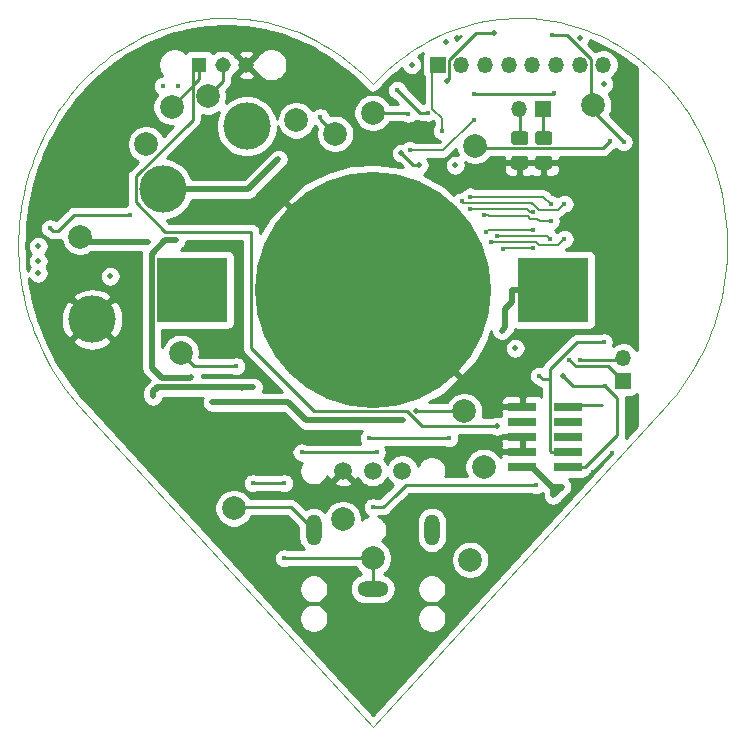
<source format=gbr>
%TF.GenerationSoftware,KiCad,Pcbnew,5.1.8*%
%TF.CreationDate,2021-02-28T21:38:59-05:00*%
%TF.ProjectId,ECG,4543472e-6b69-4636-9164-5f7063625858,rev?*%
%TF.SameCoordinates,Original*%
%TF.FileFunction,Copper,L4,Bot*%
%TF.FilePolarity,Positive*%
%FSLAX46Y46*%
G04 Gerber Fmt 4.6, Leading zero omitted, Abs format (unit mm)*
G04 Created by KiCad (PCBNEW 5.1.8) date 2021-02-28 21:38:59*
%MOMM*%
%LPD*%
G01*
G04 APERTURE LIST*
%TA.AperFunction,Profile*%
%ADD10C,0.100000*%
%TD*%
%TA.AperFunction,SMDPad,CuDef*%
%ADD11R,6.000000X5.500000*%
%TD*%
%TA.AperFunction,SMDPad,CuDef*%
%ADD12C,20.000000*%
%TD*%
%TA.AperFunction,SMDPad,CuDef*%
%ADD13R,2.400000X0.740000*%
%TD*%
%TA.AperFunction,SMDPad,CuDef*%
%ADD14C,2.000000*%
%TD*%
%TA.AperFunction,ComponentPad*%
%ADD15O,1.350000X1.350000*%
%TD*%
%TA.AperFunction,ComponentPad*%
%ADD16R,1.350000X1.350000*%
%TD*%
%TA.AperFunction,SMDPad,CuDef*%
%ADD17C,4.000000*%
%TD*%
%TA.AperFunction,ComponentPad*%
%ADD18O,2.616000X1.308000*%
%TD*%
%TA.AperFunction,ComponentPad*%
%ADD19C,1.508000*%
%TD*%
%TA.AperFunction,ComponentPad*%
%ADD20O,1.308000X2.616000*%
%TD*%
%TA.AperFunction,ComponentPad*%
%ADD21C,1.308000*%
%TD*%
%TA.AperFunction,ComponentPad*%
%ADD22R,1.308000X1.308000*%
%TD*%
%TA.AperFunction,ViaPad*%
%ADD23C,0.450000*%
%TD*%
%TA.AperFunction,ViaPad*%
%ADD24C,0.500000*%
%TD*%
%TA.AperFunction,Conductor*%
%ADD25C,0.500000*%
%TD*%
%TA.AperFunction,Conductor*%
%ADD26C,0.250000*%
%TD*%
%TA.AperFunction,Conductor*%
%ADD27C,0.152400*%
%TD*%
%TA.AperFunction,Conductor*%
%ADD28C,0.254000*%
%TD*%
%TA.AperFunction,Conductor*%
%ADD29C,0.100000*%
%TD*%
G04 APERTURE END LIST*
D10*
X177794600Y-111882900D02*
X178154600Y-111385100D01*
X178154600Y-111385100D02*
X178498200Y-110876200D01*
X178498200Y-110876200D02*
X178825400Y-110356700D01*
X178825400Y-110356700D02*
X179136100Y-109827200D01*
X179136100Y-109827200D02*
X179430000Y-109288000D01*
X179430000Y-109288000D02*
X179707100Y-108739800D01*
X179707100Y-108739800D02*
X179967300Y-108182900D01*
X179967300Y-108182900D02*
X180210400Y-107617900D01*
X126111700Y-112369300D02*
X126503990Y-112843500D01*
X126503990Y-112843500D02*
X126912260Y-113305200D01*
X126912260Y-113305200D02*
X151765000Y-140490000D01*
X151765000Y-140490000D02*
X176617900Y-113305000D01*
X176617900Y-113305000D02*
X177026200Y-112843300D01*
X177026200Y-112843300D02*
X177418400Y-112369100D01*
X177418400Y-112369100D02*
X177794600Y-111882900D01*
X180210400Y-107617900D02*
X180436400Y-107045200D01*
X180436400Y-107045200D02*
X180645100Y-106465400D01*
X180645100Y-106465400D02*
X180836400Y-105878900D01*
X180836400Y-105878900D02*
X181010100Y-105286200D01*
X181010100Y-105286200D02*
X181166200Y-104687800D01*
X181166200Y-104687800D02*
X181304500Y-104084200D01*
X181304500Y-104084200D02*
X181425000Y-103475900D01*
X181425000Y-103475900D02*
X181527400Y-102863400D01*
X181684400Y-97869400D02*
X181619400Y-97240700D01*
X181619400Y-97240700D02*
X181535200Y-96612700D01*
X181535200Y-96612700D02*
X181431700Y-95985900D01*
X181431700Y-95985900D02*
X181308700Y-95360700D01*
X181308700Y-95360700D02*
X181166200Y-94737600D01*
X181166200Y-94737600D02*
X181004800Y-94120000D01*
X181004800Y-94120000D02*
X180825500Y-93511300D01*
X180825500Y-93511300D02*
X180628600Y-92911800D01*
X181527400Y-102863400D02*
X181611700Y-102247100D01*
X181611700Y-102247100D02*
X181677800Y-101627600D01*
X181677800Y-101627600D02*
X181725500Y-101005300D01*
X181725500Y-101005300D02*
X181754700Y-100380700D01*
X181754700Y-100380700D02*
X181765400Y-99754300D01*
X181765400Y-99754300D02*
X181757300Y-99126700D01*
X181757300Y-99126700D02*
X181730300Y-98498200D01*
X181730300Y-98498200D02*
X181684400Y-97869400D01*
X180628600Y-92911800D02*
X180414500Y-92321900D01*
X180414500Y-92321900D02*
X180183400Y-91741900D01*
X180183400Y-91741900D02*
X179935700Y-91172200D01*
X179935700Y-91172200D02*
X179671800Y-90613200D01*
X179671800Y-90613200D02*
X179391900Y-90065160D01*
X122363821Y-94737500D02*
X122221297Y-95360600D01*
X122221297Y-95360600D02*
X122098333Y-95985900D01*
X122098333Y-95985900D02*
X121994812Y-96612700D01*
X121994812Y-96612700D02*
X121910612Y-97240700D01*
X121910612Y-97240700D02*
X121845615Y-97869400D01*
X121845615Y-97869400D02*
X121799701Y-98498200D01*
X121799701Y-98498200D02*
X121772750Y-99126700D01*
X121772750Y-99126700D02*
X121764643Y-99754400D01*
X121764643Y-99754400D02*
X121775260Y-100380800D01*
X121775260Y-100380800D02*
X121804482Y-101005400D01*
X121804482Y-101005400D02*
X121852189Y-101627700D01*
X121852189Y-101627700D02*
X121918261Y-102247200D01*
X121918261Y-102247200D02*
X122002579Y-102863500D01*
X122002579Y-102863500D02*
X122105023Y-103476000D01*
X122105023Y-103476000D02*
X122225473Y-104084300D01*
X122225473Y-104084300D02*
X122363811Y-104687900D01*
X122363811Y-104687900D02*
X122519916Y-105286300D01*
X122519916Y-105286300D02*
X122693668Y-105879000D01*
X122693668Y-105879000D02*
X122884950Y-106465500D01*
X122884950Y-106465500D02*
X123093640Y-107045400D01*
X123093640Y-107045400D02*
X123319620Y-107618000D01*
X123319620Y-107618000D02*
X123562770Y-108183100D01*
X123562770Y-108183100D02*
X123822960Y-108739900D01*
X123822960Y-108739900D02*
X124100090Y-109288200D01*
X124100090Y-109288200D02*
X124394030Y-109827400D01*
X124394030Y-109827400D02*
X124704660Y-110356900D01*
X124704660Y-110356900D02*
X125031860Y-110876400D01*
X125031860Y-110876400D02*
X125375520Y-111385200D01*
X125375520Y-111385200D02*
X125735500Y-111883100D01*
X125735500Y-111883100D02*
X126111700Y-112369300D01*
X179391900Y-90065160D02*
X179096400Y-89528520D01*
X179096400Y-89528520D02*
X178785600Y-89003590D01*
X178785600Y-89003590D02*
X178459800Y-88490760D01*
X178459800Y-88490760D02*
X178119400Y-87990360D01*
X178119400Y-87990360D02*
X177764600Y-87502760D01*
X177764600Y-87502760D02*
X177395900Y-87028310D01*
X177395900Y-87028310D02*
X177013600Y-86567380D01*
X177013600Y-86567380D02*
X176617900Y-86120310D01*
X176617900Y-86120310D02*
X176209100Y-85687470D01*
X176209100Y-85687470D02*
X175787700Y-85269220D01*
X175787700Y-85269220D02*
X175354000Y-84865910D01*
X175354000Y-84865910D02*
X174908200Y-84477900D01*
X174908200Y-84477900D02*
X174450800Y-84105540D01*
X174450800Y-84105540D02*
X173981900Y-83749200D01*
X173981900Y-83749200D02*
X173502000Y-83409230D01*
X173502000Y-83409230D02*
X173011400Y-83085990D01*
X173011400Y-83085990D02*
X172510400Y-82779830D01*
X172510400Y-82779830D02*
X171999300Y-82491120D01*
X171999300Y-82491120D02*
X171478500Y-82220210D01*
X171478500Y-82220210D02*
X170948300Y-81967450D01*
X170948300Y-81967450D02*
X170409000Y-81733220D01*
X170409000Y-81733220D02*
X169860900Y-81517850D01*
X169860900Y-81517850D02*
X169304400Y-81321716D01*
X169304400Y-81321716D02*
X168739800Y-81145168D01*
X168739800Y-81145168D02*
X168170200Y-80989277D01*
X168170200Y-80989277D02*
X167598600Y-80854781D01*
X167598600Y-80854781D02*
X167025500Y-80741550D01*
X167025500Y-80741550D02*
X166451400Y-80649454D01*
X166451400Y-80649454D02*
X165876700Y-80578361D01*
X165876700Y-80578361D02*
X165301800Y-80528141D01*
X165301800Y-80528141D02*
X164727200Y-80498664D01*
X164727200Y-80498664D02*
X164153400Y-80489797D01*
X164153400Y-80489797D02*
X163580800Y-80501411D01*
X163580800Y-80501411D02*
X163009800Y-80533374D01*
X163009800Y-80533374D02*
X162440900Y-80585555D01*
X162440900Y-80585555D02*
X161874500Y-80657825D01*
X161874500Y-80657825D02*
X161311100Y-80750052D01*
X161311100Y-80750052D02*
X160751100Y-80862106D01*
X160751100Y-80862106D02*
X160195000Y-80993854D01*
X160195000Y-80993854D02*
X159643200Y-81145168D01*
X159643200Y-81145168D02*
X159096100Y-81315915D01*
X159096100Y-81315915D02*
X158554300Y-81505970D01*
X158554300Y-81505970D02*
X158018100Y-81715190D01*
X158018100Y-81715190D02*
X157488000Y-81943450D01*
X157488000Y-81943450D02*
X156964500Y-82190630D01*
X156964500Y-82190630D02*
X156447900Y-82456580D01*
X156447900Y-82456580D02*
X155938800Y-82741190D01*
X155938800Y-82741190D02*
X155437600Y-83044310D01*
X155437600Y-83044310D02*
X154944700Y-83365820D01*
X154944700Y-83365820D02*
X154460600Y-83705590D01*
X154460600Y-83705590D02*
X153985700Y-84063480D01*
X153985700Y-84063480D02*
X153520400Y-84439360D01*
X153520400Y-84439360D02*
X153065300Y-84833120D01*
X153065300Y-84833120D02*
X152620800Y-85244600D01*
X152620800Y-85244600D02*
X152187200Y-85673690D01*
X152187200Y-85673690D02*
X151765200Y-86120250D01*
X151765200Y-86120250D02*
X151343100Y-85673670D01*
X151343100Y-85673670D02*
X150909500Y-85244570D01*
X150909500Y-85244570D02*
X150465000Y-84833070D01*
X150465000Y-84833070D02*
X150009900Y-84439310D01*
X150009900Y-84439310D02*
X149544700Y-84063410D01*
X149544700Y-84063410D02*
X149069800Y-83705500D01*
X149069800Y-83705500D02*
X148585600Y-83365730D01*
X148585600Y-83365730D02*
X148092800Y-83044200D01*
X148092800Y-83044200D02*
X147591500Y-82741070D01*
X147591500Y-82741070D02*
X147082400Y-82456460D01*
X147082400Y-82456460D02*
X146565900Y-82190490D01*
X146565900Y-82190490D02*
X146042300Y-81943310D01*
X146042300Y-81943310D02*
X145512200Y-81715040D01*
X145512200Y-81715040D02*
X144976000Y-81505810D01*
X144976000Y-81505810D02*
X144434200Y-81315753D01*
X144434200Y-81315753D02*
X143887100Y-81144999D01*
X143887100Y-81144999D02*
X143335300Y-80993681D01*
X143335300Y-80993681D02*
X142779200Y-80861928D01*
X142779200Y-80861928D02*
X142219200Y-80749871D01*
X142219200Y-80749871D02*
X141655800Y-80657641D01*
X141655800Y-80657641D02*
X141089400Y-80585370D01*
X141089400Y-80585370D02*
X140520400Y-80533187D01*
X140520400Y-80533187D02*
X139949400Y-80501223D01*
X139949400Y-80501223D02*
X139376800Y-80489610D01*
X139376800Y-80489610D02*
X138803000Y-80498477D01*
X138803000Y-80498477D02*
X138228400Y-80527957D01*
X138228400Y-80527957D02*
X137653500Y-80578180D01*
X137653500Y-80578180D02*
X137078800Y-80649276D01*
X137078800Y-80649276D02*
X136504600Y-80741376D01*
X136504600Y-80741376D02*
X135931600Y-80854612D01*
X135931600Y-80854612D02*
X135359900Y-80989114D01*
X135359900Y-80989114D02*
X134790300Y-81145012D01*
X134790300Y-81145012D02*
X134225700Y-81321564D01*
X134225700Y-81321564D02*
X133669200Y-81517700D01*
X133669200Y-81517700D02*
X133121100Y-81733070D01*
X133121100Y-81733070D02*
X132581800Y-81967320D01*
X132581800Y-81967320D02*
X132051600Y-82220070D01*
X132051600Y-82220070D02*
X131530770Y-82490990D01*
X131530770Y-82490990D02*
X131019700Y-82779710D01*
X131019700Y-82779710D02*
X130518690Y-83085870D01*
X130518690Y-83085870D02*
X130028080Y-83409110D01*
X130028080Y-83409110D02*
X129548180Y-83749090D01*
X129548180Y-83749090D02*
X129079340Y-84105430D01*
X129079340Y-84105430D02*
X128621860Y-84477790D01*
X128621860Y-84477790D02*
X128176090Y-84865810D01*
X128176090Y-84865810D02*
X127742340Y-85269120D01*
X127742340Y-85269120D02*
X127320940Y-85687380D01*
X127320940Y-85687380D02*
X126912230Y-86120220D01*
X126912230Y-86120220D02*
X126516520Y-86567290D01*
X126516520Y-86567290D02*
X126134140Y-87028230D01*
X126134140Y-87028230D02*
X125765430Y-87502680D01*
X125765430Y-87502680D02*
X125410700Y-87990280D01*
X125410700Y-87990280D02*
X125070280Y-88490680D01*
X125070280Y-88490680D02*
X124744500Y-89003520D01*
X124744500Y-89003520D02*
X124433690Y-89528450D01*
X124433690Y-89528450D02*
X124138180Y-90065100D01*
X124138180Y-90065100D02*
X123858280Y-90613100D01*
X123858280Y-90613100D02*
X123594330Y-91172100D01*
X123594330Y-91172100D02*
X123346660Y-91741800D01*
X123346660Y-91741800D02*
X123115580Y-92321800D01*
X123115580Y-92321800D02*
X122901430Y-92911700D01*
X122901430Y-92911700D02*
X122704541Y-93511200D01*
X122704541Y-93511200D02*
X122525227Y-94119900D01*
X122525227Y-94119900D02*
X122363821Y-94737500D01*
X122363821Y-94737500D02*
X122363821Y-94737500D01*
X122363821Y-94737500D02*
X122363821Y-94737500D01*
%TO.P,C27,2*%
%TO.N,GND*%
%TA.AperFunction,SMDPad,CuDef*%
G36*
G01*
X165768000Y-92144000D02*
X166718000Y-92144000D01*
G75*
G02*
X166968000Y-92394000I0J-250000D01*
G01*
X166968000Y-93069000D01*
G75*
G02*
X166718000Y-93319000I-250000J0D01*
G01*
X165768000Y-93319000D01*
G75*
G02*
X165518000Y-93069000I0J250000D01*
G01*
X165518000Y-92394000D01*
G75*
G02*
X165768000Y-92144000I250000J0D01*
G01*
G37*
%TD.AperFunction*%
%TO.P,C27,1*%
%TO.N,/Micro/NFC+*%
%TA.AperFunction,SMDPad,CuDef*%
G36*
G01*
X165768000Y-90069000D02*
X166718000Y-90069000D01*
G75*
G02*
X166968000Y-90319000I0J-250000D01*
G01*
X166968000Y-90994000D01*
G75*
G02*
X166718000Y-91244000I-250000J0D01*
G01*
X165768000Y-91244000D01*
G75*
G02*
X165518000Y-90994000I0J250000D01*
G01*
X165518000Y-90319000D01*
G75*
G02*
X165768000Y-90069000I250000J0D01*
G01*
G37*
%TD.AperFunction*%
%TD*%
%TO.P,C26,2*%
%TO.N,GND*%
%TA.AperFunction,SMDPad,CuDef*%
G36*
G01*
X163736000Y-92144000D02*
X164686000Y-92144000D01*
G75*
G02*
X164936000Y-92394000I0J-250000D01*
G01*
X164936000Y-93069000D01*
G75*
G02*
X164686000Y-93319000I-250000J0D01*
G01*
X163736000Y-93319000D01*
G75*
G02*
X163486000Y-93069000I0J250000D01*
G01*
X163486000Y-92394000D01*
G75*
G02*
X163736000Y-92144000I250000J0D01*
G01*
G37*
%TD.AperFunction*%
%TO.P,C26,1*%
%TO.N,/Micro/NFC-*%
%TA.AperFunction,SMDPad,CuDef*%
G36*
G01*
X163736000Y-90069000D02*
X164686000Y-90069000D01*
G75*
G02*
X164936000Y-90319000I0J-250000D01*
G01*
X164936000Y-90994000D01*
G75*
G02*
X164686000Y-91244000I-250000J0D01*
G01*
X163736000Y-91244000D01*
G75*
G02*
X163486000Y-90994000I0J250000D01*
G01*
X163486000Y-90319000D01*
G75*
G02*
X163736000Y-90069000I250000J0D01*
G01*
G37*
%TD.AperFunction*%
%TD*%
D11*
%TO.P,BT1,1*%
%TO.N,Vbatt*%
X136465000Y-103505000D03*
X167065000Y-103505000D03*
D12*
%TO.P,BT1,2*%
%TO.N,GND*%
X151765000Y-103505000D03*
%TD*%
D13*
%TO.P,J5,10*%
%TO.N,Net-(J5-Pad10)*%
X168320000Y-113411000D03*
%TO.P,J5,9*%
%TO.N,GND*%
X164420000Y-113411000D03*
%TO.P,J5,8*%
%TO.N,Net-(J5-Pad8)*%
X168320000Y-114681000D03*
%TO.P,J5,7*%
%TO.N,Net-(J5-Pad7)*%
X164420000Y-114681000D03*
%TO.P,J5,6*%
%TO.N,Net-(J5-Pad6)*%
X168320000Y-115951000D03*
%TO.P,J5,5*%
%TO.N,GND*%
X164420000Y-115951000D03*
%TO.P,J5,4*%
%TO.N,Net-(J5-Pad4)*%
X168320000Y-117221000D03*
%TO.P,J5,3*%
%TO.N,GND*%
X164420000Y-117221000D03*
%TO.P,J5,2*%
%TO.N,Net-(J5-Pad2)*%
X168320000Y-118491000D03*
%TO.P,J5,1*%
%TO.N,3.3V*%
X164420000Y-118491000D03*
%TD*%
D14*
%TO.P,TP13,1*%
%TO.N,Net-(R19-Pad1)*%
X160426400Y-91287600D03*
%TD*%
%TO.P,TP12,1*%
%TO.N,Net-(R22-Pad2)*%
X170434000Y-87884000D03*
%TD*%
D15*
%TO.P,J4,2*%
%TO.N,/Micro/UART_RX*%
X172974000Y-109252000D03*
D16*
%TO.P,J4,1*%
%TO.N,/Micro/UART_TX*%
X172974000Y-111252000D03*
%TD*%
D15*
%TO.P,J3,8*%
%TO.N,Net-(J3-Pad8)*%
X171276800Y-84429600D03*
%TO.P,J3,7*%
%TO.N,Net-(J3-Pad7)*%
X169276800Y-84429600D03*
%TO.P,J3,6*%
%TO.N,Net-(J3-Pad6)*%
X167276800Y-84429600D03*
%TO.P,J3,5*%
%TO.N,Net-(J3-Pad5)*%
X165276800Y-84429600D03*
%TO.P,J3,4*%
%TO.N,Net-(J3-Pad4)*%
X163276800Y-84429600D03*
%TO.P,J3,3*%
%TO.N,Net-(J3-Pad3)*%
X161276800Y-84429600D03*
%TO.P,J3,2*%
%TO.N,Net-(J3-Pad2)*%
X159276800Y-84429600D03*
D16*
%TO.P,J3,1*%
%TO.N,Net-(J3-Pad1)*%
X157276800Y-84429600D03*
%TD*%
D15*
%TO.P,J2,2*%
%TO.N,/Micro/NFC-*%
X164166800Y-88188800D03*
D16*
%TO.P,J2,1*%
%TO.N,/Micro/NFC+*%
X166166800Y-88188800D03*
%TD*%
D14*
%TO.P,TP21,1*%
%TO.N,Net-(C6-Pad1)*%
X161163000Y-118491000D03*
%TD*%
%TO.P,TP20,1*%
%TO.N,Net-(C5-Pad1)*%
X149225000Y-122936000D03*
%TD*%
D17*
%TO.P,TP19,1*%
%TO.N,GND*%
X128000000Y-106000000D03*
%TD*%
D14*
%TO.P,TP17,1*%
%TO.N,/Filters_And_Gain/Vn*%
X145288000Y-89154000D03*
%TD*%
%TO.P,TP16,1*%
%TO.N,/Filters_And_Gain/Vin*%
X135509000Y-108839000D03*
%TD*%
%TO.P,TP15,1*%
%TO.N,Net-(C7-Pad1)*%
X159512000Y-113792000D03*
%TD*%
%TO.P,TP11,1*%
%TO.N,/Probes/P3in*%
X140000000Y-122000000D03*
%TD*%
%TO.P,TP10,1*%
%TO.N,/Probes/P2in*%
X160020000Y-126365000D03*
%TD*%
%TO.P,TP9,1*%
%TO.N,Net-(R20-Pad1)*%
X134747000Y-88011000D03*
%TD*%
%TO.P,TP8,1*%
%TO.N,/Probes/P1in*%
X151765000Y-126238000D03*
%TD*%
%TO.P,TP7,1*%
%TO.N,SHDN*%
X137795000Y-87122000D03*
%TD*%
%TO.P,TP6,1*%
%TO.N,Net-(D3-Pad2)*%
X151765000Y-88519000D03*
%TD*%
%TO.P,TP5,1*%
%TO.N,Net-(D3-Pad1)*%
X148590000Y-90297000D03*
%TD*%
D17*
%TO.P,TP4,1*%
%TO.N,3.3V*%
X141097000Y-89662000D03*
%TD*%
D14*
%TO.P,TP3,1*%
%TO.N,Net-(D2-Pad1)*%
X132588000Y-91186000D03*
%TD*%
D17*
%TO.P,TP2,1*%
%TO.N,2.5V*%
X133985000Y-94996000D03*
%TD*%
D14*
%TO.P,TP1,1*%
%TO.N,Vbatt*%
X127000000Y-99000000D03*
%TD*%
D18*
%TO.P,J1,1*%
%TO.N,/Probes/P1in*%
X151765000Y-128825000D03*
D19*
%TO.P,J1,4*%
%TO.N,GND*%
X149265000Y-118825000D03*
%TO.P,J1,5*%
%TO.N,Net-(C14-Pad1)*%
X151765000Y-118825000D03*
%TO.P,J1,6*%
%TO.N,Vbatt*%
X154265000Y-118825000D03*
D20*
%TO.P,J1,2*%
%TO.N,/Probes/P2in*%
X156765000Y-123825000D03*
%TO.P,J1,3*%
%TO.N,/Probes/P3in*%
X146765000Y-123825000D03*
%TD*%
D21*
%TO.P,S1,3*%
%TO.N,GND*%
X141065000Y-84455000D03*
%TO.P,S1,2*%
%TO.N,SHDN*%
X139065000Y-84455000D03*
D22*
%TO.P,S1,1*%
%TO.N,Net-(R20-Pad1)*%
X137065000Y-84455000D03*
%TD*%
D23*
%TO.N,Vbatt*%
X137160000Y-105410000D03*
X134620000Y-105410000D03*
X135890000Y-105410000D03*
X135890000Y-101600000D03*
X135890000Y-102870000D03*
X135890000Y-104140000D03*
X134620000Y-104140000D03*
X134620000Y-102870000D03*
X134620000Y-101600000D03*
D24*
X132715000Y-99441000D03*
X127000000Y-99000000D03*
X131699000Y-99441000D03*
D23*
X137160000Y-104140000D03*
X162687000Y-106949000D03*
%TO.N,GND*%
X158623000Y-106299000D03*
X148717000Y-112014000D03*
X164084000Y-92456000D03*
X128905000Y-105791000D03*
X160909000Y-100584000D03*
X159258000Y-100711000D03*
X159004000Y-103759000D03*
X161036000Y-104140000D03*
X157480000Y-104394000D03*
X157099000Y-103124000D03*
X157226000Y-101346000D03*
X157607000Y-99568000D03*
X159639000Y-98425000D03*
X160147000Y-102362000D03*
X157734000Y-108585000D03*
X156210000Y-109982000D03*
X155067000Y-104394000D03*
X123317000Y-96647000D03*
X160655000Y-110871000D03*
X168402000Y-94488000D03*
X169418000Y-93980000D03*
X170815000Y-93980000D03*
X172593000Y-93853000D03*
X173609000Y-94488000D03*
X172974000Y-95250000D03*
X171704000Y-94742000D03*
X170561000Y-95631000D03*
X169672000Y-94996000D03*
X169164000Y-95631000D03*
X173863000Y-96901000D03*
X173863000Y-98552000D03*
X173863000Y-99949000D03*
X173863000Y-101219000D03*
X173863000Y-102997000D03*
X171069000Y-102743000D03*
X172974000Y-102235000D03*
X173863000Y-102108000D03*
X173863000Y-95631000D03*
X171958000Y-95631000D03*
X170561000Y-94742000D03*
X167386000Y-95123000D03*
X173101000Y-84455000D03*
X173609000Y-85471000D03*
X172339000Y-85852000D03*
X170307000Y-82677000D03*
X143002000Y-95504000D03*
X143891000Y-95758000D03*
X143129000Y-94615000D03*
X140409250Y-101293250D03*
X142748000Y-86487000D03*
X141224000Y-86360000D03*
X139827000Y-86614000D03*
X141097000Y-82169000D03*
X143002000Y-82423000D03*
X144907000Y-82931000D03*
X137033000Y-82042000D03*
X135255000Y-82296000D03*
X137922000Y-81534000D03*
X141986000Y-82804000D03*
X140462000Y-81534000D03*
X140335000Y-82804000D03*
X149606000Y-85344000D03*
X149352000Y-86233000D03*
X144018000Y-86741000D03*
X143764000Y-87757000D03*
X143002000Y-87249000D03*
X149860000Y-101092000D03*
X134874000Y-120015000D03*
X134112000Y-119888000D03*
X129794000Y-114935000D03*
X128778000Y-113665000D03*
X130175000Y-113411000D03*
X146939000Y-116078000D03*
X132080000Y-110744000D03*
X131064000Y-105918000D03*
X130683000Y-104140000D03*
X126492000Y-89916000D03*
X126492000Y-92075000D03*
X128143000Y-91948000D03*
X129667000Y-91948000D03*
X130556000Y-90805000D03*
X128778000Y-91059000D03*
X127127000Y-90932000D03*
X127762000Y-89789000D03*
X129159000Y-86868000D03*
X127508000Y-88646000D03*
X132715000Y-87630000D03*
X132969000Y-88773000D03*
X130048000Y-95377000D03*
X129032000Y-95250000D03*
X128270000Y-95885000D03*
X127381000Y-95758000D03*
X129286000Y-96012000D03*
X130429000Y-96012000D03*
X151130000Y-137160000D03*
X152400000Y-137160000D03*
X153670000Y-135890000D03*
X154940000Y-134620000D03*
X156210000Y-133350000D03*
X153670000Y-133350000D03*
X151130000Y-133350000D03*
X148590000Y-133350000D03*
X147320000Y-133350000D03*
X148590000Y-134620000D03*
X149860000Y-134620000D03*
X151130000Y-135890000D03*
X152400000Y-134620000D03*
X149860000Y-135890000D03*
X149860000Y-132080000D03*
X152400000Y-132080000D03*
X154940000Y-132080000D03*
X153670000Y-130810000D03*
X151130000Y-130810000D03*
X148590000Y-130810000D03*
X144780000Y-129540000D03*
X143510000Y-128270000D03*
X142240000Y-127000000D03*
X140970000Y-125730000D03*
X139700000Y-124460000D03*
X138430000Y-123190000D03*
X142240000Y-123190000D03*
X142240000Y-124460000D03*
X148590000Y-128270000D03*
X154940000Y-129540000D03*
X154940000Y-127000000D03*
X157480000Y-127000000D03*
X158750000Y-128270000D03*
X160020000Y-129540000D03*
X158750000Y-130810000D03*
X161290000Y-128270000D03*
X162560000Y-127000000D03*
X163830000Y-125730000D03*
X154940000Y-124460000D03*
X153670000Y-125730000D03*
X154940000Y-121920000D03*
X153670000Y-123190000D03*
X166370000Y-121920000D03*
X166370000Y-123190000D03*
X168910000Y-120650000D03*
X167640000Y-121920000D03*
D24*
X155702000Y-117348000D03*
X157226000Y-117348000D03*
X153289000Y-117348000D03*
X131889500Y-117411500D03*
X130746500Y-116268500D03*
D23*
X160401000Y-111887000D03*
X173990000Y-105283000D03*
X173990000Y-106426000D03*
X173990000Y-108204000D03*
X173990000Y-107315000D03*
X173990000Y-88138000D03*
X173990000Y-89408000D03*
X173990000Y-90678000D03*
X173990000Y-92202000D03*
X173990000Y-93345000D03*
X173990000Y-86741000D03*
X123571000Y-103886000D03*
X123698000Y-105283000D03*
X130937000Y-108331000D03*
X130937000Y-107061000D03*
X131064000Y-100457000D03*
X131064000Y-102108000D03*
X134366000Y-107188000D03*
X136779000Y-122428000D03*
X157734000Y-121158000D03*
X160909000Y-121158000D03*
D24*
X158877000Y-82169000D03*
X154051000Y-85217000D03*
D23*
X172021500Y-117284500D03*
X170434000Y-118935500D03*
X157988000Y-112395000D03*
X125222000Y-103886000D03*
X125095000Y-105283000D03*
X129540000Y-103632000D03*
X131699000Y-107696000D03*
X125349000Y-109347000D03*
X173355000Y-113792000D03*
X173355000Y-115189000D03*
X173355000Y-112649000D03*
X164338000Y-94361000D03*
X163703000Y-94742000D03*
X165227000Y-94107000D03*
X137414000Y-96647000D03*
X136398000Y-97536000D03*
X138430000Y-97536000D03*
X136652000Y-96012000D03*
X137414000Y-97663000D03*
D24*
X164211000Y-110109000D03*
X164211000Y-111760000D03*
X163703000Y-121158000D03*
X163703000Y-123571000D03*
X161163000Y-123571000D03*
X147193000Y-120904000D03*
X129540000Y-109347000D03*
X128270000Y-111252000D03*
X137795000Y-108204000D03*
X138684000Y-108966000D03*
X138684000Y-107061000D03*
X136779000Y-107061000D03*
D23*
X143002000Y-115189000D03*
X140970000Y-115189000D03*
X137541000Y-114300000D03*
X140208000Y-114046000D03*
D24*
%TO.N,2.5V*%
X139319000Y-113030000D03*
X138176000Y-113030000D03*
X154305000Y-114554000D03*
X143764000Y-92456000D03*
X136398000Y-110871000D03*
X135128000Y-99314000D03*
X134366000Y-95631000D03*
D23*
%TO.N,Net-(C5-Pad1)*%
X152090000Y-117277000D03*
X145740000Y-117277000D03*
X149225000Y-122936000D03*
%TO.N,Net-(C5-Pad2)*%
X141605000Y-119888000D03*
X144272000Y-119888000D03*
%TO.N,Net-(C6-Pad1)*%
X151434920Y-116065420D03*
X158229420Y-116065420D03*
X160655000Y-118110000D03*
D24*
%TO.N,Net-(C7-Pad1)*%
X155448000Y-113792000D03*
D23*
%TO.N,/Filters_And_Gain/Vin*%
X140208000Y-109982000D03*
%TO.N,/Filters_And_Gain/Vn*%
X145288000Y-89154000D03*
%TO.N,Net-(C14-Pad1)*%
X165608000Y-120015000D03*
X151765000Y-121920000D03*
%TO.N,Net-(D2-Pad1)*%
X132715000Y-90932000D03*
%TO.N,Net-(D3-Pad1)*%
X147320000Y-88900000D03*
%TO.N,Net-(D3-Pad2)*%
X151765000Y-89027000D03*
X154787600Y-88595200D03*
%TO.N,/Probes/P1in*%
X144272000Y-126238000D03*
D24*
%TO.N,/Probes/P2in*%
X160020000Y-126238000D03*
D23*
%TO.N,/Probes/P3in*%
X140081000Y-121920000D03*
D24*
%TO.N,Net-(R20-Pad1)*%
X162306000Y-115062000D03*
%TO.N,3.3V*%
X169291000Y-82169000D03*
X171323000Y-86106000D03*
X155067000Y-84455000D03*
D23*
X141859000Y-88646000D03*
X140462000Y-88646000D03*
D24*
X141668500Y-111760000D03*
X140736320Y-111775240D03*
X133159500Y-112522000D03*
X133604000Y-111760000D03*
D23*
X133985000Y-86233000D03*
X135255000Y-86233000D03*
D24*
X167050966Y-120904000D03*
X167789983Y-120164983D03*
X158089600Y-85801200D03*
X162052000Y-81788000D03*
X129540000Y-102362000D03*
X123444000Y-102108000D03*
X123444000Y-101092000D03*
X123444000Y-99822000D03*
X154178000Y-91948000D03*
X155702000Y-92964000D03*
X158750000Y-92964000D03*
X157988000Y-82550000D03*
X163830000Y-108458000D03*
D23*
%TO.N,Net-(D1-Pad1)*%
X156413200Y-88493600D03*
X153837600Y-86595200D03*
%TO.N,/Micro/UART_TX*%
X168402000Y-109410500D03*
%TO.N,/Micro/UART_RX*%
X169354500Y-109410500D03*
%TO.N,Net-(J5-Pad4)*%
X171323000Y-107950000D03*
X165862000Y-110776000D03*
D24*
%TO.N,Net-(J5-Pad2)*%
X167894000Y-110776000D03*
D23*
X171450000Y-111647446D03*
%TO.N,Net-(L1-Pad1)*%
X131191000Y-97155000D03*
X124460000Y-98298000D03*
%TO.N,Signal*%
X154889200Y-91643200D03*
X160324800Y-86918800D03*
X160324800Y-89103200D03*
X167132000Y-86868000D03*
%TO.N,Net-(R19-Pad1)*%
X160121600Y-91236800D03*
X171831000Y-90932000D03*
%TO.N,Net-(R22-Pad2)*%
X173009560Y-90967560D03*
X166928800Y-81940400D03*
%TO.N,Net-(J3-Pad8)*%
X165331140Y-99951540D03*
X162814000Y-100025200D03*
%TO.N,Net-(J3-Pad7)*%
X166776400Y-99212400D03*
X162306000Y-98958400D03*
%TO.N,Net-(J3-Pad6)*%
X167995600Y-99212400D03*
X161747200Y-99459601D03*
%TO.N,Net-(J3-Pad5)*%
X165303200Y-98450400D03*
X161340800Y-98602800D03*
%TO.N,Net-(J3-Pad4)*%
X166827200Y-97688400D03*
X161188400Y-97180400D03*
%TO.N,Net-(J3-Pad3)*%
X165328600Y-96951800D03*
X159969200Y-96672400D03*
%TO.N,Net-(J3-Pad2)*%
X166827200Y-96215200D03*
X160020214Y-95605814D03*
%TO.N,Net-(J3-Pad1)*%
X167995600Y-96215200D03*
X159308800Y-96012000D03*
X157632400Y-90068400D03*
%TD*%
D25*
%TO.N,Vbatt*%
X127441000Y-99441000D02*
X127000000Y-99000000D01*
X132715000Y-99441000D02*
X127441000Y-99441000D01*
X127000000Y-99000000D02*
X127000000Y-99000000D01*
X163550600Y-103505000D02*
X167065000Y-103505000D01*
X163550600Y-103505000D02*
X163550600Y-104571800D01*
X163550600Y-104571800D02*
X162966400Y-105156000D01*
X162966400Y-106669600D02*
X162687000Y-106949000D01*
X162966400Y-105156000D02*
X162966400Y-106669600D01*
D26*
%TO.N,GND*%
X151765000Y-103505000D02*
X154305000Y-103505000D01*
D25*
%TO.N,2.5V*%
X138176000Y-113030000D02*
X144589500Y-113030000D01*
X144589500Y-113030000D02*
X146113500Y-114554000D01*
X146113500Y-114554000D02*
X154305000Y-114554000D01*
X154305000Y-114554000D02*
X154305000Y-114554000D01*
X141224000Y-94996000D02*
X143764000Y-92456000D01*
X133985000Y-94996000D02*
X141224000Y-94996000D01*
X134181678Y-99314000D02*
X135128000Y-99314000D01*
X133062599Y-100433079D02*
X134181678Y-99314000D01*
X133062599Y-110115153D02*
X133062599Y-100433079D01*
X133937847Y-110990401D02*
X133062599Y-110115153D01*
X136278599Y-110990401D02*
X133937847Y-110990401D01*
X136398000Y-110871000D02*
X136278599Y-110990401D01*
D26*
%TO.N,Net-(C5-Pad1)*%
X152090000Y-117277000D02*
X145740000Y-117277000D01*
%TO.N,Net-(C5-Pad2)*%
X141605000Y-119888000D02*
X144272000Y-119888000D01*
%TO.N,Net-(C6-Pad1)*%
X151434920Y-116065420D02*
X158229420Y-116065420D01*
X158229420Y-116065420D02*
X158229420Y-116065420D01*
%TO.N,Net-(C7-Pad1)*%
X159512000Y-113792000D02*
X155448000Y-113792000D01*
%TO.N,/Filters_And_Gain/Vin*%
X136652000Y-109982000D02*
X135509000Y-108839000D01*
X140208000Y-109982000D02*
X136652000Y-109982000D01*
%TO.N,Net-(C14-Pad1)*%
X165608000Y-120015000D02*
X154559000Y-120015000D01*
X154559000Y-120015000D02*
X153733500Y-120840500D01*
X153733500Y-120840500D02*
X153733500Y-120840500D01*
X153733500Y-120840500D02*
X152654000Y-121920000D01*
X152654000Y-121920000D02*
X151765000Y-121920000D01*
X151765000Y-121920000D02*
X151765000Y-121920000D01*
%TO.N,Net-(D3-Pad1)*%
X147320000Y-89027000D02*
X148590000Y-90297000D01*
X147320000Y-88900000D02*
X147320000Y-89027000D01*
%TO.N,Net-(D3-Pad2)*%
X154711400Y-88519000D02*
X154787600Y-88595200D01*
X151765000Y-88519000D02*
X154711400Y-88519000D01*
%TO.N,/Probes/P1in*%
X151765000Y-126238000D02*
X151765000Y-128825000D01*
X151765000Y-126238000D02*
X144272000Y-126238000D01*
%TO.N,/Probes/P3in*%
X144860000Y-121920000D02*
X146765000Y-123825000D01*
X140081000Y-121920000D02*
X144860000Y-121920000D01*
%TO.N,Net-(R20-Pad1)*%
X137065000Y-85693000D02*
X137065000Y-84455000D01*
X134747000Y-88011000D02*
X137065000Y-85693000D01*
X162298599Y-115069401D02*
X162306000Y-115062000D01*
X155944847Y-115069401D02*
X162298599Y-115069401D01*
X154657847Y-113782401D02*
X155944847Y-115069401D01*
X141487599Y-108438153D02*
X146831847Y-113782401D01*
X141487599Y-98571847D02*
X141487599Y-108438153D01*
X131707599Y-96089153D02*
X134190293Y-98571847D01*
X131707599Y-93902847D02*
X131707599Y-96089153D01*
X146831847Y-113782401D02*
X154657847Y-113782401D01*
X136517599Y-89092847D02*
X131707599Y-93902847D01*
X136517599Y-85002401D02*
X136517599Y-89092847D01*
X134190293Y-98571847D02*
X141487599Y-98571847D01*
X137065000Y-84455000D02*
X136517599Y-85002401D01*
%TO.N,SHDN*%
X139065000Y-85852000D02*
X137795000Y-87122000D01*
X139065000Y-84455000D02*
X139065000Y-85852000D01*
D25*
%TO.N,3.3V*%
X141668500Y-111760000D02*
X133540500Y-111760000D01*
X133540500Y-111760000D02*
X133540500Y-111760000D01*
X133540500Y-111760000D02*
X133381750Y-111918750D01*
X133286500Y-112014000D02*
X133159500Y-112141000D01*
X133159500Y-112141000D02*
X133159500Y-112522000D01*
X133159500Y-112522000D02*
X133159500Y-112522000D01*
X133381750Y-111918750D02*
X133286500Y-112014000D01*
X167050966Y-120904000D02*
X167789983Y-120164983D01*
X166923983Y-120164983D02*
X167789983Y-120164983D01*
X165250000Y-118491000D02*
X166923983Y-120164983D01*
X164420000Y-118491000D02*
X165250000Y-118491000D01*
X167050966Y-120291966D02*
X166923983Y-120164983D01*
X167050966Y-120904000D02*
X167050966Y-120291966D01*
D26*
X155194000Y-92964000D02*
X154178000Y-91948000D01*
X155702000Y-92964000D02*
X155194000Y-92964000D01*
X160508846Y-81788000D02*
X162052000Y-81788000D01*
X158229201Y-84067645D02*
X160508846Y-81788000D01*
X158229201Y-85661599D02*
X158229201Y-84067645D01*
X158089600Y-85801200D02*
X158229201Y-85661599D01*
%TO.N,Net-(D1-Pad1)*%
X155736000Y-88493600D02*
X153837600Y-86595200D01*
X156413200Y-88493600D02*
X155736000Y-88493600D01*
%TO.N,/Micro/UART_TX*%
X172974000Y-111252000D02*
X171704000Y-109982000D01*
X168973500Y-109982000D02*
X168402000Y-109410500D01*
X171704000Y-109982000D02*
X168973500Y-109982000D01*
%TO.N,/Micro/UART_RX*%
X172815500Y-109410500D02*
X172974000Y-109252000D01*
X169354500Y-109410500D02*
X172815500Y-109410500D01*
%TO.N,Net-(J5-Pad4)*%
X166794999Y-110203499D02*
X169048498Y-107950000D01*
X166870000Y-117221000D02*
X166794999Y-117145999D01*
X168320000Y-117221000D02*
X166870000Y-117221000D01*
X169048498Y-107950000D02*
X171323000Y-107950000D01*
X171323000Y-107950000D02*
X171323000Y-107950000D01*
X166167001Y-111081001D02*
X165862000Y-110776000D01*
X166794999Y-111081001D02*
X166167001Y-111081001D01*
X166794999Y-117145999D02*
X166794999Y-111081001D01*
X166794999Y-111081001D02*
X166794999Y-110203499D01*
%TO.N,Net-(J5-Pad2)*%
X168320000Y-118491000D02*
X169770000Y-118491000D01*
X172473401Y-112670847D02*
X171450000Y-111647446D01*
X172473401Y-115787599D02*
X172473401Y-112670847D01*
X169770000Y-118491000D02*
X172473401Y-115787599D01*
X168765446Y-111647446D02*
X167894000Y-110776000D01*
X171450000Y-111647446D02*
X168765446Y-111647446D01*
X171450000Y-111647446D02*
X171450000Y-111647446D01*
%TO.N,Net-(L1-Pad1)*%
X131191000Y-97155000D02*
X126492000Y-97155000D01*
X125095000Y-98552000D02*
X124714000Y-98552000D01*
X124714000Y-98552000D02*
X124460000Y-98298000D01*
X126492000Y-97155000D02*
X125095000Y-98552000D01*
%TO.N,Signal*%
X160324800Y-86918800D02*
X160324800Y-86918800D01*
D27*
X160324800Y-89103200D02*
X157734000Y-91694000D01*
X154940000Y-91694000D02*
X154889200Y-91643200D01*
X157734000Y-91694000D02*
X154940000Y-91694000D01*
D26*
X167081200Y-86918800D02*
X167132000Y-86868000D01*
X160324800Y-86918800D02*
X167081200Y-86918800D01*
%TO.N,Net-(R19-Pad1)*%
X171831000Y-90932000D02*
X171831000Y-90932000D01*
X171241590Y-91521410D02*
X171831000Y-90932000D01*
X160406210Y-91521410D02*
X171241590Y-91521410D01*
X160121600Y-91236800D02*
X160406210Y-91521410D01*
%TO.N,Net-(R22-Pad2)*%
X168197154Y-81940400D02*
X166928800Y-81940400D01*
X170229201Y-83972447D02*
X168197154Y-81940400D01*
X170229201Y-88187201D02*
X170229201Y-83972447D01*
X173009560Y-90967560D02*
X170229201Y-88187201D01*
D27*
%TO.N,Net-(J3-Pad8)*%
X165331140Y-99951540D02*
X165331140Y-99946460D01*
X165331140Y-99951540D02*
X162887660Y-99951540D01*
X162887660Y-99951540D02*
X162814000Y-100025200D01*
X162814000Y-100025200D02*
X162814000Y-100025200D01*
%TO.N,Net-(J3-Pad7)*%
X162539778Y-98958400D02*
X162356800Y-98958400D01*
X166776400Y-99212400D02*
X166522400Y-98958400D01*
X165506400Y-98958400D02*
X162539778Y-98958400D01*
X162356800Y-98958400D02*
X162306000Y-98958400D01*
X166522400Y-98958400D02*
X165506400Y-98958400D01*
X162306000Y-98958400D02*
X162306000Y-98958400D01*
%TO.N,Net-(J3-Pad6)*%
X167995600Y-99212400D02*
X167494399Y-99713601D01*
X167494399Y-99713601D02*
X165834979Y-99713601D01*
X161747200Y-99459601D02*
X161747200Y-99459601D01*
X161747200Y-99459601D02*
X165081301Y-99459601D01*
X165090563Y-99450339D02*
X165081301Y-99459601D01*
X165571717Y-99450339D02*
X165090563Y-99450339D01*
X165834979Y-99713601D02*
X165571717Y-99450339D01*
%TO.N,Net-(J3-Pad5)*%
X165303200Y-98450400D02*
X161544000Y-98450400D01*
X161544000Y-98450400D02*
X161493200Y-98450400D01*
X161493200Y-98450400D02*
X161340800Y-98602800D01*
X161340800Y-98602800D02*
X161340800Y-98602800D01*
%TO.N,Net-(J3-Pad4)*%
X161645600Y-97282000D02*
X161544000Y-97180400D01*
X165120222Y-97485200D02*
X164917022Y-97282000D01*
X165709600Y-97485200D02*
X165120222Y-97485200D01*
X165912800Y-97688400D02*
X165709600Y-97485200D01*
X164917022Y-97282000D02*
X161645600Y-97282000D01*
X166827200Y-97688400D02*
X165912800Y-97688400D01*
X161544000Y-97180400D02*
X161188400Y-97180400D01*
X161188400Y-97180400D02*
X161188400Y-97180400D01*
%TO.N,Net-(J3-Pad3)*%
X160223200Y-96672400D02*
X160223200Y-96672400D01*
X164805805Y-96672400D02*
X159969200Y-96672400D01*
X165085205Y-96951800D02*
X164805805Y-96672400D01*
X165328600Y-96951800D02*
X165085205Y-96951800D01*
D26*
%TO.N,Net-(J3-Pad2)*%
X159639000Y-84201000D02*
X159639000Y-84201000D01*
D27*
X166827200Y-96215200D02*
X166224399Y-95612399D01*
X166224399Y-95612399D02*
X160020214Y-95605814D01*
X160020214Y-95605814D02*
X160020214Y-95605814D01*
%TO.N,Net-(J3-Pad1)*%
X167494399Y-96716401D02*
X165829801Y-96716401D01*
X167995600Y-96215200D02*
X167494399Y-96716401D01*
X165595300Y-96507300D02*
X165201600Y-96113600D01*
X165620700Y-96507300D02*
X165595300Y-96507300D01*
X165829801Y-96716401D02*
X165620700Y-96507300D01*
X165227000Y-96113600D02*
X159512000Y-96113600D01*
X165620700Y-96507300D02*
X165227000Y-96113600D01*
X159512000Y-96113600D02*
X159410400Y-96113600D01*
X159410400Y-96113600D02*
X159308800Y-96012000D01*
X159308800Y-96012000D02*
X159308800Y-96012000D01*
X157632400Y-88971022D02*
X156819600Y-88158222D01*
X157632400Y-90068400D02*
X157632400Y-88971022D01*
X156819600Y-84886800D02*
X157276800Y-84429600D01*
X156819600Y-88158222D02*
X156819600Y-84886800D01*
D26*
%TO.N,Net-(J5-Pad10)*%
X168447000Y-113284000D02*
X168320000Y-113411000D01*
X171196000Y-113284000D02*
X168447000Y-113284000D01*
%TO.N,/Micro/NFC-*%
X164211000Y-88233000D02*
X164166800Y-88188800D01*
X164211000Y-90656500D02*
X164211000Y-88233000D01*
%TO.N,/Micro/NFC+*%
X166166800Y-90580300D02*
X166243000Y-90656500D01*
X166166800Y-88188800D02*
X166166800Y-90580300D01*
%TD*%
D28*
%TO.N,GND*%
X139923310Y-81185834D02*
X140469954Y-81216435D01*
X141014749Y-81266398D01*
X141557078Y-81335598D01*
X142096632Y-81423923D01*
X142633005Y-81531253D01*
X143165714Y-81657464D01*
X143694415Y-81802448D01*
X144218724Y-81966089D01*
X144738048Y-82148262D01*
X145252169Y-82348876D01*
X145760564Y-82567800D01*
X146262799Y-82804895D01*
X146758380Y-83060093D01*
X147247056Y-83333285D01*
X147728326Y-83624304D01*
X148201627Y-83933113D01*
X148666820Y-84259547D01*
X149123194Y-84603495D01*
X149570428Y-84964878D01*
X150008125Y-85343582D01*
X150435792Y-85739500D01*
X150853143Y-86152519D01*
X151257577Y-86580410D01*
X151292441Y-86620524D01*
X151330482Y-86649984D01*
X151366822Y-86681562D01*
X151383736Y-86691225D01*
X151399123Y-86703141D01*
X151442181Y-86724614D01*
X151483984Y-86748496D01*
X151502451Y-86754671D01*
X151519874Y-86763360D01*
X151566309Y-86776024D01*
X151611953Y-86791287D01*
X151631265Y-86793740D01*
X151650053Y-86798864D01*
X151698081Y-86802227D01*
X151745810Y-86808289D01*
X151765226Y-86806928D01*
X151784655Y-86808288D01*
X151832408Y-86802218D01*
X151880412Y-86798852D01*
X151899195Y-86793728D01*
X151918511Y-86791272D01*
X151964156Y-86776004D01*
X152010588Y-86763336D01*
X152028011Y-86754645D01*
X152046475Y-86748469D01*
X152088266Y-86724589D01*
X152131333Y-86703106D01*
X152146724Y-86691185D01*
X152163630Y-86681524D01*
X152199961Y-86649948D01*
X152238007Y-86620478D01*
X152272870Y-86580357D01*
X152677185Y-86152513D01*
X153094518Y-85739520D01*
X153522193Y-85343615D01*
X153959855Y-84964943D01*
X154229936Y-84746765D01*
X154282723Y-84874205D01*
X154379576Y-85019155D01*
X154502845Y-85142424D01*
X154647795Y-85239277D01*
X154808855Y-85305990D01*
X154979835Y-85340000D01*
X155154165Y-85340000D01*
X155325145Y-85305990D01*
X155486205Y-85239277D01*
X155631155Y-85142424D01*
X155754424Y-85019155D01*
X155851277Y-84874205D01*
X155917990Y-84713145D01*
X155952000Y-84542165D01*
X155952000Y-84367835D01*
X155917990Y-84196855D01*
X155851277Y-84035795D01*
X155754424Y-83890845D01*
X155631155Y-83767576D01*
X155607166Y-83751547D01*
X155802059Y-83624422D01*
X156022683Y-83490991D01*
X156012298Y-83510420D01*
X155975988Y-83630118D01*
X155963728Y-83754600D01*
X155963728Y-85104600D01*
X155975988Y-85229082D01*
X156012298Y-85348780D01*
X156071263Y-85459094D01*
X156108401Y-85504347D01*
X156108400Y-87688995D01*
X156036131Y-87718930D01*
X154665297Y-86348095D01*
X154664551Y-86344347D01*
X154599722Y-86187837D01*
X154505605Y-86046982D01*
X154385818Y-85927195D01*
X154244963Y-85833078D01*
X154088453Y-85768249D01*
X153922303Y-85735200D01*
X153752897Y-85735200D01*
X153586747Y-85768249D01*
X153430237Y-85833078D01*
X153289382Y-85927195D01*
X153169595Y-86046982D01*
X153075478Y-86187837D01*
X153010649Y-86344347D01*
X152977600Y-86510497D01*
X152977600Y-86679903D01*
X153010649Y-86846053D01*
X153075478Y-87002563D01*
X153169595Y-87143418D01*
X153289382Y-87263205D01*
X153430237Y-87357322D01*
X153586747Y-87422151D01*
X153590495Y-87422897D01*
X153926599Y-87759000D01*
X153219909Y-87759000D01*
X153213918Y-87744537D01*
X153034987Y-87476748D01*
X152807252Y-87249013D01*
X152539463Y-87070082D01*
X152241912Y-86946832D01*
X151926033Y-86884000D01*
X151603967Y-86884000D01*
X151288088Y-86946832D01*
X150990537Y-87070082D01*
X150722748Y-87249013D01*
X150495013Y-87476748D01*
X150316082Y-87744537D01*
X150192832Y-88042088D01*
X150130000Y-88357967D01*
X150130000Y-88680033D01*
X150192832Y-88995912D01*
X150316082Y-89293463D01*
X150495013Y-89561252D01*
X150722748Y-89788987D01*
X150990537Y-89967918D01*
X151288088Y-90091168D01*
X151603967Y-90154000D01*
X151926033Y-90154000D01*
X152241912Y-90091168D01*
X152539463Y-89967918D01*
X152807252Y-89788987D01*
X153034987Y-89561252D01*
X153213918Y-89293463D01*
X153219909Y-89279000D01*
X154263021Y-89279000D01*
X154380237Y-89357322D01*
X154536747Y-89422151D01*
X154702897Y-89455200D01*
X154872303Y-89455200D01*
X155038453Y-89422151D01*
X155194963Y-89357322D01*
X155335818Y-89263205D01*
X155415160Y-89183863D01*
X155443753Y-89199146D01*
X155587014Y-89242603D01*
X155698667Y-89253600D01*
X155698676Y-89253600D01*
X155735999Y-89257276D01*
X155773322Y-89253600D01*
X156002661Y-89253600D01*
X156005837Y-89255722D01*
X156162347Y-89320551D01*
X156328497Y-89353600D01*
X156497903Y-89353600D01*
X156664053Y-89320551D01*
X156820563Y-89255722D01*
X156874963Y-89219373D01*
X156921201Y-89265610D01*
X156921200Y-89584827D01*
X156870278Y-89661037D01*
X156805449Y-89817547D01*
X156772400Y-89983697D01*
X156772400Y-90153103D01*
X156805449Y-90319253D01*
X156870278Y-90475763D01*
X156964395Y-90616618D01*
X157084182Y-90736405D01*
X157225037Y-90830522D01*
X157381547Y-90895351D01*
X157502753Y-90919460D01*
X157439413Y-90982800D01*
X155445023Y-90982800D01*
X155437418Y-90975195D01*
X155296563Y-90881078D01*
X155140053Y-90816249D01*
X154973903Y-90783200D01*
X154804497Y-90783200D01*
X154638347Y-90816249D01*
X154481837Y-90881078D01*
X154340982Y-90975195D01*
X154253177Y-91063000D01*
X154090835Y-91063000D01*
X153919855Y-91097010D01*
X153758795Y-91163723D01*
X153613845Y-91260576D01*
X153490576Y-91383845D01*
X153393723Y-91528795D01*
X153327010Y-91689855D01*
X153293000Y-91860835D01*
X153293000Y-92035165D01*
X153327010Y-92206145D01*
X153393723Y-92367205D01*
X153490576Y-92512155D01*
X153613845Y-92635424D01*
X153758795Y-92732277D01*
X153919855Y-92798990D01*
X153962714Y-92807515D01*
X154292165Y-93136966D01*
X154136037Y-93084896D01*
X152057616Y-92822550D01*
X149967951Y-92970723D01*
X147947345Y-93523723D01*
X146073449Y-94460298D01*
X145586847Y-94785436D01*
X144411130Y-95971525D01*
X151765000Y-103325395D01*
X151779143Y-103311253D01*
X151958748Y-103490858D01*
X151944605Y-103505000D01*
X159298475Y-110858870D01*
X160484564Y-109683153D01*
X161232916Y-108370835D01*
X162945000Y-108370835D01*
X162945000Y-108545165D01*
X162979010Y-108716145D01*
X163045723Y-108877205D01*
X163142576Y-109022155D01*
X163265845Y-109145424D01*
X163410795Y-109242277D01*
X163571855Y-109308990D01*
X163742835Y-109343000D01*
X163917165Y-109343000D01*
X164088145Y-109308990D01*
X164249205Y-109242277D01*
X164394155Y-109145424D01*
X164517424Y-109022155D01*
X164614277Y-108877205D01*
X164680990Y-108716145D01*
X164715000Y-108545165D01*
X164715000Y-108370835D01*
X164680990Y-108199855D01*
X164614277Y-108038795D01*
X164517424Y-107893845D01*
X164394155Y-107770576D01*
X164249205Y-107673723D01*
X164088145Y-107607010D01*
X163917165Y-107573000D01*
X163742835Y-107573000D01*
X163571855Y-107607010D01*
X163410795Y-107673723D01*
X163265845Y-107770576D01*
X163142576Y-107893845D01*
X163045723Y-108038795D01*
X162979010Y-108199855D01*
X162945000Y-108370835D01*
X161232916Y-108370835D01*
X161522318Y-107863339D01*
X161804454Y-107017382D01*
X161814805Y-107122490D01*
X161865412Y-107289313D01*
X161947590Y-107443059D01*
X162058183Y-107577817D01*
X162192941Y-107688410D01*
X162346687Y-107770588D01*
X162513510Y-107821195D01*
X162687000Y-107838281D01*
X162860490Y-107821195D01*
X163027313Y-107770588D01*
X163181059Y-107688410D01*
X163282046Y-107605532D01*
X163561444Y-107326134D01*
X163595217Y-107298417D01*
X163705811Y-107163659D01*
X163787989Y-107009913D01*
X163836705Y-106849321D01*
X163940518Y-106880812D01*
X164065000Y-106893072D01*
X170065000Y-106893072D01*
X170189482Y-106880812D01*
X170309180Y-106844502D01*
X170419494Y-106785537D01*
X170516185Y-106706185D01*
X170595537Y-106609494D01*
X170654502Y-106499180D01*
X170690812Y-106379482D01*
X170703072Y-106255000D01*
X170703072Y-100755000D01*
X170690812Y-100630518D01*
X170654502Y-100510820D01*
X170595537Y-100400506D01*
X170516185Y-100303815D01*
X170419494Y-100224463D01*
X170309180Y-100165498D01*
X170189482Y-100129188D01*
X170065000Y-100116928D01*
X168096859Y-100116928D01*
X168156555Y-100057233D01*
X168246453Y-100039351D01*
X168402963Y-99974522D01*
X168543818Y-99880405D01*
X168663605Y-99760618D01*
X168757722Y-99619763D01*
X168822551Y-99463253D01*
X168855600Y-99297103D01*
X168855600Y-99127697D01*
X168822551Y-98961547D01*
X168757722Y-98805037D01*
X168663605Y-98664182D01*
X168543818Y-98544395D01*
X168402963Y-98450278D01*
X168246453Y-98385449D01*
X168080303Y-98352400D01*
X167910897Y-98352400D01*
X167744747Y-98385449D01*
X167588237Y-98450278D01*
X167447382Y-98544395D01*
X167386000Y-98605777D01*
X167324618Y-98544395D01*
X167203429Y-98463418D01*
X167234563Y-98450522D01*
X167375418Y-98356405D01*
X167495205Y-98236618D01*
X167589322Y-98095763D01*
X167654151Y-97939253D01*
X167687200Y-97773103D01*
X167687200Y-97603697D01*
X167654151Y-97437547D01*
X167644435Y-97414090D01*
X167767880Y-97376643D01*
X167891432Y-97310603D01*
X167999726Y-97221728D01*
X168022000Y-97194587D01*
X168156555Y-97060033D01*
X168246453Y-97042151D01*
X168402963Y-96977322D01*
X168543818Y-96883205D01*
X168663605Y-96763418D01*
X168757722Y-96622563D01*
X168822551Y-96466053D01*
X168855600Y-96299903D01*
X168855600Y-96130497D01*
X168822551Y-95964347D01*
X168757722Y-95807837D01*
X168663605Y-95666982D01*
X168543818Y-95547195D01*
X168402963Y-95453078D01*
X168246453Y-95388249D01*
X168080303Y-95355200D01*
X167910897Y-95355200D01*
X167744747Y-95388249D01*
X167588237Y-95453078D01*
X167447382Y-95547195D01*
X167411400Y-95583177D01*
X167375418Y-95547195D01*
X167234563Y-95453078D01*
X167078053Y-95388249D01*
X166988155Y-95370367D01*
X166752260Y-95134473D01*
X166730261Y-95107609D01*
X166702859Y-95085072D01*
X166702589Y-95084802D01*
X166675590Y-95062645D01*
X166622061Y-95018619D01*
X166621727Y-95018440D01*
X166621431Y-95018197D01*
X166559918Y-94985318D01*
X166498580Y-94952448D01*
X166498214Y-94952337D01*
X166497880Y-94952158D01*
X166431584Y-94932047D01*
X166364562Y-94911639D01*
X166364181Y-94911601D01*
X166363818Y-94911491D01*
X166294856Y-94904699D01*
X166260089Y-94901237D01*
X166259707Y-94901237D01*
X166224399Y-94897759D01*
X166189844Y-94901162D01*
X160504556Y-94895128D01*
X160427577Y-94843692D01*
X160271067Y-94778863D01*
X160104917Y-94745814D01*
X159935511Y-94745814D01*
X159769361Y-94778863D01*
X159612851Y-94843692D01*
X159471996Y-94937809D01*
X159352209Y-95057596D01*
X159289130Y-95152000D01*
X159224097Y-95152000D01*
X159057947Y-95185049D01*
X158901437Y-95249878D01*
X158760582Y-95343995D01*
X158640795Y-95463782D01*
X158630637Y-95478985D01*
X157943153Y-94785436D01*
X156123339Y-93747682D01*
X156122510Y-93747405D01*
X156266155Y-93651424D01*
X156389424Y-93528155D01*
X156486277Y-93383205D01*
X156552990Y-93222145D01*
X156587000Y-93051165D01*
X156587000Y-92876835D01*
X156552990Y-92705855D01*
X156486277Y-92544795D01*
X156393002Y-92405200D01*
X157699074Y-92405200D01*
X157734000Y-92408640D01*
X157768926Y-92405200D01*
X157768936Y-92405200D01*
X157873420Y-92394909D01*
X158007481Y-92354242D01*
X158131033Y-92288202D01*
X158239327Y-92199327D01*
X158261602Y-92172185D01*
X158823546Y-91610242D01*
X158854232Y-91764512D01*
X158977482Y-92062063D01*
X159012817Y-92114945D01*
X159008145Y-92113010D01*
X158837165Y-92079000D01*
X158662835Y-92079000D01*
X158491855Y-92113010D01*
X158330795Y-92179723D01*
X158185845Y-92276576D01*
X158062576Y-92399845D01*
X157965723Y-92544795D01*
X157899010Y-92705855D01*
X157865000Y-92876835D01*
X157865000Y-93051165D01*
X157899010Y-93222145D01*
X157965723Y-93383205D01*
X158062576Y-93528155D01*
X158185845Y-93651424D01*
X158330795Y-93748277D01*
X158491855Y-93814990D01*
X158662835Y-93849000D01*
X158837165Y-93849000D01*
X159008145Y-93814990D01*
X159169205Y-93748277D01*
X159314155Y-93651424D01*
X159437424Y-93528155D01*
X159534277Y-93383205D01*
X159560871Y-93319000D01*
X162847928Y-93319000D01*
X162860188Y-93443482D01*
X162896498Y-93563180D01*
X162955463Y-93673494D01*
X163034815Y-93770185D01*
X163131506Y-93849537D01*
X163241820Y-93908502D01*
X163361518Y-93944812D01*
X163486000Y-93957072D01*
X163925250Y-93954000D01*
X164084000Y-93795250D01*
X164084000Y-92858500D01*
X164338000Y-92858500D01*
X164338000Y-93795250D01*
X164496750Y-93954000D01*
X164936000Y-93957072D01*
X165060482Y-93944812D01*
X165180180Y-93908502D01*
X165227000Y-93883476D01*
X165273820Y-93908502D01*
X165393518Y-93944812D01*
X165518000Y-93957072D01*
X165957250Y-93954000D01*
X166116000Y-93795250D01*
X166116000Y-92858500D01*
X166370000Y-92858500D01*
X166370000Y-93795250D01*
X166528750Y-93954000D01*
X166968000Y-93957072D01*
X167092482Y-93944812D01*
X167212180Y-93908502D01*
X167322494Y-93849537D01*
X167419185Y-93770185D01*
X167498537Y-93673494D01*
X167557502Y-93563180D01*
X167593812Y-93443482D01*
X167606072Y-93319000D01*
X167603000Y-93017250D01*
X167444250Y-92858500D01*
X166370000Y-92858500D01*
X166116000Y-92858500D01*
X164338000Y-92858500D01*
X164084000Y-92858500D01*
X163009750Y-92858500D01*
X162851000Y-93017250D01*
X162847928Y-93319000D01*
X159560871Y-93319000D01*
X159600990Y-93222145D01*
X159635000Y-93051165D01*
X159635000Y-92876835D01*
X159600990Y-92705855D01*
X159599055Y-92701183D01*
X159651937Y-92736518D01*
X159949488Y-92859768D01*
X160265367Y-92922600D01*
X160587433Y-92922600D01*
X160903312Y-92859768D01*
X161200863Y-92736518D01*
X161468652Y-92557587D01*
X161696387Y-92329852D01*
X161728755Y-92281410D01*
X162849327Y-92281410D01*
X162851000Y-92445750D01*
X163009750Y-92604500D01*
X164084000Y-92604500D01*
X164084000Y-92584500D01*
X164338000Y-92584500D01*
X164338000Y-92604500D01*
X166116000Y-92604500D01*
X166116000Y-92584500D01*
X166370000Y-92584500D01*
X166370000Y-92604500D01*
X167444250Y-92604500D01*
X167603000Y-92445750D01*
X167604673Y-92281410D01*
X171204268Y-92281410D01*
X171241590Y-92285086D01*
X171278912Y-92281410D01*
X171278923Y-92281410D01*
X171390576Y-92270413D01*
X171533837Y-92226956D01*
X171665866Y-92156384D01*
X171781591Y-92061411D01*
X171805393Y-92032408D01*
X172078105Y-91759697D01*
X172081853Y-91758951D01*
X172238363Y-91694122D01*
X172379218Y-91600005D01*
X172402500Y-91576723D01*
X172461342Y-91635565D01*
X172602197Y-91729682D01*
X172758707Y-91794511D01*
X172924857Y-91827560D01*
X173094263Y-91827560D01*
X173260413Y-91794511D01*
X173416923Y-91729682D01*
X173557778Y-91635565D01*
X173677565Y-91515778D01*
X173771682Y-91374923D01*
X173836511Y-91218413D01*
X173869560Y-91052263D01*
X173869560Y-90882857D01*
X173836511Y-90716707D01*
X173771682Y-90560197D01*
X173677565Y-90419342D01*
X173557778Y-90299555D01*
X173416923Y-90205438D01*
X173260413Y-90140609D01*
X173256667Y-90139864D01*
X171839798Y-88722996D01*
X171882918Y-88658463D01*
X172006168Y-88360912D01*
X172069000Y-88045033D01*
X172069000Y-87722967D01*
X172006168Y-87407088D01*
X171882918Y-87109537D01*
X171737669Y-86892156D01*
X171742205Y-86890277D01*
X171887155Y-86793424D01*
X172010424Y-86670155D01*
X172107277Y-86525205D01*
X172173990Y-86364145D01*
X172208000Y-86193165D01*
X172208000Y-86018835D01*
X172173990Y-85847855D01*
X172107277Y-85686795D01*
X172010424Y-85541845D01*
X171994291Y-85525712D01*
X172111877Y-85447144D01*
X172294344Y-85264677D01*
X172437707Y-85050118D01*
X172536458Y-84811713D01*
X172586800Y-84558624D01*
X172586800Y-84300576D01*
X172536458Y-84047487D01*
X172437707Y-83809082D01*
X172294344Y-83594523D01*
X172111877Y-83412056D01*
X171897318Y-83268693D01*
X171658913Y-83169942D01*
X171405824Y-83119600D01*
X171147776Y-83119600D01*
X170894687Y-83169942D01*
X170656282Y-83268693D01*
X170622693Y-83291136D01*
X170012986Y-82681430D01*
X170075277Y-82588205D01*
X170141990Y-82427145D01*
X170153539Y-82369085D01*
X170664385Y-82590957D01*
X171172974Y-82833415D01*
X171672701Y-83093364D01*
X172163257Y-83370469D01*
X172644282Y-83664423D01*
X173115472Y-83974876D01*
X173576569Y-84301525D01*
X174027257Y-84644026D01*
X174117000Y-84717084D01*
X174117000Y-108604682D01*
X173991544Y-108416923D01*
X173809077Y-108234456D01*
X173594518Y-108091093D01*
X173356113Y-107992342D01*
X173103024Y-107942000D01*
X172844976Y-107942000D01*
X172591887Y-107992342D01*
X172353482Y-108091093D01*
X172138923Y-108234456D01*
X172133988Y-108239391D01*
X172149951Y-108200853D01*
X172183000Y-108034703D01*
X172183000Y-107865297D01*
X172149951Y-107699147D01*
X172085122Y-107542637D01*
X171991005Y-107401782D01*
X171871218Y-107281995D01*
X171730363Y-107187878D01*
X171573853Y-107123049D01*
X171407703Y-107090000D01*
X171238297Y-107090000D01*
X171072147Y-107123049D01*
X170915637Y-107187878D01*
X170912461Y-107190000D01*
X169085821Y-107190000D01*
X169048498Y-107186324D01*
X169011175Y-107190000D01*
X169011165Y-107190000D01*
X168899512Y-107200997D01*
X168756251Y-107244454D01*
X168624222Y-107315026D01*
X168508497Y-107409999D01*
X168484699Y-107438997D01*
X166283997Y-109639700D01*
X166254999Y-109663498D01*
X166231201Y-109692496D01*
X166231200Y-109692497D01*
X166160025Y-109779223D01*
X166089453Y-109911253D01*
X166079972Y-109942509D01*
X165946703Y-109916000D01*
X165777297Y-109916000D01*
X165611147Y-109949049D01*
X165454637Y-110013878D01*
X165313782Y-110107995D01*
X165193995Y-110227782D01*
X165099878Y-110368637D01*
X165035049Y-110525147D01*
X165002000Y-110691297D01*
X165002000Y-110860703D01*
X165035049Y-111026853D01*
X165099878Y-111183363D01*
X165193995Y-111324218D01*
X165313782Y-111444005D01*
X165454637Y-111538122D01*
X165611147Y-111602951D01*
X165612389Y-111603198D01*
X165627000Y-111621002D01*
X165742725Y-111715975D01*
X165867349Y-111782589D01*
X165874754Y-111786547D01*
X166018015Y-111830004D01*
X166035000Y-111831677D01*
X166035000Y-112560119D01*
X165974494Y-112510463D01*
X165864180Y-112451498D01*
X165744482Y-112415188D01*
X165620000Y-112402928D01*
X164705750Y-112406000D01*
X164547000Y-112564750D01*
X164547000Y-113284000D01*
X164567000Y-113284000D01*
X164567000Y-113538000D01*
X164547000Y-113538000D01*
X164547000Y-113558000D01*
X164293000Y-113558000D01*
X164293000Y-113538000D01*
X162743750Y-113538000D01*
X162585000Y-113696750D01*
X162581928Y-113781000D01*
X162594188Y-113905482D01*
X162630498Y-114025180D01*
X162641627Y-114046000D01*
X162630498Y-114066820D01*
X162594188Y-114186518D01*
X162590693Y-114222006D01*
X162564145Y-114211010D01*
X162393165Y-114177000D01*
X162218835Y-114177000D01*
X162047855Y-114211010D01*
X161886795Y-114277723D01*
X161839386Y-114309401D01*
X161067397Y-114309401D01*
X161084168Y-114268912D01*
X161147000Y-113953033D01*
X161147000Y-113630967D01*
X161084168Y-113315088D01*
X160970637Y-113041000D01*
X162581928Y-113041000D01*
X162585000Y-113125250D01*
X162743750Y-113284000D01*
X164293000Y-113284000D01*
X164293000Y-112564750D01*
X164134250Y-112406000D01*
X163220000Y-112402928D01*
X163095518Y-112415188D01*
X162975820Y-112451498D01*
X162865506Y-112510463D01*
X162768815Y-112589815D01*
X162689463Y-112686506D01*
X162630498Y-112796820D01*
X162594188Y-112916518D01*
X162581928Y-113041000D01*
X160970637Y-113041000D01*
X160960918Y-113017537D01*
X160781987Y-112749748D01*
X160554252Y-112522013D01*
X160286463Y-112343082D01*
X159988912Y-112219832D01*
X159673033Y-112157000D01*
X159350967Y-112157000D01*
X159035088Y-112219832D01*
X158737537Y-112343082D01*
X158469748Y-112522013D01*
X158242013Y-112749748D01*
X158063082Y-113017537D01*
X158057091Y-113032000D01*
X156491571Y-113032000D01*
X157456551Y-112549702D01*
X157943153Y-112224564D01*
X159118870Y-111038475D01*
X151765000Y-103684605D01*
X151750858Y-103698748D01*
X151571253Y-103519143D01*
X151585395Y-103505000D01*
X144231525Y-96151130D01*
X143045436Y-97326847D01*
X142247599Y-98725941D01*
X142247599Y-98609180D01*
X142251276Y-98571847D01*
X142245332Y-98511492D01*
X142236602Y-98422861D01*
X142193145Y-98279600D01*
X142122573Y-98147571D01*
X142027600Y-98031846D01*
X141999272Y-98008598D01*
X141911875Y-97936873D01*
X141779846Y-97866301D01*
X141636585Y-97822844D01*
X141524932Y-97811847D01*
X141487599Y-97808170D01*
X141450266Y-97811847D01*
X134505095Y-97811847D01*
X134311021Y-97617773D01*
X134753601Y-97529739D01*
X135233141Y-97331107D01*
X135664715Y-97042738D01*
X136031738Y-96675715D01*
X136320107Y-96244141D01*
X136470525Y-95881000D01*
X141180531Y-95881000D01*
X141224000Y-95885281D01*
X141267469Y-95881000D01*
X141267477Y-95881000D01*
X141397490Y-95868195D01*
X141564313Y-95817589D01*
X141718059Y-95735411D01*
X141852817Y-95624817D01*
X141880534Y-95591044D01*
X144420532Y-93051047D01*
X144451424Y-93020155D01*
X144475696Y-92983830D01*
X144503410Y-92950060D01*
X144524001Y-92911536D01*
X144548277Y-92875205D01*
X144565000Y-92834832D01*
X144585588Y-92796314D01*
X144598267Y-92754519D01*
X144614990Y-92714145D01*
X144623515Y-92671288D01*
X144636194Y-92629491D01*
X144640475Y-92586022D01*
X144649000Y-92543165D01*
X144649000Y-92499467D01*
X144653281Y-92456001D01*
X144649000Y-92412535D01*
X144649000Y-92368835D01*
X144640475Y-92325976D01*
X144636194Y-92282511D01*
X144623516Y-92240717D01*
X144614990Y-92197855D01*
X144598265Y-92157477D01*
X144585588Y-92115687D01*
X144565002Y-92077174D01*
X144548277Y-92036795D01*
X144523997Y-92000457D01*
X144503410Y-91961942D01*
X144475702Y-91928180D01*
X144451424Y-91891845D01*
X144420527Y-91860948D01*
X144392817Y-91827183D01*
X144359052Y-91799473D01*
X144328155Y-91768576D01*
X144291820Y-91744298D01*
X144258058Y-91716590D01*
X144219543Y-91696003D01*
X144183205Y-91671723D01*
X144142826Y-91654998D01*
X144104313Y-91634412D01*
X144062523Y-91621735D01*
X144022145Y-91605010D01*
X143979283Y-91596484D01*
X143937489Y-91583806D01*
X143894024Y-91579525D01*
X143851165Y-91571000D01*
X143807465Y-91571000D01*
X143763999Y-91566719D01*
X143720533Y-91571000D01*
X143676835Y-91571000D01*
X143633978Y-91579525D01*
X143590509Y-91583806D01*
X143548712Y-91596485D01*
X143505855Y-91605010D01*
X143465481Y-91621733D01*
X143423686Y-91634412D01*
X143385168Y-91655000D01*
X143344795Y-91671723D01*
X143308464Y-91695999D01*
X143269940Y-91716590D01*
X143236170Y-91744304D01*
X143199845Y-91768576D01*
X143168953Y-91799468D01*
X140857422Y-94111000D01*
X136470525Y-94111000D01*
X136320107Y-93747859D01*
X136031738Y-93316285D01*
X135664715Y-92949262D01*
X135233141Y-92660893D01*
X134753601Y-92462261D01*
X134311021Y-92374227D01*
X137028602Y-89656646D01*
X137057600Y-89632848D01*
X137152573Y-89517123D01*
X137223145Y-89385094D01*
X137266602Y-89241833D01*
X137277599Y-89130180D01*
X137277599Y-89130171D01*
X137281275Y-89092848D01*
X137277599Y-89055525D01*
X137277599Y-88677397D01*
X137318088Y-88694168D01*
X137633967Y-88757000D01*
X137956033Y-88757000D01*
X138271912Y-88694168D01*
X138569463Y-88570918D01*
X138745581Y-88453240D01*
X138563261Y-88893399D01*
X138462000Y-89402475D01*
X138462000Y-89921525D01*
X138563261Y-90430601D01*
X138761893Y-90910141D01*
X139050262Y-91341715D01*
X139417285Y-91708738D01*
X139848859Y-91997107D01*
X140328399Y-92195739D01*
X140837475Y-92297000D01*
X141356525Y-92297000D01*
X141865601Y-92195739D01*
X142345141Y-91997107D01*
X142776715Y-91708738D01*
X143143738Y-91341715D01*
X143432107Y-90910141D01*
X143630739Y-90430601D01*
X143732000Y-89921525D01*
X143732000Y-89669945D01*
X143839082Y-89928463D01*
X144018013Y-90196252D01*
X144245748Y-90423987D01*
X144513537Y-90602918D01*
X144811088Y-90726168D01*
X145126967Y-90789000D01*
X145449033Y-90789000D01*
X145764912Y-90726168D01*
X146062463Y-90602918D01*
X146330252Y-90423987D01*
X146557987Y-90196252D01*
X146736918Y-89928463D01*
X146856929Y-89638731D01*
X147023823Y-89805624D01*
X147017832Y-89820088D01*
X146955000Y-90135967D01*
X146955000Y-90458033D01*
X147017832Y-90773912D01*
X147141082Y-91071463D01*
X147320013Y-91339252D01*
X147547748Y-91566987D01*
X147815537Y-91745918D01*
X148113088Y-91869168D01*
X148428967Y-91932000D01*
X148751033Y-91932000D01*
X149066912Y-91869168D01*
X149364463Y-91745918D01*
X149632252Y-91566987D01*
X149859987Y-91339252D01*
X150038918Y-91071463D01*
X150162168Y-90773912D01*
X150225000Y-90458033D01*
X150225000Y-90135967D01*
X150162168Y-89820088D01*
X150038918Y-89522537D01*
X149859987Y-89254748D01*
X149632252Y-89027013D01*
X149364463Y-88848082D01*
X149066912Y-88724832D01*
X148751033Y-88662000D01*
X148428967Y-88662000D01*
X148160144Y-88715472D01*
X148146951Y-88649147D01*
X148082122Y-88492637D01*
X147988005Y-88351782D01*
X147868218Y-88231995D01*
X147727363Y-88137878D01*
X147570853Y-88073049D01*
X147404703Y-88040000D01*
X147235297Y-88040000D01*
X147069147Y-88073049D01*
X146912637Y-88137878D01*
X146771782Y-88231995D01*
X146691786Y-88311991D01*
X146557987Y-88111748D01*
X146330252Y-87884013D01*
X146062463Y-87705082D01*
X145764912Y-87581832D01*
X145449033Y-87519000D01*
X145126967Y-87519000D01*
X144811088Y-87581832D01*
X144513537Y-87705082D01*
X144245748Y-87884013D01*
X144018013Y-88111748D01*
X143839082Y-88379537D01*
X143715832Y-88677088D01*
X143653000Y-88992967D01*
X143653000Y-89005313D01*
X143630739Y-88893399D01*
X143432107Y-88413859D01*
X143143738Y-87982285D01*
X142776715Y-87615262D01*
X142345141Y-87326893D01*
X141865601Y-87128261D01*
X141356525Y-87027000D01*
X140837475Y-87027000D01*
X140328399Y-87128261D01*
X139848859Y-87326893D01*
X139417285Y-87615262D01*
X139320169Y-87712378D01*
X139367168Y-87598912D01*
X139430000Y-87283033D01*
X139430000Y-86960967D01*
X139367168Y-86645088D01*
X139361177Y-86630625D01*
X139576003Y-86415799D01*
X139605001Y-86392001D01*
X139699974Y-86276276D01*
X139770546Y-86144247D01*
X139814003Y-86000986D01*
X139825000Y-85889333D01*
X139825000Y-85889324D01*
X139828676Y-85852001D01*
X139825000Y-85814678D01*
X139825000Y-85497452D01*
X139886690Y-85456232D01*
X139999535Y-85343387D01*
X140356218Y-85343387D01*
X140410093Y-85572468D01*
X140640684Y-85678763D01*
X140887581Y-85738028D01*
X141141296Y-85747988D01*
X141392079Y-85708259D01*
X141630293Y-85620368D01*
X141719907Y-85572468D01*
X141773782Y-85343387D01*
X141065000Y-84634605D01*
X140356218Y-85343387D01*
X139999535Y-85343387D01*
X140066232Y-85276690D01*
X140146419Y-85156681D01*
X140176613Y-85163782D01*
X140885395Y-84455000D01*
X141244605Y-84455000D01*
X141953387Y-85163782D01*
X141970223Y-85159823D01*
X142089201Y-85337886D01*
X142282114Y-85530799D01*
X142508957Y-85682371D01*
X142761011Y-85786775D01*
X143028589Y-85840000D01*
X143301411Y-85840000D01*
X143568989Y-85786775D01*
X143821043Y-85682371D01*
X144047886Y-85530799D01*
X144240799Y-85337886D01*
X144392371Y-85111043D01*
X144496775Y-84858989D01*
X144550000Y-84591411D01*
X144550000Y-84318589D01*
X144496775Y-84051011D01*
X144392371Y-83798957D01*
X144240799Y-83572114D01*
X144047886Y-83379201D01*
X143821043Y-83227629D01*
X143568989Y-83123225D01*
X143301411Y-83070000D01*
X143028589Y-83070000D01*
X142761011Y-83123225D01*
X142508957Y-83227629D01*
X142282114Y-83379201D01*
X142089201Y-83572114D01*
X141970223Y-83750177D01*
X141953387Y-83746218D01*
X141244605Y-84455000D01*
X140885395Y-84455000D01*
X140176613Y-83746218D01*
X140146419Y-83753319D01*
X140066232Y-83633310D01*
X139999535Y-83566613D01*
X140356218Y-83566613D01*
X141065000Y-84275395D01*
X141773782Y-83566613D01*
X141719907Y-83337532D01*
X141489316Y-83231237D01*
X141242419Y-83171972D01*
X140988704Y-83162012D01*
X140737921Y-83201741D01*
X140499707Y-83289632D01*
X140410093Y-83337532D01*
X140356218Y-83566613D01*
X139999535Y-83566613D01*
X139886690Y-83453768D01*
X139675570Y-83312703D01*
X139440987Y-83215535D01*
X139191955Y-83166000D01*
X138938045Y-83166000D01*
X138689013Y-83215535D01*
X138454430Y-83312703D01*
X138250758Y-83448791D01*
X138249537Y-83446506D01*
X138170185Y-83349815D01*
X138073494Y-83270463D01*
X137963180Y-83211498D01*
X137843482Y-83175188D01*
X137719000Y-83162928D01*
X136411000Y-83162928D01*
X136286518Y-83175188D01*
X136166820Y-83211498D01*
X136056506Y-83270463D01*
X135959815Y-83349815D01*
X135896117Y-83427432D01*
X135847886Y-83379201D01*
X135621043Y-83227629D01*
X135368989Y-83123225D01*
X135101411Y-83070000D01*
X134828589Y-83070000D01*
X134561011Y-83123225D01*
X134308957Y-83227629D01*
X134082114Y-83379201D01*
X133889201Y-83572114D01*
X133737629Y-83798957D01*
X133633225Y-84051011D01*
X133580000Y-84318589D01*
X133580000Y-84591411D01*
X133633225Y-84858989D01*
X133737629Y-85111043D01*
X133889201Y-85337886D01*
X133924315Y-85373000D01*
X133900297Y-85373000D01*
X133734147Y-85406049D01*
X133577637Y-85470878D01*
X133436782Y-85564995D01*
X133316995Y-85684782D01*
X133222878Y-85825637D01*
X133158049Y-85982147D01*
X133125000Y-86148297D01*
X133125000Y-86317703D01*
X133158049Y-86483853D01*
X133222878Y-86640363D01*
X133316995Y-86781218D01*
X133436782Y-86901005D01*
X133501507Y-86944254D01*
X133477013Y-86968748D01*
X133298082Y-87236537D01*
X133174832Y-87534088D01*
X133112000Y-87849967D01*
X133112000Y-88172033D01*
X133174832Y-88487912D01*
X133298082Y-88785463D01*
X133477013Y-89053252D01*
X133704748Y-89280987D01*
X133972537Y-89459918D01*
X134270088Y-89583168D01*
X134585967Y-89646000D01*
X134889644Y-89646000D01*
X134062455Y-90473189D01*
X134036918Y-90411537D01*
X133857987Y-90143748D01*
X133630252Y-89916013D01*
X133362463Y-89737082D01*
X133064912Y-89613832D01*
X132749033Y-89551000D01*
X132426967Y-89551000D01*
X132111088Y-89613832D01*
X131813537Y-89737082D01*
X131545748Y-89916013D01*
X131318013Y-90143748D01*
X131139082Y-90411537D01*
X131015832Y-90709088D01*
X130953000Y-91024967D01*
X130953000Y-91347033D01*
X131015832Y-91662912D01*
X131139082Y-91960463D01*
X131318013Y-92228252D01*
X131545748Y-92455987D01*
X131813537Y-92634918D01*
X131875189Y-92660455D01*
X131196602Y-93339043D01*
X131167598Y-93362846D01*
X131114017Y-93428135D01*
X131072625Y-93478571D01*
X131027400Y-93563180D01*
X131002053Y-93610601D01*
X130958596Y-93753862D01*
X130947599Y-93865515D01*
X130947599Y-93865525D01*
X130943923Y-93902847D01*
X130947599Y-93940170D01*
X130947600Y-96051821D01*
X130943923Y-96089153D01*
X130947600Y-96126486D01*
X130958172Y-96233818D01*
X130958597Y-96238138D01*
X130983268Y-96319472D01*
X130940147Y-96328049D01*
X130783637Y-96392878D01*
X130780461Y-96395000D01*
X126529322Y-96395000D01*
X126491999Y-96391324D01*
X126454676Y-96395000D01*
X126454667Y-96395000D01*
X126343014Y-96405997D01*
X126199753Y-96449454D01*
X126067724Y-96520026D01*
X125951999Y-96614999D01*
X125928201Y-96643997D01*
X124968645Y-97603553D01*
X124867363Y-97535878D01*
X124710853Y-97471049D01*
X124544703Y-97438000D01*
X124375297Y-97438000D01*
X124209147Y-97471049D01*
X124052637Y-97535878D01*
X123911782Y-97629995D01*
X123791995Y-97749782D01*
X123697878Y-97890637D01*
X123633049Y-98047147D01*
X123600000Y-98213297D01*
X123600000Y-98382703D01*
X123633049Y-98548853D01*
X123697878Y-98705363D01*
X123791995Y-98846218D01*
X123911782Y-98966005D01*
X124052637Y-99060122D01*
X124209147Y-99124951D01*
X124215749Y-99126264D01*
X124289724Y-99186974D01*
X124421753Y-99257546D01*
X124565014Y-99301003D01*
X124676667Y-99312000D01*
X124676676Y-99312000D01*
X124713999Y-99315676D01*
X124751322Y-99312000D01*
X125057678Y-99312000D01*
X125095000Y-99315676D01*
X125132322Y-99312000D01*
X125132333Y-99312000D01*
X125243986Y-99301003D01*
X125384371Y-99258418D01*
X125427832Y-99476912D01*
X125551082Y-99774463D01*
X125730013Y-100042252D01*
X125957748Y-100269987D01*
X126225537Y-100448918D01*
X126523088Y-100572168D01*
X126838967Y-100635000D01*
X127161033Y-100635000D01*
X127476912Y-100572168D01*
X127774463Y-100448918D01*
X127958423Y-100326000D01*
X132183864Y-100326000D01*
X132173318Y-100433079D01*
X132177600Y-100476558D01*
X132177599Y-110071684D01*
X132173318Y-110115153D01*
X132177599Y-110158622D01*
X132177599Y-110158629D01*
X132188413Y-110268425D01*
X132190404Y-110288643D01*
X132195926Y-110306845D01*
X132241010Y-110455465D01*
X132323188Y-110609211D01*
X132433782Y-110743970D01*
X132467555Y-110771687D01*
X132872395Y-111176527D01*
X132564456Y-111484466D01*
X132530683Y-111512183D01*
X132420089Y-111646942D01*
X132337911Y-111800688D01*
X132315247Y-111875401D01*
X132289761Y-111959416D01*
X132287305Y-111967511D01*
X132274500Y-112097524D01*
X132274500Y-112097531D01*
X132270219Y-112141000D01*
X132274500Y-112184469D01*
X132274500Y-112478523D01*
X132270218Y-112522000D01*
X132274500Y-112565476D01*
X132274500Y-112609165D01*
X132283023Y-112652013D01*
X132287305Y-112695490D01*
X132299987Y-112737295D01*
X132308510Y-112780145D01*
X132325231Y-112820513D01*
X132337911Y-112862313D01*
X132358501Y-112900835D01*
X132375223Y-112941205D01*
X132399496Y-112977533D01*
X132420089Y-113016059D01*
X132447804Y-113049829D01*
X132472076Y-113086155D01*
X132502970Y-113117049D01*
X132530683Y-113150817D01*
X132564451Y-113178530D01*
X132595345Y-113209424D01*
X132631671Y-113233696D01*
X132665441Y-113261411D01*
X132703967Y-113282004D01*
X132740295Y-113306277D01*
X132780665Y-113322999D01*
X132819187Y-113343589D01*
X132860987Y-113356269D01*
X132901355Y-113372990D01*
X132944205Y-113381513D01*
X132986010Y-113394195D01*
X133029487Y-113398477D01*
X133072335Y-113407000D01*
X133116024Y-113407000D01*
X133159500Y-113411282D01*
X133202977Y-113407000D01*
X133246665Y-113407000D01*
X133289513Y-113398477D01*
X133332990Y-113394195D01*
X133374795Y-113381513D01*
X133417645Y-113372990D01*
X133458013Y-113356269D01*
X133499813Y-113343589D01*
X133538335Y-113322999D01*
X133578705Y-113306277D01*
X133615033Y-113282004D01*
X133653559Y-113261411D01*
X133687329Y-113233696D01*
X133723655Y-113209424D01*
X133754549Y-113178530D01*
X133788317Y-113150817D01*
X133816030Y-113117049D01*
X133846924Y-113086155D01*
X133871196Y-113049829D01*
X133898911Y-113016059D01*
X133919504Y-112977533D01*
X133943777Y-112941205D01*
X133960499Y-112900835D01*
X133981089Y-112862313D01*
X133993769Y-112820513D01*
X134010490Y-112780145D01*
X134019013Y-112737295D01*
X134031695Y-112695490D01*
X134035977Y-112652013D01*
X134037372Y-112645000D01*
X137377555Y-112645000D01*
X137375001Y-112651165D01*
X137354411Y-112689687D01*
X137341731Y-112731487D01*
X137325010Y-112771855D01*
X137316487Y-112814705D01*
X137303805Y-112856510D01*
X137299523Y-112899987D01*
X137291000Y-112942835D01*
X137291000Y-112986523D01*
X137286718Y-113030000D01*
X137291000Y-113073477D01*
X137291000Y-113117165D01*
X137299523Y-113160013D01*
X137303805Y-113203490D01*
X137316487Y-113245295D01*
X137325010Y-113288145D01*
X137341731Y-113328513D01*
X137354411Y-113370313D01*
X137375001Y-113408835D01*
X137391723Y-113449205D01*
X137415996Y-113485533D01*
X137436589Y-113524059D01*
X137464304Y-113557829D01*
X137488576Y-113594155D01*
X137519470Y-113625049D01*
X137547183Y-113658817D01*
X137580951Y-113686530D01*
X137611845Y-113717424D01*
X137648171Y-113741696D01*
X137681941Y-113769411D01*
X137720467Y-113790004D01*
X137756795Y-113814277D01*
X137797165Y-113830999D01*
X137835687Y-113851589D01*
X137877487Y-113864269D01*
X137917855Y-113880990D01*
X137960705Y-113889513D01*
X138002510Y-113902195D01*
X138045987Y-113906477D01*
X138088835Y-113915000D01*
X144222922Y-113915000D01*
X145456970Y-115149049D01*
X145484683Y-115182817D01*
X145518451Y-115210530D01*
X145518453Y-115210532D01*
X145556095Y-115241424D01*
X145619441Y-115293411D01*
X145773187Y-115375589D01*
X145940010Y-115426195D01*
X146070023Y-115439000D01*
X146070033Y-115439000D01*
X146113499Y-115443281D01*
X146156965Y-115439000D01*
X150845117Y-115439000D01*
X150766915Y-115517202D01*
X150672798Y-115658057D01*
X150607969Y-115814567D01*
X150574920Y-115980717D01*
X150574920Y-116150123D01*
X150607969Y-116316273D01*
X150672798Y-116472783D01*
X150702343Y-116517000D01*
X146150539Y-116517000D01*
X146147363Y-116514878D01*
X145990853Y-116450049D01*
X145824703Y-116417000D01*
X145655297Y-116417000D01*
X145489147Y-116450049D01*
X145332637Y-116514878D01*
X145191782Y-116608995D01*
X145071995Y-116728782D01*
X144977878Y-116869637D01*
X144913049Y-117026147D01*
X144880000Y-117192297D01*
X144880000Y-117361703D01*
X144913049Y-117527853D01*
X144977878Y-117684363D01*
X145071995Y-117825218D01*
X145191782Y-117945005D01*
X145332637Y-118039122D01*
X145489147Y-118103951D01*
X145655297Y-118137000D01*
X145739385Y-118137000D01*
X145670557Y-118240008D01*
X145577460Y-118464764D01*
X145530000Y-118703363D01*
X145530000Y-118946637D01*
X145577460Y-119185236D01*
X145670557Y-119409992D01*
X145805713Y-119612267D01*
X145977733Y-119784287D01*
X146180008Y-119919443D01*
X146404764Y-120012540D01*
X146643363Y-120060000D01*
X146886637Y-120060000D01*
X147125236Y-120012540D01*
X147349992Y-119919443D01*
X147551422Y-119784851D01*
X148484754Y-119784851D01*
X148550765Y-120024127D01*
X148798426Y-120140426D01*
X149064018Y-120206174D01*
X149337334Y-120218845D01*
X149607870Y-120177951D01*
X149865229Y-120085063D01*
X149979235Y-120024127D01*
X150045246Y-119784851D01*
X149265000Y-119004605D01*
X148484754Y-119784851D01*
X147551422Y-119784851D01*
X147552267Y-119784287D01*
X147724287Y-119612267D01*
X147859443Y-119409992D01*
X147934252Y-119229387D01*
X148004937Y-119425229D01*
X148065873Y-119539235D01*
X148305149Y-119605246D01*
X149085395Y-118825000D01*
X149071253Y-118810858D01*
X149250858Y-118631253D01*
X149265000Y-118645395D01*
X149279143Y-118631253D01*
X149458748Y-118810858D01*
X149444605Y-118825000D01*
X150224851Y-119605246D01*
X150464127Y-119539235D01*
X150513687Y-119433696D01*
X150534084Y-119482938D01*
X150686093Y-119710436D01*
X150879564Y-119903907D01*
X151107062Y-120055916D01*
X151359844Y-120160622D01*
X151628195Y-120214000D01*
X151901805Y-120214000D01*
X152170156Y-120160622D01*
X152422938Y-120055916D01*
X152650436Y-119903907D01*
X152843907Y-119710436D01*
X152995916Y-119482938D01*
X153015000Y-119436865D01*
X153034084Y-119482938D01*
X153186093Y-119710436D01*
X153379564Y-119903907D01*
X153508883Y-119990315D01*
X153222502Y-120276697D01*
X153193499Y-120300499D01*
X153169701Y-120329497D01*
X152339199Y-121160000D01*
X152175539Y-121160000D01*
X152172363Y-121157878D01*
X152015853Y-121093049D01*
X151849703Y-121060000D01*
X151680297Y-121060000D01*
X151514147Y-121093049D01*
X151357637Y-121157878D01*
X151216782Y-121251995D01*
X151096995Y-121371782D01*
X151002878Y-121512637D01*
X150938049Y-121669147D01*
X150905000Y-121835297D01*
X150905000Y-122004703D01*
X150938049Y-122170853D01*
X151002878Y-122327363D01*
X151096995Y-122468218D01*
X151216782Y-122588005D01*
X151334410Y-122666602D01*
X151180008Y-122730557D01*
X150977733Y-122865713D01*
X150860000Y-122983446D01*
X150860000Y-122774967D01*
X150797168Y-122459088D01*
X150673918Y-122161537D01*
X150494987Y-121893748D01*
X150267252Y-121666013D01*
X149999463Y-121487082D01*
X149701912Y-121363832D01*
X149386033Y-121301000D01*
X149063967Y-121301000D01*
X148748088Y-121363832D01*
X148450537Y-121487082D01*
X148182748Y-121666013D01*
X147955013Y-121893748D01*
X147776082Y-122161537D01*
X147718382Y-122300838D01*
X147680870Y-122255130D01*
X147484594Y-122094051D01*
X147260664Y-121974358D01*
X147017687Y-121900652D01*
X146765000Y-121875764D01*
X146512312Y-121900652D01*
X146269335Y-121974358D01*
X146086752Y-122071951D01*
X145423804Y-121409003D01*
X145400001Y-121379999D01*
X145284276Y-121285026D01*
X145152247Y-121214454D01*
X145008986Y-121170997D01*
X144897333Y-121160000D01*
X144897322Y-121160000D01*
X144860000Y-121156324D01*
X144822678Y-121160000D01*
X141405128Y-121160000D01*
X141269987Y-120957748D01*
X141042252Y-120730013D01*
X140774463Y-120551082D01*
X140476912Y-120427832D01*
X140161033Y-120365000D01*
X139838967Y-120365000D01*
X139523088Y-120427832D01*
X139225537Y-120551082D01*
X138957748Y-120730013D01*
X138730013Y-120957748D01*
X138551082Y-121225537D01*
X138427832Y-121523088D01*
X138365000Y-121838967D01*
X138365000Y-122161033D01*
X138427832Y-122476912D01*
X138551082Y-122774463D01*
X138730013Y-123042252D01*
X138957748Y-123269987D01*
X139225537Y-123448918D01*
X139523088Y-123572168D01*
X139838967Y-123635000D01*
X140161033Y-123635000D01*
X140476912Y-123572168D01*
X140774463Y-123448918D01*
X141042252Y-123269987D01*
X141269987Y-123042252D01*
X141448918Y-122774463D01*
X141488046Y-122680000D01*
X144545199Y-122680000D01*
X145476000Y-123610802D01*
X145476000Y-124542314D01*
X145494652Y-124731688D01*
X145568358Y-124974665D01*
X145688052Y-125198595D01*
X145849131Y-125394870D01*
X145950425Y-125478000D01*
X144682539Y-125478000D01*
X144679363Y-125475878D01*
X144522853Y-125411049D01*
X144356703Y-125378000D01*
X144187297Y-125378000D01*
X144021147Y-125411049D01*
X143864637Y-125475878D01*
X143723782Y-125569995D01*
X143603995Y-125689782D01*
X143509878Y-125830637D01*
X143445049Y-125987147D01*
X143412000Y-126153297D01*
X143412000Y-126322703D01*
X143445049Y-126488853D01*
X143509878Y-126645363D01*
X143603995Y-126786218D01*
X143723782Y-126906005D01*
X143864637Y-127000122D01*
X144021147Y-127064951D01*
X144187297Y-127098000D01*
X144356703Y-127098000D01*
X144522853Y-127064951D01*
X144679363Y-127000122D01*
X144682539Y-126998000D01*
X150310091Y-126998000D01*
X150316082Y-127012463D01*
X150495013Y-127280252D01*
X150722748Y-127507987D01*
X150813109Y-127568364D01*
X150615335Y-127628358D01*
X150391405Y-127748051D01*
X150195130Y-127909130D01*
X150034051Y-128105405D01*
X149914358Y-128329335D01*
X149840652Y-128572312D01*
X149815764Y-128825000D01*
X149840652Y-129077688D01*
X149914358Y-129320665D01*
X150034051Y-129544595D01*
X150195130Y-129740870D01*
X150391405Y-129901949D01*
X150615335Y-130021642D01*
X150858312Y-130095348D01*
X151047686Y-130114000D01*
X152482314Y-130114000D01*
X152671688Y-130095348D01*
X152914665Y-130021642D01*
X153138595Y-129901949D01*
X153334870Y-129740870D01*
X153495949Y-129544595D01*
X153615642Y-129320665D01*
X153689348Y-129077688D01*
X153714236Y-128825000D01*
X153702256Y-128703363D01*
X155530000Y-128703363D01*
X155530000Y-128946637D01*
X155577460Y-129185236D01*
X155670557Y-129409992D01*
X155805713Y-129612267D01*
X155977733Y-129784287D01*
X156180008Y-129919443D01*
X156404764Y-130012540D01*
X156643363Y-130060000D01*
X156886637Y-130060000D01*
X157125236Y-130012540D01*
X157349992Y-129919443D01*
X157552267Y-129784287D01*
X157724287Y-129612267D01*
X157859443Y-129409992D01*
X157952540Y-129185236D01*
X158000000Y-128946637D01*
X158000000Y-128703363D01*
X157952540Y-128464764D01*
X157859443Y-128240008D01*
X157724287Y-128037733D01*
X157552267Y-127865713D01*
X157349992Y-127730557D01*
X157125236Y-127637460D01*
X156886637Y-127590000D01*
X156643363Y-127590000D01*
X156404764Y-127637460D01*
X156180008Y-127730557D01*
X155977733Y-127865713D01*
X155805713Y-128037733D01*
X155670557Y-128240008D01*
X155577460Y-128464764D01*
X155530000Y-128703363D01*
X153702256Y-128703363D01*
X153689348Y-128572312D01*
X153615642Y-128329335D01*
X153495949Y-128105405D01*
X153334870Y-127909130D01*
X153138595Y-127748051D01*
X152914665Y-127628358D01*
X152716891Y-127568364D01*
X152807252Y-127507987D01*
X153034987Y-127280252D01*
X153213918Y-127012463D01*
X153337168Y-126714912D01*
X153400000Y-126399033D01*
X153400000Y-126203967D01*
X158385000Y-126203967D01*
X158385000Y-126526033D01*
X158447832Y-126841912D01*
X158571082Y-127139463D01*
X158750013Y-127407252D01*
X158977748Y-127634987D01*
X159245537Y-127813918D01*
X159543088Y-127937168D01*
X159858967Y-128000000D01*
X160181033Y-128000000D01*
X160496912Y-127937168D01*
X160794463Y-127813918D01*
X161062252Y-127634987D01*
X161289987Y-127407252D01*
X161468918Y-127139463D01*
X161592168Y-126841912D01*
X161655000Y-126526033D01*
X161655000Y-126203967D01*
X161592168Y-125888088D01*
X161468918Y-125590537D01*
X161289987Y-125322748D01*
X161062252Y-125095013D01*
X160794463Y-124916082D01*
X160496912Y-124792832D01*
X160181033Y-124730000D01*
X159858967Y-124730000D01*
X159543088Y-124792832D01*
X159245537Y-124916082D01*
X158977748Y-125095013D01*
X158750013Y-125322748D01*
X158571082Y-125590537D01*
X158447832Y-125888088D01*
X158385000Y-126203967D01*
X153400000Y-126203967D01*
X153400000Y-126076967D01*
X153337168Y-125761088D01*
X153213918Y-125463537D01*
X153034987Y-125195748D01*
X152807252Y-124968013D01*
X152542277Y-124790962D01*
X152552267Y-124784287D01*
X152724287Y-124612267D01*
X152859443Y-124409992D01*
X152952540Y-124185236D01*
X153000000Y-123946637D01*
X153000000Y-123703363D01*
X152952540Y-123464764D01*
X152859443Y-123240008D01*
X152771029Y-123107687D01*
X155476000Y-123107687D01*
X155476000Y-124542314D01*
X155494652Y-124731688D01*
X155568358Y-124974665D01*
X155688052Y-125198595D01*
X155849131Y-125394870D01*
X156045406Y-125555949D01*
X156269336Y-125675642D01*
X156512313Y-125749348D01*
X156765000Y-125774236D01*
X157017688Y-125749348D01*
X157260665Y-125675642D01*
X157484595Y-125555949D01*
X157680870Y-125394870D01*
X157841949Y-125198595D01*
X157961642Y-124974665D01*
X158035348Y-124731688D01*
X158054000Y-124542314D01*
X158054000Y-123107686D01*
X158035348Y-122918312D01*
X157961642Y-122675335D01*
X157841949Y-122451405D01*
X157680870Y-122255130D01*
X157484594Y-122094051D01*
X157260664Y-121974358D01*
X157017687Y-121900652D01*
X156765000Y-121875764D01*
X156512312Y-121900652D01*
X156269335Y-121974358D01*
X156045405Y-122094051D01*
X155849130Y-122255130D01*
X155688051Y-122451406D01*
X155568358Y-122675336D01*
X155494652Y-122918313D01*
X155476000Y-123107687D01*
X152771029Y-123107687D01*
X152724287Y-123037733D01*
X152552267Y-122865713D01*
X152349992Y-122730557D01*
X152227937Y-122680000D01*
X152616678Y-122680000D01*
X152654000Y-122683676D01*
X152691322Y-122680000D01*
X152691333Y-122680000D01*
X152802986Y-122669003D01*
X152946247Y-122625546D01*
X153078276Y-122554974D01*
X153194001Y-122460001D01*
X153217804Y-122430998D01*
X154244503Y-121404299D01*
X154273501Y-121380501D01*
X154297303Y-121351498D01*
X154873802Y-120775000D01*
X165197461Y-120775000D01*
X165200637Y-120777122D01*
X165357147Y-120841951D01*
X165523297Y-120875000D01*
X165692703Y-120875000D01*
X165858853Y-120841951D01*
X166015363Y-120777122D01*
X166156218Y-120683005D01*
X166165966Y-120673257D01*
X166165966Y-120860531D01*
X166161685Y-120904000D01*
X166165966Y-120947469D01*
X166165966Y-120991165D01*
X166174489Y-121034014D01*
X166178771Y-121077489D01*
X166191452Y-121119292D01*
X166199976Y-121162145D01*
X166216698Y-121202516D01*
X166229377Y-121244312D01*
X166249966Y-121282831D01*
X166266689Y-121323205D01*
X166290965Y-121359537D01*
X166311555Y-121398058D01*
X166339267Y-121431825D01*
X166363542Y-121468155D01*
X166394438Y-121499051D01*
X166422149Y-121532817D01*
X166455917Y-121560530D01*
X166486811Y-121591424D01*
X166523137Y-121615696D01*
X166556907Y-121643411D01*
X166595433Y-121664004D01*
X166631761Y-121688277D01*
X166672131Y-121704999D01*
X166710653Y-121725589D01*
X166752453Y-121738269D01*
X166792821Y-121754990D01*
X166835671Y-121763513D01*
X166877476Y-121776195D01*
X166920953Y-121780477D01*
X166963801Y-121789000D01*
X167007489Y-121789000D01*
X167050966Y-121793282D01*
X167094442Y-121789000D01*
X167138131Y-121789000D01*
X167180979Y-121780477D01*
X167208901Y-121777727D01*
X167224456Y-121776195D01*
X167266259Y-121763514D01*
X167309111Y-121754990D01*
X167349482Y-121738268D01*
X167391278Y-121725589D01*
X167429797Y-121705000D01*
X167470171Y-121688277D01*
X167506503Y-121664001D01*
X167545024Y-121643411D01*
X167578791Y-121615699D01*
X167615121Y-121591424D01*
X167646017Y-121560528D01*
X167679783Y-121532817D01*
X167707496Y-121499049D01*
X167738390Y-121468155D01*
X167738392Y-121468152D01*
X168385032Y-120821513D01*
X168418800Y-120793800D01*
X168446516Y-120760029D01*
X168477407Y-120729138D01*
X168501679Y-120692813D01*
X168529394Y-120659042D01*
X168535296Y-120648000D01*
X168549987Y-120620516D01*
X168574260Y-120584188D01*
X168590982Y-120543818D01*
X168611572Y-120505296D01*
X168624252Y-120463496D01*
X168640973Y-120423128D01*
X168649496Y-120380278D01*
X168662178Y-120338473D01*
X168666460Y-120294996D01*
X168674983Y-120252148D01*
X168674983Y-120208460D01*
X168679265Y-120164983D01*
X168674983Y-120121506D01*
X168674983Y-120077818D01*
X168666460Y-120034970D01*
X168662178Y-119991493D01*
X168649496Y-119949688D01*
X168640973Y-119906838D01*
X168624252Y-119866470D01*
X168611572Y-119824670D01*
X168590982Y-119786148D01*
X168574260Y-119745778D01*
X168549987Y-119709450D01*
X168529394Y-119670924D01*
X168501679Y-119637154D01*
X168477407Y-119600828D01*
X168446513Y-119569934D01*
X168418800Y-119536166D01*
X168385032Y-119508453D01*
X168375651Y-119499072D01*
X169520000Y-119499072D01*
X169644482Y-119486812D01*
X169764180Y-119450502D01*
X169874494Y-119391537D01*
X169971185Y-119312185D01*
X170050537Y-119215494D01*
X170060359Y-119197119D01*
X170062247Y-119196546D01*
X170194276Y-119125974D01*
X170310001Y-119031001D01*
X170333804Y-119001997D01*
X172055621Y-117280181D01*
X151765001Y-139474795D01*
X144203137Y-131203363D01*
X145530000Y-131203363D01*
X145530000Y-131446637D01*
X145577460Y-131685236D01*
X145670557Y-131909992D01*
X145805713Y-132112267D01*
X145977733Y-132284287D01*
X146180008Y-132419443D01*
X146404764Y-132512540D01*
X146643363Y-132560000D01*
X146886637Y-132560000D01*
X147125236Y-132512540D01*
X147349992Y-132419443D01*
X147552267Y-132284287D01*
X147724287Y-132112267D01*
X147859443Y-131909992D01*
X147952540Y-131685236D01*
X148000000Y-131446637D01*
X148000000Y-131203363D01*
X155530000Y-131203363D01*
X155530000Y-131446637D01*
X155577460Y-131685236D01*
X155670557Y-131909992D01*
X155805713Y-132112267D01*
X155977733Y-132284287D01*
X156180008Y-132419443D01*
X156404764Y-132512540D01*
X156643363Y-132560000D01*
X156886637Y-132560000D01*
X157125236Y-132512540D01*
X157349992Y-132419443D01*
X157552267Y-132284287D01*
X157724287Y-132112267D01*
X157859443Y-131909992D01*
X157952540Y-131685236D01*
X158000000Y-131446637D01*
X158000000Y-131203363D01*
X157952540Y-130964764D01*
X157859443Y-130740008D01*
X157724287Y-130537733D01*
X157552267Y-130365713D01*
X157349992Y-130230557D01*
X157125236Y-130137460D01*
X156886637Y-130090000D01*
X156643363Y-130090000D01*
X156404764Y-130137460D01*
X156180008Y-130230557D01*
X155977733Y-130365713D01*
X155805713Y-130537733D01*
X155670557Y-130740008D01*
X155577460Y-130964764D01*
X155530000Y-131203363D01*
X148000000Y-131203363D01*
X147952540Y-130964764D01*
X147859443Y-130740008D01*
X147724287Y-130537733D01*
X147552267Y-130365713D01*
X147349992Y-130230557D01*
X147125236Y-130137460D01*
X146886637Y-130090000D01*
X146643363Y-130090000D01*
X146404764Y-130137460D01*
X146180008Y-130230557D01*
X145977733Y-130365713D01*
X145805713Y-130537733D01*
X145670557Y-130740008D01*
X145577460Y-130964764D01*
X145530000Y-131203363D01*
X144203137Y-131203363D01*
X141917601Y-128703363D01*
X145530000Y-128703363D01*
X145530000Y-128946637D01*
X145577460Y-129185236D01*
X145670557Y-129409992D01*
X145805713Y-129612267D01*
X145977733Y-129784287D01*
X146180008Y-129919443D01*
X146404764Y-130012540D01*
X146643363Y-130060000D01*
X146886637Y-130060000D01*
X147125236Y-130012540D01*
X147349992Y-129919443D01*
X147552267Y-129784287D01*
X147724287Y-129612267D01*
X147859443Y-129409992D01*
X147952540Y-129185236D01*
X148000000Y-128946637D01*
X148000000Y-128703363D01*
X147952540Y-128464764D01*
X147859443Y-128240008D01*
X147724287Y-128037733D01*
X147552267Y-127865713D01*
X147349992Y-127730557D01*
X147125236Y-127637460D01*
X146886637Y-127590000D01*
X146643363Y-127590000D01*
X146404764Y-127637460D01*
X146180008Y-127730557D01*
X145977733Y-127865713D01*
X145805713Y-128037733D01*
X145670557Y-128240008D01*
X145577460Y-128464764D01*
X145530000Y-128703363D01*
X141917601Y-128703363D01*
X133781030Y-119803297D01*
X140745000Y-119803297D01*
X140745000Y-119972703D01*
X140778049Y-120138853D01*
X140842878Y-120295363D01*
X140936995Y-120436218D01*
X141056782Y-120556005D01*
X141197637Y-120650122D01*
X141354147Y-120714951D01*
X141520297Y-120748000D01*
X141689703Y-120748000D01*
X141855853Y-120714951D01*
X142012363Y-120650122D01*
X142015539Y-120648000D01*
X143861461Y-120648000D01*
X143864637Y-120650122D01*
X144021147Y-120714951D01*
X144187297Y-120748000D01*
X144356703Y-120748000D01*
X144522853Y-120714951D01*
X144679363Y-120650122D01*
X144820218Y-120556005D01*
X144940005Y-120436218D01*
X145034122Y-120295363D01*
X145098951Y-120138853D01*
X145132000Y-119972703D01*
X145132000Y-119803297D01*
X145098951Y-119637147D01*
X145034122Y-119480637D01*
X144940005Y-119339782D01*
X144820218Y-119219995D01*
X144679363Y-119125878D01*
X144522853Y-119061049D01*
X144356703Y-119028000D01*
X144187297Y-119028000D01*
X144021147Y-119061049D01*
X143864637Y-119125878D01*
X143861461Y-119128000D01*
X142015539Y-119128000D01*
X142012363Y-119125878D01*
X141855853Y-119061049D01*
X141689703Y-119028000D01*
X141520297Y-119028000D01*
X141354147Y-119061049D01*
X141197637Y-119125878D01*
X141056782Y-119219995D01*
X140936995Y-119339782D01*
X140842878Y-119480637D01*
X140778049Y-119637147D01*
X140745000Y-119803297D01*
X133781030Y-119803297D01*
X127421700Y-112847240D01*
X127024613Y-112398188D01*
X126646630Y-111941282D01*
X126284075Y-111472717D01*
X125937047Y-110992731D01*
X125605636Y-110502067D01*
X125290037Y-110000987D01*
X124990320Y-109490090D01*
X124706635Y-108969703D01*
X124439090Y-108440368D01*
X124187827Y-107902673D01*
X124164087Y-107847499D01*
X126332106Y-107847499D01*
X126548228Y-108214258D01*
X127008105Y-108454938D01*
X127506098Y-108601275D01*
X128023071Y-108647648D01*
X128539159Y-108592273D01*
X129034526Y-108437279D01*
X129451772Y-108214258D01*
X129667894Y-107847499D01*
X128000000Y-106179605D01*
X126332106Y-107847499D01*
X124164087Y-107847499D01*
X123952965Y-107356834D01*
X123734641Y-106803633D01*
X123532990Y-106243296D01*
X123461166Y-106023071D01*
X125352352Y-106023071D01*
X125407727Y-106539159D01*
X125562721Y-107034526D01*
X125785742Y-107451772D01*
X126152501Y-107667894D01*
X127820395Y-106000000D01*
X128179605Y-106000000D01*
X129847499Y-107667894D01*
X130214258Y-107451772D01*
X130454938Y-106991895D01*
X130601275Y-106493902D01*
X130647648Y-105976929D01*
X130592273Y-105460841D01*
X130437279Y-104965474D01*
X130214258Y-104548228D01*
X129847499Y-104332106D01*
X128179605Y-106000000D01*
X127820395Y-106000000D01*
X126152501Y-104332106D01*
X125785742Y-104548228D01*
X125545062Y-105008105D01*
X125398725Y-105506098D01*
X125352352Y-106023071D01*
X123461166Y-106023071D01*
X123348113Y-105676435D01*
X123180139Y-105103446D01*
X123029215Y-104524906D01*
X122943864Y-104152501D01*
X126332106Y-104152501D01*
X128000000Y-105820395D01*
X129667894Y-104152501D01*
X129451772Y-103785742D01*
X128991895Y-103545062D01*
X128493902Y-103398725D01*
X127976929Y-103352352D01*
X127460841Y-103407727D01*
X126965474Y-103562721D01*
X126548228Y-103785742D01*
X126332106Y-104152501D01*
X122943864Y-104152501D01*
X122895448Y-103941256D01*
X122778958Y-103352956D01*
X122679875Y-102760555D01*
X122642143Y-102484764D01*
X122659723Y-102527205D01*
X122756576Y-102672155D01*
X122879845Y-102795424D01*
X123024795Y-102892277D01*
X123185855Y-102958990D01*
X123356835Y-102993000D01*
X123531165Y-102993000D01*
X123702145Y-102958990D01*
X123863205Y-102892277D01*
X124008155Y-102795424D01*
X124131424Y-102672155D01*
X124228277Y-102527205D01*
X124294990Y-102366145D01*
X124313152Y-102274835D01*
X128655000Y-102274835D01*
X128655000Y-102449165D01*
X128689010Y-102620145D01*
X128755723Y-102781205D01*
X128852576Y-102926155D01*
X128975845Y-103049424D01*
X129120795Y-103146277D01*
X129281855Y-103212990D01*
X129452835Y-103247000D01*
X129627165Y-103247000D01*
X129798145Y-103212990D01*
X129959205Y-103146277D01*
X130104155Y-103049424D01*
X130227424Y-102926155D01*
X130324277Y-102781205D01*
X130390990Y-102620145D01*
X130425000Y-102449165D01*
X130425000Y-102274835D01*
X130390990Y-102103855D01*
X130324277Y-101942795D01*
X130227424Y-101797845D01*
X130104155Y-101674576D01*
X129959205Y-101577723D01*
X129798145Y-101511010D01*
X129627165Y-101477000D01*
X129452835Y-101477000D01*
X129281855Y-101511010D01*
X129120795Y-101577723D01*
X128975845Y-101674576D01*
X128852576Y-101797845D01*
X128755723Y-101942795D01*
X128689010Y-102103855D01*
X128655000Y-102274835D01*
X124313152Y-102274835D01*
X124329000Y-102195165D01*
X124329000Y-102020835D01*
X124294990Y-101849855D01*
X124228277Y-101688795D01*
X124168946Y-101600000D01*
X124228277Y-101511205D01*
X124294990Y-101350145D01*
X124329000Y-101179165D01*
X124329000Y-101004835D01*
X124294990Y-100833855D01*
X124228277Y-100672795D01*
X124131424Y-100527845D01*
X124060579Y-100457000D01*
X124131424Y-100386155D01*
X124228277Y-100241205D01*
X124294990Y-100080145D01*
X124329000Y-99909165D01*
X124329000Y-99734835D01*
X124294990Y-99563855D01*
X124228277Y-99402795D01*
X124131424Y-99257845D01*
X124008155Y-99134576D01*
X123863205Y-99037723D01*
X123702145Y-98971010D01*
X123531165Y-98937000D01*
X123356835Y-98937000D01*
X123185855Y-98971010D01*
X123024795Y-99037723D01*
X122879845Y-99134576D01*
X122756576Y-99257845D01*
X122659723Y-99402795D01*
X122593010Y-99563855D01*
X122559000Y-99734835D01*
X122559000Y-99909165D01*
X122593010Y-100080145D01*
X122659723Y-100241205D01*
X122756576Y-100386155D01*
X122827421Y-100457000D01*
X122756576Y-100527845D01*
X122659723Y-100672795D01*
X122593010Y-100833855D01*
X122559000Y-101004835D01*
X122559000Y-101179165D01*
X122593010Y-101350145D01*
X122659723Y-101511205D01*
X122719054Y-101600000D01*
X122659723Y-101688795D01*
X122593010Y-101849855D01*
X122574625Y-101942283D01*
X122534405Y-101565179D01*
X122488255Y-100963176D01*
X122459987Y-100358962D01*
X122449718Y-99753022D01*
X122457560Y-99145794D01*
X122483631Y-98537816D01*
X122528044Y-97929579D01*
X122590914Y-97321449D01*
X122672356Y-96714027D01*
X122772476Y-96107823D01*
X122891392Y-95503102D01*
X123026253Y-94913504D01*
X123038909Y-94871783D01*
X123040225Y-94858421D01*
X123185293Y-94303338D01*
X123358648Y-93714867D01*
X123548930Y-93135487D01*
X123755860Y-92565477D01*
X123979096Y-92005166D01*
X124218290Y-91454963D01*
X124473160Y-90915194D01*
X124743364Y-90386177D01*
X125028584Y-89868215D01*
X125328460Y-89361752D01*
X125642711Y-88867062D01*
X125970986Y-88384515D01*
X126312976Y-87914428D01*
X126668338Y-87457155D01*
X127036727Y-87013080D01*
X127417869Y-86582470D01*
X127811387Y-86165720D01*
X128216959Y-85763170D01*
X128634314Y-85375105D01*
X129063053Y-85001910D01*
X129502911Y-84643893D01*
X129953541Y-84301393D01*
X130414622Y-83974745D01*
X130885826Y-83664291D01*
X131366854Y-83370342D01*
X131857384Y-83093226D01*
X132357135Y-82833271D01*
X132865699Y-82590834D01*
X133382894Y-82366185D01*
X133908364Y-82159707D01*
X134441827Y-81971690D01*
X134983012Y-81802460D01*
X135528801Y-81653079D01*
X136076498Y-81524224D01*
X136625291Y-81415772D01*
X137175138Y-81327579D01*
X137725367Y-81259510D01*
X138275758Y-81211428D01*
X138825844Y-81183206D01*
X139375162Y-81174717D01*
X139923310Y-81185834D01*
%TA.AperFunction,Conductor*%
D29*
G36*
X139923310Y-81185834D02*
G01*
X140469954Y-81216435D01*
X141014749Y-81266398D01*
X141557078Y-81335598D01*
X142096632Y-81423923D01*
X142633005Y-81531253D01*
X143165714Y-81657464D01*
X143694415Y-81802448D01*
X144218724Y-81966089D01*
X144738048Y-82148262D01*
X145252169Y-82348876D01*
X145760564Y-82567800D01*
X146262799Y-82804895D01*
X146758380Y-83060093D01*
X147247056Y-83333285D01*
X147728326Y-83624304D01*
X148201627Y-83933113D01*
X148666820Y-84259547D01*
X149123194Y-84603495D01*
X149570428Y-84964878D01*
X150008125Y-85343582D01*
X150435792Y-85739500D01*
X150853143Y-86152519D01*
X151257577Y-86580410D01*
X151292441Y-86620524D01*
X151330482Y-86649984D01*
X151366822Y-86681562D01*
X151383736Y-86691225D01*
X151399123Y-86703141D01*
X151442181Y-86724614D01*
X151483984Y-86748496D01*
X151502451Y-86754671D01*
X151519874Y-86763360D01*
X151566309Y-86776024D01*
X151611953Y-86791287D01*
X151631265Y-86793740D01*
X151650053Y-86798864D01*
X151698081Y-86802227D01*
X151745810Y-86808289D01*
X151765226Y-86806928D01*
X151784655Y-86808288D01*
X151832408Y-86802218D01*
X151880412Y-86798852D01*
X151899195Y-86793728D01*
X151918511Y-86791272D01*
X151964156Y-86776004D01*
X152010588Y-86763336D01*
X152028011Y-86754645D01*
X152046475Y-86748469D01*
X152088266Y-86724589D01*
X152131333Y-86703106D01*
X152146724Y-86691185D01*
X152163630Y-86681524D01*
X152199961Y-86649948D01*
X152238007Y-86620478D01*
X152272870Y-86580357D01*
X152677185Y-86152513D01*
X153094518Y-85739520D01*
X153522193Y-85343615D01*
X153959855Y-84964943D01*
X154229936Y-84746765D01*
X154282723Y-84874205D01*
X154379576Y-85019155D01*
X154502845Y-85142424D01*
X154647795Y-85239277D01*
X154808855Y-85305990D01*
X154979835Y-85340000D01*
X155154165Y-85340000D01*
X155325145Y-85305990D01*
X155486205Y-85239277D01*
X155631155Y-85142424D01*
X155754424Y-85019155D01*
X155851277Y-84874205D01*
X155917990Y-84713145D01*
X155952000Y-84542165D01*
X155952000Y-84367835D01*
X155917990Y-84196855D01*
X155851277Y-84035795D01*
X155754424Y-83890845D01*
X155631155Y-83767576D01*
X155607166Y-83751547D01*
X155802059Y-83624422D01*
X156022683Y-83490991D01*
X156012298Y-83510420D01*
X155975988Y-83630118D01*
X155963728Y-83754600D01*
X155963728Y-85104600D01*
X155975988Y-85229082D01*
X156012298Y-85348780D01*
X156071263Y-85459094D01*
X156108401Y-85504347D01*
X156108400Y-87688995D01*
X156036131Y-87718930D01*
X154665297Y-86348095D01*
X154664551Y-86344347D01*
X154599722Y-86187837D01*
X154505605Y-86046982D01*
X154385818Y-85927195D01*
X154244963Y-85833078D01*
X154088453Y-85768249D01*
X153922303Y-85735200D01*
X153752897Y-85735200D01*
X153586747Y-85768249D01*
X153430237Y-85833078D01*
X153289382Y-85927195D01*
X153169595Y-86046982D01*
X153075478Y-86187837D01*
X153010649Y-86344347D01*
X152977600Y-86510497D01*
X152977600Y-86679903D01*
X153010649Y-86846053D01*
X153075478Y-87002563D01*
X153169595Y-87143418D01*
X153289382Y-87263205D01*
X153430237Y-87357322D01*
X153586747Y-87422151D01*
X153590495Y-87422897D01*
X153926599Y-87759000D01*
X153219909Y-87759000D01*
X153213918Y-87744537D01*
X153034987Y-87476748D01*
X152807252Y-87249013D01*
X152539463Y-87070082D01*
X152241912Y-86946832D01*
X151926033Y-86884000D01*
X151603967Y-86884000D01*
X151288088Y-86946832D01*
X150990537Y-87070082D01*
X150722748Y-87249013D01*
X150495013Y-87476748D01*
X150316082Y-87744537D01*
X150192832Y-88042088D01*
X150130000Y-88357967D01*
X150130000Y-88680033D01*
X150192832Y-88995912D01*
X150316082Y-89293463D01*
X150495013Y-89561252D01*
X150722748Y-89788987D01*
X150990537Y-89967918D01*
X151288088Y-90091168D01*
X151603967Y-90154000D01*
X151926033Y-90154000D01*
X152241912Y-90091168D01*
X152539463Y-89967918D01*
X152807252Y-89788987D01*
X153034987Y-89561252D01*
X153213918Y-89293463D01*
X153219909Y-89279000D01*
X154263021Y-89279000D01*
X154380237Y-89357322D01*
X154536747Y-89422151D01*
X154702897Y-89455200D01*
X154872303Y-89455200D01*
X155038453Y-89422151D01*
X155194963Y-89357322D01*
X155335818Y-89263205D01*
X155415160Y-89183863D01*
X155443753Y-89199146D01*
X155587014Y-89242603D01*
X155698667Y-89253600D01*
X155698676Y-89253600D01*
X155735999Y-89257276D01*
X155773322Y-89253600D01*
X156002661Y-89253600D01*
X156005837Y-89255722D01*
X156162347Y-89320551D01*
X156328497Y-89353600D01*
X156497903Y-89353600D01*
X156664053Y-89320551D01*
X156820563Y-89255722D01*
X156874963Y-89219373D01*
X156921201Y-89265610D01*
X156921200Y-89584827D01*
X156870278Y-89661037D01*
X156805449Y-89817547D01*
X156772400Y-89983697D01*
X156772400Y-90153103D01*
X156805449Y-90319253D01*
X156870278Y-90475763D01*
X156964395Y-90616618D01*
X157084182Y-90736405D01*
X157225037Y-90830522D01*
X157381547Y-90895351D01*
X157502753Y-90919460D01*
X157439413Y-90982800D01*
X155445023Y-90982800D01*
X155437418Y-90975195D01*
X155296563Y-90881078D01*
X155140053Y-90816249D01*
X154973903Y-90783200D01*
X154804497Y-90783200D01*
X154638347Y-90816249D01*
X154481837Y-90881078D01*
X154340982Y-90975195D01*
X154253177Y-91063000D01*
X154090835Y-91063000D01*
X153919855Y-91097010D01*
X153758795Y-91163723D01*
X153613845Y-91260576D01*
X153490576Y-91383845D01*
X153393723Y-91528795D01*
X153327010Y-91689855D01*
X153293000Y-91860835D01*
X153293000Y-92035165D01*
X153327010Y-92206145D01*
X153393723Y-92367205D01*
X153490576Y-92512155D01*
X153613845Y-92635424D01*
X153758795Y-92732277D01*
X153919855Y-92798990D01*
X153962714Y-92807515D01*
X154292165Y-93136966D01*
X154136037Y-93084896D01*
X152057616Y-92822550D01*
X149967951Y-92970723D01*
X147947345Y-93523723D01*
X146073449Y-94460298D01*
X145586847Y-94785436D01*
X144411130Y-95971525D01*
X151765000Y-103325395D01*
X151779143Y-103311253D01*
X151958748Y-103490858D01*
X151944605Y-103505000D01*
X159298475Y-110858870D01*
X160484564Y-109683153D01*
X161232916Y-108370835D01*
X162945000Y-108370835D01*
X162945000Y-108545165D01*
X162979010Y-108716145D01*
X163045723Y-108877205D01*
X163142576Y-109022155D01*
X163265845Y-109145424D01*
X163410795Y-109242277D01*
X163571855Y-109308990D01*
X163742835Y-109343000D01*
X163917165Y-109343000D01*
X164088145Y-109308990D01*
X164249205Y-109242277D01*
X164394155Y-109145424D01*
X164517424Y-109022155D01*
X164614277Y-108877205D01*
X164680990Y-108716145D01*
X164715000Y-108545165D01*
X164715000Y-108370835D01*
X164680990Y-108199855D01*
X164614277Y-108038795D01*
X164517424Y-107893845D01*
X164394155Y-107770576D01*
X164249205Y-107673723D01*
X164088145Y-107607010D01*
X163917165Y-107573000D01*
X163742835Y-107573000D01*
X163571855Y-107607010D01*
X163410795Y-107673723D01*
X163265845Y-107770576D01*
X163142576Y-107893845D01*
X163045723Y-108038795D01*
X162979010Y-108199855D01*
X162945000Y-108370835D01*
X161232916Y-108370835D01*
X161522318Y-107863339D01*
X161804454Y-107017382D01*
X161814805Y-107122490D01*
X161865412Y-107289313D01*
X161947590Y-107443059D01*
X162058183Y-107577817D01*
X162192941Y-107688410D01*
X162346687Y-107770588D01*
X162513510Y-107821195D01*
X162687000Y-107838281D01*
X162860490Y-107821195D01*
X163027313Y-107770588D01*
X163181059Y-107688410D01*
X163282046Y-107605532D01*
X163561444Y-107326134D01*
X163595217Y-107298417D01*
X163705811Y-107163659D01*
X163787989Y-107009913D01*
X163836705Y-106849321D01*
X163940518Y-106880812D01*
X164065000Y-106893072D01*
X170065000Y-106893072D01*
X170189482Y-106880812D01*
X170309180Y-106844502D01*
X170419494Y-106785537D01*
X170516185Y-106706185D01*
X170595537Y-106609494D01*
X170654502Y-106499180D01*
X170690812Y-106379482D01*
X170703072Y-106255000D01*
X170703072Y-100755000D01*
X170690812Y-100630518D01*
X170654502Y-100510820D01*
X170595537Y-100400506D01*
X170516185Y-100303815D01*
X170419494Y-100224463D01*
X170309180Y-100165498D01*
X170189482Y-100129188D01*
X170065000Y-100116928D01*
X168096859Y-100116928D01*
X168156555Y-100057233D01*
X168246453Y-100039351D01*
X168402963Y-99974522D01*
X168543818Y-99880405D01*
X168663605Y-99760618D01*
X168757722Y-99619763D01*
X168822551Y-99463253D01*
X168855600Y-99297103D01*
X168855600Y-99127697D01*
X168822551Y-98961547D01*
X168757722Y-98805037D01*
X168663605Y-98664182D01*
X168543818Y-98544395D01*
X168402963Y-98450278D01*
X168246453Y-98385449D01*
X168080303Y-98352400D01*
X167910897Y-98352400D01*
X167744747Y-98385449D01*
X167588237Y-98450278D01*
X167447382Y-98544395D01*
X167386000Y-98605777D01*
X167324618Y-98544395D01*
X167203429Y-98463418D01*
X167234563Y-98450522D01*
X167375418Y-98356405D01*
X167495205Y-98236618D01*
X167589322Y-98095763D01*
X167654151Y-97939253D01*
X167687200Y-97773103D01*
X167687200Y-97603697D01*
X167654151Y-97437547D01*
X167644435Y-97414090D01*
X167767880Y-97376643D01*
X167891432Y-97310603D01*
X167999726Y-97221728D01*
X168022000Y-97194587D01*
X168156555Y-97060033D01*
X168246453Y-97042151D01*
X168402963Y-96977322D01*
X168543818Y-96883205D01*
X168663605Y-96763418D01*
X168757722Y-96622563D01*
X168822551Y-96466053D01*
X168855600Y-96299903D01*
X168855600Y-96130497D01*
X168822551Y-95964347D01*
X168757722Y-95807837D01*
X168663605Y-95666982D01*
X168543818Y-95547195D01*
X168402963Y-95453078D01*
X168246453Y-95388249D01*
X168080303Y-95355200D01*
X167910897Y-95355200D01*
X167744747Y-95388249D01*
X167588237Y-95453078D01*
X167447382Y-95547195D01*
X167411400Y-95583177D01*
X167375418Y-95547195D01*
X167234563Y-95453078D01*
X167078053Y-95388249D01*
X166988155Y-95370367D01*
X166752260Y-95134473D01*
X166730261Y-95107609D01*
X166702859Y-95085072D01*
X166702589Y-95084802D01*
X166675590Y-95062645D01*
X166622061Y-95018619D01*
X166621727Y-95018440D01*
X166621431Y-95018197D01*
X166559918Y-94985318D01*
X166498580Y-94952448D01*
X166498214Y-94952337D01*
X166497880Y-94952158D01*
X166431584Y-94932047D01*
X166364562Y-94911639D01*
X166364181Y-94911601D01*
X166363818Y-94911491D01*
X166294856Y-94904699D01*
X166260089Y-94901237D01*
X166259707Y-94901237D01*
X166224399Y-94897759D01*
X166189844Y-94901162D01*
X160504556Y-94895128D01*
X160427577Y-94843692D01*
X160271067Y-94778863D01*
X160104917Y-94745814D01*
X159935511Y-94745814D01*
X159769361Y-94778863D01*
X159612851Y-94843692D01*
X159471996Y-94937809D01*
X159352209Y-95057596D01*
X159289130Y-95152000D01*
X159224097Y-95152000D01*
X159057947Y-95185049D01*
X158901437Y-95249878D01*
X158760582Y-95343995D01*
X158640795Y-95463782D01*
X158630637Y-95478985D01*
X157943153Y-94785436D01*
X156123339Y-93747682D01*
X156122510Y-93747405D01*
X156266155Y-93651424D01*
X156389424Y-93528155D01*
X156486277Y-93383205D01*
X156552990Y-93222145D01*
X156587000Y-93051165D01*
X156587000Y-92876835D01*
X156552990Y-92705855D01*
X156486277Y-92544795D01*
X156393002Y-92405200D01*
X157699074Y-92405200D01*
X157734000Y-92408640D01*
X157768926Y-92405200D01*
X157768936Y-92405200D01*
X157873420Y-92394909D01*
X158007481Y-92354242D01*
X158131033Y-92288202D01*
X158239327Y-92199327D01*
X158261602Y-92172185D01*
X158823546Y-91610242D01*
X158854232Y-91764512D01*
X158977482Y-92062063D01*
X159012817Y-92114945D01*
X159008145Y-92113010D01*
X158837165Y-92079000D01*
X158662835Y-92079000D01*
X158491855Y-92113010D01*
X158330795Y-92179723D01*
X158185845Y-92276576D01*
X158062576Y-92399845D01*
X157965723Y-92544795D01*
X157899010Y-92705855D01*
X157865000Y-92876835D01*
X157865000Y-93051165D01*
X157899010Y-93222145D01*
X157965723Y-93383205D01*
X158062576Y-93528155D01*
X158185845Y-93651424D01*
X158330795Y-93748277D01*
X158491855Y-93814990D01*
X158662835Y-93849000D01*
X158837165Y-93849000D01*
X159008145Y-93814990D01*
X159169205Y-93748277D01*
X159314155Y-93651424D01*
X159437424Y-93528155D01*
X159534277Y-93383205D01*
X159560871Y-93319000D01*
X162847928Y-93319000D01*
X162860188Y-93443482D01*
X162896498Y-93563180D01*
X162955463Y-93673494D01*
X163034815Y-93770185D01*
X163131506Y-93849537D01*
X163241820Y-93908502D01*
X163361518Y-93944812D01*
X163486000Y-93957072D01*
X163925250Y-93954000D01*
X164084000Y-93795250D01*
X164084000Y-92858500D01*
X164338000Y-92858500D01*
X164338000Y-93795250D01*
X164496750Y-93954000D01*
X164936000Y-93957072D01*
X165060482Y-93944812D01*
X165180180Y-93908502D01*
X165227000Y-93883476D01*
X165273820Y-93908502D01*
X165393518Y-93944812D01*
X165518000Y-93957072D01*
X165957250Y-93954000D01*
X166116000Y-93795250D01*
X166116000Y-92858500D01*
X166370000Y-92858500D01*
X166370000Y-93795250D01*
X166528750Y-93954000D01*
X166968000Y-93957072D01*
X167092482Y-93944812D01*
X167212180Y-93908502D01*
X167322494Y-93849537D01*
X167419185Y-93770185D01*
X167498537Y-93673494D01*
X167557502Y-93563180D01*
X167593812Y-93443482D01*
X167606072Y-93319000D01*
X167603000Y-93017250D01*
X167444250Y-92858500D01*
X166370000Y-92858500D01*
X166116000Y-92858500D01*
X164338000Y-92858500D01*
X164084000Y-92858500D01*
X163009750Y-92858500D01*
X162851000Y-93017250D01*
X162847928Y-93319000D01*
X159560871Y-93319000D01*
X159600990Y-93222145D01*
X159635000Y-93051165D01*
X159635000Y-92876835D01*
X159600990Y-92705855D01*
X159599055Y-92701183D01*
X159651937Y-92736518D01*
X159949488Y-92859768D01*
X160265367Y-92922600D01*
X160587433Y-92922600D01*
X160903312Y-92859768D01*
X161200863Y-92736518D01*
X161468652Y-92557587D01*
X161696387Y-92329852D01*
X161728755Y-92281410D01*
X162849327Y-92281410D01*
X162851000Y-92445750D01*
X163009750Y-92604500D01*
X164084000Y-92604500D01*
X164084000Y-92584500D01*
X164338000Y-92584500D01*
X164338000Y-92604500D01*
X166116000Y-92604500D01*
X166116000Y-92584500D01*
X166370000Y-92584500D01*
X166370000Y-92604500D01*
X167444250Y-92604500D01*
X167603000Y-92445750D01*
X167604673Y-92281410D01*
X171204268Y-92281410D01*
X171241590Y-92285086D01*
X171278912Y-92281410D01*
X171278923Y-92281410D01*
X171390576Y-92270413D01*
X171533837Y-92226956D01*
X171665866Y-92156384D01*
X171781591Y-92061411D01*
X171805393Y-92032408D01*
X172078105Y-91759697D01*
X172081853Y-91758951D01*
X172238363Y-91694122D01*
X172379218Y-91600005D01*
X172402500Y-91576723D01*
X172461342Y-91635565D01*
X172602197Y-91729682D01*
X172758707Y-91794511D01*
X172924857Y-91827560D01*
X173094263Y-91827560D01*
X173260413Y-91794511D01*
X173416923Y-91729682D01*
X173557778Y-91635565D01*
X173677565Y-91515778D01*
X173771682Y-91374923D01*
X173836511Y-91218413D01*
X173869560Y-91052263D01*
X173869560Y-90882857D01*
X173836511Y-90716707D01*
X173771682Y-90560197D01*
X173677565Y-90419342D01*
X173557778Y-90299555D01*
X173416923Y-90205438D01*
X173260413Y-90140609D01*
X173256667Y-90139864D01*
X171839798Y-88722996D01*
X171882918Y-88658463D01*
X172006168Y-88360912D01*
X172069000Y-88045033D01*
X172069000Y-87722967D01*
X172006168Y-87407088D01*
X171882918Y-87109537D01*
X171737669Y-86892156D01*
X171742205Y-86890277D01*
X171887155Y-86793424D01*
X172010424Y-86670155D01*
X172107277Y-86525205D01*
X172173990Y-86364145D01*
X172208000Y-86193165D01*
X172208000Y-86018835D01*
X172173990Y-85847855D01*
X172107277Y-85686795D01*
X172010424Y-85541845D01*
X171994291Y-85525712D01*
X172111877Y-85447144D01*
X172294344Y-85264677D01*
X172437707Y-85050118D01*
X172536458Y-84811713D01*
X172586800Y-84558624D01*
X172586800Y-84300576D01*
X172536458Y-84047487D01*
X172437707Y-83809082D01*
X172294344Y-83594523D01*
X172111877Y-83412056D01*
X171897318Y-83268693D01*
X171658913Y-83169942D01*
X171405824Y-83119600D01*
X171147776Y-83119600D01*
X170894687Y-83169942D01*
X170656282Y-83268693D01*
X170622693Y-83291136D01*
X170012986Y-82681430D01*
X170075277Y-82588205D01*
X170141990Y-82427145D01*
X170153539Y-82369085D01*
X170664385Y-82590957D01*
X171172974Y-82833415D01*
X171672701Y-83093364D01*
X172163257Y-83370469D01*
X172644282Y-83664423D01*
X173115472Y-83974876D01*
X173576569Y-84301525D01*
X174027257Y-84644026D01*
X174117000Y-84717084D01*
X174117000Y-108604682D01*
X173991544Y-108416923D01*
X173809077Y-108234456D01*
X173594518Y-108091093D01*
X173356113Y-107992342D01*
X173103024Y-107942000D01*
X172844976Y-107942000D01*
X172591887Y-107992342D01*
X172353482Y-108091093D01*
X172138923Y-108234456D01*
X172133988Y-108239391D01*
X172149951Y-108200853D01*
X172183000Y-108034703D01*
X172183000Y-107865297D01*
X172149951Y-107699147D01*
X172085122Y-107542637D01*
X171991005Y-107401782D01*
X171871218Y-107281995D01*
X171730363Y-107187878D01*
X171573853Y-107123049D01*
X171407703Y-107090000D01*
X171238297Y-107090000D01*
X171072147Y-107123049D01*
X170915637Y-107187878D01*
X170912461Y-107190000D01*
X169085821Y-107190000D01*
X169048498Y-107186324D01*
X169011175Y-107190000D01*
X169011165Y-107190000D01*
X168899512Y-107200997D01*
X168756251Y-107244454D01*
X168624222Y-107315026D01*
X168508497Y-107409999D01*
X168484699Y-107438997D01*
X166283997Y-109639700D01*
X166254999Y-109663498D01*
X166231201Y-109692496D01*
X166231200Y-109692497D01*
X166160025Y-109779223D01*
X166089453Y-109911253D01*
X166079972Y-109942509D01*
X165946703Y-109916000D01*
X165777297Y-109916000D01*
X165611147Y-109949049D01*
X165454637Y-110013878D01*
X165313782Y-110107995D01*
X165193995Y-110227782D01*
X165099878Y-110368637D01*
X165035049Y-110525147D01*
X165002000Y-110691297D01*
X165002000Y-110860703D01*
X165035049Y-111026853D01*
X165099878Y-111183363D01*
X165193995Y-111324218D01*
X165313782Y-111444005D01*
X165454637Y-111538122D01*
X165611147Y-111602951D01*
X165612389Y-111603198D01*
X165627000Y-111621002D01*
X165742725Y-111715975D01*
X165867349Y-111782589D01*
X165874754Y-111786547D01*
X166018015Y-111830004D01*
X166035000Y-111831677D01*
X166035000Y-112560119D01*
X165974494Y-112510463D01*
X165864180Y-112451498D01*
X165744482Y-112415188D01*
X165620000Y-112402928D01*
X164705750Y-112406000D01*
X164547000Y-112564750D01*
X164547000Y-113284000D01*
X164567000Y-113284000D01*
X164567000Y-113538000D01*
X164547000Y-113538000D01*
X164547000Y-113558000D01*
X164293000Y-113558000D01*
X164293000Y-113538000D01*
X162743750Y-113538000D01*
X162585000Y-113696750D01*
X162581928Y-113781000D01*
X162594188Y-113905482D01*
X162630498Y-114025180D01*
X162641627Y-114046000D01*
X162630498Y-114066820D01*
X162594188Y-114186518D01*
X162590693Y-114222006D01*
X162564145Y-114211010D01*
X162393165Y-114177000D01*
X162218835Y-114177000D01*
X162047855Y-114211010D01*
X161886795Y-114277723D01*
X161839386Y-114309401D01*
X161067397Y-114309401D01*
X161084168Y-114268912D01*
X161147000Y-113953033D01*
X161147000Y-113630967D01*
X161084168Y-113315088D01*
X160970637Y-113041000D01*
X162581928Y-113041000D01*
X162585000Y-113125250D01*
X162743750Y-113284000D01*
X164293000Y-113284000D01*
X164293000Y-112564750D01*
X164134250Y-112406000D01*
X163220000Y-112402928D01*
X163095518Y-112415188D01*
X162975820Y-112451498D01*
X162865506Y-112510463D01*
X162768815Y-112589815D01*
X162689463Y-112686506D01*
X162630498Y-112796820D01*
X162594188Y-112916518D01*
X162581928Y-113041000D01*
X160970637Y-113041000D01*
X160960918Y-113017537D01*
X160781987Y-112749748D01*
X160554252Y-112522013D01*
X160286463Y-112343082D01*
X159988912Y-112219832D01*
X159673033Y-112157000D01*
X159350967Y-112157000D01*
X159035088Y-112219832D01*
X158737537Y-112343082D01*
X158469748Y-112522013D01*
X158242013Y-112749748D01*
X158063082Y-113017537D01*
X158057091Y-113032000D01*
X156491571Y-113032000D01*
X157456551Y-112549702D01*
X157943153Y-112224564D01*
X159118870Y-111038475D01*
X151765000Y-103684605D01*
X151750858Y-103698748D01*
X151571253Y-103519143D01*
X151585395Y-103505000D01*
X144231525Y-96151130D01*
X143045436Y-97326847D01*
X142247599Y-98725941D01*
X142247599Y-98609180D01*
X142251276Y-98571847D01*
X142245332Y-98511492D01*
X142236602Y-98422861D01*
X142193145Y-98279600D01*
X142122573Y-98147571D01*
X142027600Y-98031846D01*
X141999272Y-98008598D01*
X141911875Y-97936873D01*
X141779846Y-97866301D01*
X141636585Y-97822844D01*
X141524932Y-97811847D01*
X141487599Y-97808170D01*
X141450266Y-97811847D01*
X134505095Y-97811847D01*
X134311021Y-97617773D01*
X134753601Y-97529739D01*
X135233141Y-97331107D01*
X135664715Y-97042738D01*
X136031738Y-96675715D01*
X136320107Y-96244141D01*
X136470525Y-95881000D01*
X141180531Y-95881000D01*
X141224000Y-95885281D01*
X141267469Y-95881000D01*
X141267477Y-95881000D01*
X141397490Y-95868195D01*
X141564313Y-95817589D01*
X141718059Y-95735411D01*
X141852817Y-95624817D01*
X141880534Y-95591044D01*
X144420532Y-93051047D01*
X144451424Y-93020155D01*
X144475696Y-92983830D01*
X144503410Y-92950060D01*
X144524001Y-92911536D01*
X144548277Y-92875205D01*
X144565000Y-92834832D01*
X144585588Y-92796314D01*
X144598267Y-92754519D01*
X144614990Y-92714145D01*
X144623515Y-92671288D01*
X144636194Y-92629491D01*
X144640475Y-92586022D01*
X144649000Y-92543165D01*
X144649000Y-92499467D01*
X144653281Y-92456001D01*
X144649000Y-92412535D01*
X144649000Y-92368835D01*
X144640475Y-92325976D01*
X144636194Y-92282511D01*
X144623516Y-92240717D01*
X144614990Y-92197855D01*
X144598265Y-92157477D01*
X144585588Y-92115687D01*
X144565002Y-92077174D01*
X144548277Y-92036795D01*
X144523997Y-92000457D01*
X144503410Y-91961942D01*
X144475702Y-91928180D01*
X144451424Y-91891845D01*
X144420527Y-91860948D01*
X144392817Y-91827183D01*
X144359052Y-91799473D01*
X144328155Y-91768576D01*
X144291820Y-91744298D01*
X144258058Y-91716590D01*
X144219543Y-91696003D01*
X144183205Y-91671723D01*
X144142826Y-91654998D01*
X144104313Y-91634412D01*
X144062523Y-91621735D01*
X144022145Y-91605010D01*
X143979283Y-91596484D01*
X143937489Y-91583806D01*
X143894024Y-91579525D01*
X143851165Y-91571000D01*
X143807465Y-91571000D01*
X143763999Y-91566719D01*
X143720533Y-91571000D01*
X143676835Y-91571000D01*
X143633978Y-91579525D01*
X143590509Y-91583806D01*
X143548712Y-91596485D01*
X143505855Y-91605010D01*
X143465481Y-91621733D01*
X143423686Y-91634412D01*
X143385168Y-91655000D01*
X143344795Y-91671723D01*
X143308464Y-91695999D01*
X143269940Y-91716590D01*
X143236170Y-91744304D01*
X143199845Y-91768576D01*
X143168953Y-91799468D01*
X140857422Y-94111000D01*
X136470525Y-94111000D01*
X136320107Y-93747859D01*
X136031738Y-93316285D01*
X135664715Y-92949262D01*
X135233141Y-92660893D01*
X134753601Y-92462261D01*
X134311021Y-92374227D01*
X137028602Y-89656646D01*
X137057600Y-89632848D01*
X137152573Y-89517123D01*
X137223145Y-89385094D01*
X137266602Y-89241833D01*
X137277599Y-89130180D01*
X137277599Y-89130171D01*
X137281275Y-89092848D01*
X137277599Y-89055525D01*
X137277599Y-88677397D01*
X137318088Y-88694168D01*
X137633967Y-88757000D01*
X137956033Y-88757000D01*
X138271912Y-88694168D01*
X138569463Y-88570918D01*
X138745581Y-88453240D01*
X138563261Y-88893399D01*
X138462000Y-89402475D01*
X138462000Y-89921525D01*
X138563261Y-90430601D01*
X138761893Y-90910141D01*
X139050262Y-91341715D01*
X139417285Y-91708738D01*
X139848859Y-91997107D01*
X140328399Y-92195739D01*
X140837475Y-92297000D01*
X141356525Y-92297000D01*
X141865601Y-92195739D01*
X142345141Y-91997107D01*
X142776715Y-91708738D01*
X143143738Y-91341715D01*
X143432107Y-90910141D01*
X143630739Y-90430601D01*
X143732000Y-89921525D01*
X143732000Y-89669945D01*
X143839082Y-89928463D01*
X144018013Y-90196252D01*
X144245748Y-90423987D01*
X144513537Y-90602918D01*
X144811088Y-90726168D01*
X145126967Y-90789000D01*
X145449033Y-90789000D01*
X145764912Y-90726168D01*
X146062463Y-90602918D01*
X146330252Y-90423987D01*
X146557987Y-90196252D01*
X146736918Y-89928463D01*
X146856929Y-89638731D01*
X147023823Y-89805624D01*
X147017832Y-89820088D01*
X146955000Y-90135967D01*
X146955000Y-90458033D01*
X147017832Y-90773912D01*
X147141082Y-91071463D01*
X147320013Y-91339252D01*
X147547748Y-91566987D01*
X147815537Y-91745918D01*
X148113088Y-91869168D01*
X148428967Y-91932000D01*
X148751033Y-91932000D01*
X149066912Y-91869168D01*
X149364463Y-91745918D01*
X149632252Y-91566987D01*
X149859987Y-91339252D01*
X150038918Y-91071463D01*
X150162168Y-90773912D01*
X150225000Y-90458033D01*
X150225000Y-90135967D01*
X150162168Y-89820088D01*
X150038918Y-89522537D01*
X149859987Y-89254748D01*
X149632252Y-89027013D01*
X149364463Y-88848082D01*
X149066912Y-88724832D01*
X148751033Y-88662000D01*
X148428967Y-88662000D01*
X148160144Y-88715472D01*
X148146951Y-88649147D01*
X148082122Y-88492637D01*
X147988005Y-88351782D01*
X147868218Y-88231995D01*
X147727363Y-88137878D01*
X147570853Y-88073049D01*
X147404703Y-88040000D01*
X147235297Y-88040000D01*
X147069147Y-88073049D01*
X146912637Y-88137878D01*
X146771782Y-88231995D01*
X146691786Y-88311991D01*
X146557987Y-88111748D01*
X146330252Y-87884013D01*
X146062463Y-87705082D01*
X145764912Y-87581832D01*
X145449033Y-87519000D01*
X145126967Y-87519000D01*
X144811088Y-87581832D01*
X144513537Y-87705082D01*
X144245748Y-87884013D01*
X144018013Y-88111748D01*
X143839082Y-88379537D01*
X143715832Y-88677088D01*
X143653000Y-88992967D01*
X143653000Y-89005313D01*
X143630739Y-88893399D01*
X143432107Y-88413859D01*
X143143738Y-87982285D01*
X142776715Y-87615262D01*
X142345141Y-87326893D01*
X141865601Y-87128261D01*
X141356525Y-87027000D01*
X140837475Y-87027000D01*
X140328399Y-87128261D01*
X139848859Y-87326893D01*
X139417285Y-87615262D01*
X139320169Y-87712378D01*
X139367168Y-87598912D01*
X139430000Y-87283033D01*
X139430000Y-86960967D01*
X139367168Y-86645088D01*
X139361177Y-86630625D01*
X139576003Y-86415799D01*
X139605001Y-86392001D01*
X139699974Y-86276276D01*
X139770546Y-86144247D01*
X139814003Y-86000986D01*
X139825000Y-85889333D01*
X139825000Y-85889324D01*
X139828676Y-85852001D01*
X139825000Y-85814678D01*
X139825000Y-85497452D01*
X139886690Y-85456232D01*
X139999535Y-85343387D01*
X140356218Y-85343387D01*
X140410093Y-85572468D01*
X140640684Y-85678763D01*
X140887581Y-85738028D01*
X141141296Y-85747988D01*
X141392079Y-85708259D01*
X141630293Y-85620368D01*
X141719907Y-85572468D01*
X141773782Y-85343387D01*
X141065000Y-84634605D01*
X140356218Y-85343387D01*
X139999535Y-85343387D01*
X140066232Y-85276690D01*
X140146419Y-85156681D01*
X140176613Y-85163782D01*
X140885395Y-84455000D01*
X141244605Y-84455000D01*
X141953387Y-85163782D01*
X141970223Y-85159823D01*
X142089201Y-85337886D01*
X142282114Y-85530799D01*
X142508957Y-85682371D01*
X142761011Y-85786775D01*
X143028589Y-85840000D01*
X143301411Y-85840000D01*
X143568989Y-85786775D01*
X143821043Y-85682371D01*
X144047886Y-85530799D01*
X144240799Y-85337886D01*
X144392371Y-85111043D01*
X144496775Y-84858989D01*
X144550000Y-84591411D01*
X144550000Y-84318589D01*
X144496775Y-84051011D01*
X144392371Y-83798957D01*
X144240799Y-83572114D01*
X144047886Y-83379201D01*
X143821043Y-83227629D01*
X143568989Y-83123225D01*
X143301411Y-83070000D01*
X143028589Y-83070000D01*
X142761011Y-83123225D01*
X142508957Y-83227629D01*
X142282114Y-83379201D01*
X142089201Y-83572114D01*
X141970223Y-83750177D01*
X141953387Y-83746218D01*
X141244605Y-84455000D01*
X140885395Y-84455000D01*
X140176613Y-83746218D01*
X140146419Y-83753319D01*
X140066232Y-83633310D01*
X139999535Y-83566613D01*
X140356218Y-83566613D01*
X141065000Y-84275395D01*
X141773782Y-83566613D01*
X141719907Y-83337532D01*
X141489316Y-83231237D01*
X141242419Y-83171972D01*
X140988704Y-83162012D01*
X140737921Y-83201741D01*
X140499707Y-83289632D01*
X140410093Y-83337532D01*
X140356218Y-83566613D01*
X139999535Y-83566613D01*
X139886690Y-83453768D01*
X139675570Y-83312703D01*
X139440987Y-83215535D01*
X139191955Y-83166000D01*
X138938045Y-83166000D01*
X138689013Y-83215535D01*
X138454430Y-83312703D01*
X138250758Y-83448791D01*
X138249537Y-83446506D01*
X138170185Y-83349815D01*
X138073494Y-83270463D01*
X137963180Y-83211498D01*
X137843482Y-83175188D01*
X137719000Y-83162928D01*
X136411000Y-83162928D01*
X136286518Y-83175188D01*
X136166820Y-83211498D01*
X136056506Y-83270463D01*
X135959815Y-83349815D01*
X135896117Y-83427432D01*
X135847886Y-83379201D01*
X135621043Y-83227629D01*
X135368989Y-83123225D01*
X135101411Y-83070000D01*
X134828589Y-83070000D01*
X134561011Y-83123225D01*
X134308957Y-83227629D01*
X134082114Y-83379201D01*
X133889201Y-83572114D01*
X133737629Y-83798957D01*
X133633225Y-84051011D01*
X133580000Y-84318589D01*
X133580000Y-84591411D01*
X133633225Y-84858989D01*
X133737629Y-85111043D01*
X133889201Y-85337886D01*
X133924315Y-85373000D01*
X133900297Y-85373000D01*
X133734147Y-85406049D01*
X133577637Y-85470878D01*
X133436782Y-85564995D01*
X133316995Y-85684782D01*
X133222878Y-85825637D01*
X133158049Y-85982147D01*
X133125000Y-86148297D01*
X133125000Y-86317703D01*
X133158049Y-86483853D01*
X133222878Y-86640363D01*
X133316995Y-86781218D01*
X133436782Y-86901005D01*
X133501507Y-86944254D01*
X133477013Y-86968748D01*
X133298082Y-87236537D01*
X133174832Y-87534088D01*
X133112000Y-87849967D01*
X133112000Y-88172033D01*
X133174832Y-88487912D01*
X133298082Y-88785463D01*
X133477013Y-89053252D01*
X133704748Y-89280987D01*
X133972537Y-89459918D01*
X134270088Y-89583168D01*
X134585967Y-89646000D01*
X134889644Y-89646000D01*
X134062455Y-90473189D01*
X134036918Y-90411537D01*
X133857987Y-90143748D01*
X133630252Y-89916013D01*
X133362463Y-89737082D01*
X133064912Y-89613832D01*
X132749033Y-89551000D01*
X132426967Y-89551000D01*
X132111088Y-89613832D01*
X131813537Y-89737082D01*
X131545748Y-89916013D01*
X131318013Y-90143748D01*
X131139082Y-90411537D01*
X131015832Y-90709088D01*
X130953000Y-91024967D01*
X130953000Y-91347033D01*
X131015832Y-91662912D01*
X131139082Y-91960463D01*
X131318013Y-92228252D01*
X131545748Y-92455987D01*
X131813537Y-92634918D01*
X131875189Y-92660455D01*
X131196602Y-93339043D01*
X131167598Y-93362846D01*
X131114017Y-93428135D01*
X131072625Y-93478571D01*
X131027400Y-93563180D01*
X131002053Y-93610601D01*
X130958596Y-93753862D01*
X130947599Y-93865515D01*
X130947599Y-93865525D01*
X130943923Y-93902847D01*
X130947599Y-93940170D01*
X130947600Y-96051821D01*
X130943923Y-96089153D01*
X130947600Y-96126486D01*
X130958172Y-96233818D01*
X130958597Y-96238138D01*
X130983268Y-96319472D01*
X130940147Y-96328049D01*
X130783637Y-96392878D01*
X130780461Y-96395000D01*
X126529322Y-96395000D01*
X126491999Y-96391324D01*
X126454676Y-96395000D01*
X126454667Y-96395000D01*
X126343014Y-96405997D01*
X126199753Y-96449454D01*
X126067724Y-96520026D01*
X125951999Y-96614999D01*
X125928201Y-96643997D01*
X124968645Y-97603553D01*
X124867363Y-97535878D01*
X124710853Y-97471049D01*
X124544703Y-97438000D01*
X124375297Y-97438000D01*
X124209147Y-97471049D01*
X124052637Y-97535878D01*
X123911782Y-97629995D01*
X123791995Y-97749782D01*
X123697878Y-97890637D01*
X123633049Y-98047147D01*
X123600000Y-98213297D01*
X123600000Y-98382703D01*
X123633049Y-98548853D01*
X123697878Y-98705363D01*
X123791995Y-98846218D01*
X123911782Y-98966005D01*
X124052637Y-99060122D01*
X124209147Y-99124951D01*
X124215749Y-99126264D01*
X124289724Y-99186974D01*
X124421753Y-99257546D01*
X124565014Y-99301003D01*
X124676667Y-99312000D01*
X124676676Y-99312000D01*
X124713999Y-99315676D01*
X124751322Y-99312000D01*
X125057678Y-99312000D01*
X125095000Y-99315676D01*
X125132322Y-99312000D01*
X125132333Y-99312000D01*
X125243986Y-99301003D01*
X125384371Y-99258418D01*
X125427832Y-99476912D01*
X125551082Y-99774463D01*
X125730013Y-100042252D01*
X125957748Y-100269987D01*
X126225537Y-100448918D01*
X126523088Y-100572168D01*
X126838967Y-100635000D01*
X127161033Y-100635000D01*
X127476912Y-100572168D01*
X127774463Y-100448918D01*
X127958423Y-100326000D01*
X132183864Y-100326000D01*
X132173318Y-100433079D01*
X132177600Y-100476558D01*
X132177599Y-110071684D01*
X132173318Y-110115153D01*
X132177599Y-110158622D01*
X132177599Y-110158629D01*
X132188413Y-110268425D01*
X132190404Y-110288643D01*
X132195926Y-110306845D01*
X132241010Y-110455465D01*
X132323188Y-110609211D01*
X132433782Y-110743970D01*
X132467555Y-110771687D01*
X132872395Y-111176527D01*
X132564456Y-111484466D01*
X132530683Y-111512183D01*
X132420089Y-111646942D01*
X132337911Y-111800688D01*
X132315247Y-111875401D01*
X132289761Y-111959416D01*
X132287305Y-111967511D01*
X132274500Y-112097524D01*
X132274500Y-112097531D01*
X132270219Y-112141000D01*
X132274500Y-112184469D01*
X132274500Y-112478523D01*
X132270218Y-112522000D01*
X132274500Y-112565476D01*
X132274500Y-112609165D01*
X132283023Y-112652013D01*
X132287305Y-112695490D01*
X132299987Y-112737295D01*
X132308510Y-112780145D01*
X132325231Y-112820513D01*
X132337911Y-112862313D01*
X132358501Y-112900835D01*
X132375223Y-112941205D01*
X132399496Y-112977533D01*
X132420089Y-113016059D01*
X132447804Y-113049829D01*
X132472076Y-113086155D01*
X132502970Y-113117049D01*
X132530683Y-113150817D01*
X132564451Y-113178530D01*
X132595345Y-113209424D01*
X132631671Y-113233696D01*
X132665441Y-113261411D01*
X132703967Y-113282004D01*
X132740295Y-113306277D01*
X132780665Y-113322999D01*
X132819187Y-113343589D01*
X132860987Y-113356269D01*
X132901355Y-113372990D01*
X132944205Y-113381513D01*
X132986010Y-113394195D01*
X133029487Y-113398477D01*
X133072335Y-113407000D01*
X133116024Y-113407000D01*
X133159500Y-113411282D01*
X133202977Y-113407000D01*
X133246665Y-113407000D01*
X133289513Y-113398477D01*
X133332990Y-113394195D01*
X133374795Y-113381513D01*
X133417645Y-113372990D01*
X133458013Y-113356269D01*
X133499813Y-113343589D01*
X133538335Y-113322999D01*
X133578705Y-113306277D01*
X133615033Y-113282004D01*
X133653559Y-113261411D01*
X133687329Y-113233696D01*
X133723655Y-113209424D01*
X133754549Y-113178530D01*
X133788317Y-113150817D01*
X133816030Y-113117049D01*
X133846924Y-113086155D01*
X133871196Y-113049829D01*
X133898911Y-113016059D01*
X133919504Y-112977533D01*
X133943777Y-112941205D01*
X133960499Y-112900835D01*
X133981089Y-112862313D01*
X133993769Y-112820513D01*
X134010490Y-112780145D01*
X134019013Y-112737295D01*
X134031695Y-112695490D01*
X134035977Y-112652013D01*
X134037372Y-112645000D01*
X137377555Y-112645000D01*
X137375001Y-112651165D01*
X137354411Y-112689687D01*
X137341731Y-112731487D01*
X137325010Y-112771855D01*
X137316487Y-112814705D01*
X137303805Y-112856510D01*
X137299523Y-112899987D01*
X137291000Y-112942835D01*
X137291000Y-112986523D01*
X137286718Y-113030000D01*
X137291000Y-113073477D01*
X137291000Y-113117165D01*
X137299523Y-113160013D01*
X137303805Y-113203490D01*
X137316487Y-113245295D01*
X137325010Y-113288145D01*
X137341731Y-113328513D01*
X137354411Y-113370313D01*
X137375001Y-113408835D01*
X137391723Y-113449205D01*
X137415996Y-113485533D01*
X137436589Y-113524059D01*
X137464304Y-113557829D01*
X137488576Y-113594155D01*
X137519470Y-113625049D01*
X137547183Y-113658817D01*
X137580951Y-113686530D01*
X137611845Y-113717424D01*
X137648171Y-113741696D01*
X137681941Y-113769411D01*
X137720467Y-113790004D01*
X137756795Y-113814277D01*
X137797165Y-113830999D01*
X137835687Y-113851589D01*
X137877487Y-113864269D01*
X137917855Y-113880990D01*
X137960705Y-113889513D01*
X138002510Y-113902195D01*
X138045987Y-113906477D01*
X138088835Y-113915000D01*
X144222922Y-113915000D01*
X145456970Y-115149049D01*
X145484683Y-115182817D01*
X145518451Y-115210530D01*
X145518453Y-115210532D01*
X145556095Y-115241424D01*
X145619441Y-115293411D01*
X145773187Y-115375589D01*
X145940010Y-115426195D01*
X146070023Y-115439000D01*
X146070033Y-115439000D01*
X146113499Y-115443281D01*
X146156965Y-115439000D01*
X150845117Y-115439000D01*
X150766915Y-115517202D01*
X150672798Y-115658057D01*
X150607969Y-115814567D01*
X150574920Y-115980717D01*
X150574920Y-116150123D01*
X150607969Y-116316273D01*
X150672798Y-116472783D01*
X150702343Y-116517000D01*
X146150539Y-116517000D01*
X146147363Y-116514878D01*
X145990853Y-116450049D01*
X145824703Y-116417000D01*
X145655297Y-116417000D01*
X145489147Y-116450049D01*
X145332637Y-116514878D01*
X145191782Y-116608995D01*
X145071995Y-116728782D01*
X144977878Y-116869637D01*
X144913049Y-117026147D01*
X144880000Y-117192297D01*
X144880000Y-117361703D01*
X144913049Y-117527853D01*
X144977878Y-117684363D01*
X145071995Y-117825218D01*
X145191782Y-117945005D01*
X145332637Y-118039122D01*
X145489147Y-118103951D01*
X145655297Y-118137000D01*
X145739385Y-118137000D01*
X145670557Y-118240008D01*
X145577460Y-118464764D01*
X145530000Y-118703363D01*
X145530000Y-118946637D01*
X145577460Y-119185236D01*
X145670557Y-119409992D01*
X145805713Y-119612267D01*
X145977733Y-119784287D01*
X146180008Y-119919443D01*
X146404764Y-120012540D01*
X146643363Y-120060000D01*
X146886637Y-120060000D01*
X147125236Y-120012540D01*
X147349992Y-119919443D01*
X147551422Y-119784851D01*
X148484754Y-119784851D01*
X148550765Y-120024127D01*
X148798426Y-120140426D01*
X149064018Y-120206174D01*
X149337334Y-120218845D01*
X149607870Y-120177951D01*
X149865229Y-120085063D01*
X149979235Y-120024127D01*
X150045246Y-119784851D01*
X149265000Y-119004605D01*
X148484754Y-119784851D01*
X147551422Y-119784851D01*
X147552267Y-119784287D01*
X147724287Y-119612267D01*
X147859443Y-119409992D01*
X147934252Y-119229387D01*
X148004937Y-119425229D01*
X148065873Y-119539235D01*
X148305149Y-119605246D01*
X149085395Y-118825000D01*
X149071253Y-118810858D01*
X149250858Y-118631253D01*
X149265000Y-118645395D01*
X149279143Y-118631253D01*
X149458748Y-118810858D01*
X149444605Y-118825000D01*
X150224851Y-119605246D01*
X150464127Y-119539235D01*
X150513687Y-119433696D01*
X150534084Y-119482938D01*
X150686093Y-119710436D01*
X150879564Y-119903907D01*
X151107062Y-120055916D01*
X151359844Y-120160622D01*
X151628195Y-120214000D01*
X151901805Y-120214000D01*
X152170156Y-120160622D01*
X152422938Y-120055916D01*
X152650436Y-119903907D01*
X152843907Y-119710436D01*
X152995916Y-119482938D01*
X153015000Y-119436865D01*
X153034084Y-119482938D01*
X153186093Y-119710436D01*
X153379564Y-119903907D01*
X153508883Y-119990315D01*
X153222502Y-120276697D01*
X153193499Y-120300499D01*
X153169701Y-120329497D01*
X152339199Y-121160000D01*
X152175539Y-121160000D01*
X152172363Y-121157878D01*
X152015853Y-121093049D01*
X151849703Y-121060000D01*
X151680297Y-121060000D01*
X151514147Y-121093049D01*
X151357637Y-121157878D01*
X151216782Y-121251995D01*
X151096995Y-121371782D01*
X151002878Y-121512637D01*
X150938049Y-121669147D01*
X150905000Y-121835297D01*
X150905000Y-122004703D01*
X150938049Y-122170853D01*
X151002878Y-122327363D01*
X151096995Y-122468218D01*
X151216782Y-122588005D01*
X151334410Y-122666602D01*
X151180008Y-122730557D01*
X150977733Y-122865713D01*
X150860000Y-122983446D01*
X150860000Y-122774967D01*
X150797168Y-122459088D01*
X150673918Y-122161537D01*
X150494987Y-121893748D01*
X150267252Y-121666013D01*
X149999463Y-121487082D01*
X149701912Y-121363832D01*
X149386033Y-121301000D01*
X149063967Y-121301000D01*
X148748088Y-121363832D01*
X148450537Y-121487082D01*
X148182748Y-121666013D01*
X147955013Y-121893748D01*
X147776082Y-122161537D01*
X147718382Y-122300838D01*
X147680870Y-122255130D01*
X147484594Y-122094051D01*
X147260664Y-121974358D01*
X147017687Y-121900652D01*
X146765000Y-121875764D01*
X146512312Y-121900652D01*
X146269335Y-121974358D01*
X146086752Y-122071951D01*
X145423804Y-121409003D01*
X145400001Y-121379999D01*
X145284276Y-121285026D01*
X145152247Y-121214454D01*
X145008986Y-121170997D01*
X144897333Y-121160000D01*
X144897322Y-121160000D01*
X144860000Y-121156324D01*
X144822678Y-121160000D01*
X141405128Y-121160000D01*
X141269987Y-120957748D01*
X141042252Y-120730013D01*
X140774463Y-120551082D01*
X140476912Y-120427832D01*
X140161033Y-120365000D01*
X139838967Y-120365000D01*
X139523088Y-120427832D01*
X139225537Y-120551082D01*
X138957748Y-120730013D01*
X138730013Y-120957748D01*
X138551082Y-121225537D01*
X138427832Y-121523088D01*
X138365000Y-121838967D01*
X138365000Y-122161033D01*
X138427832Y-122476912D01*
X138551082Y-122774463D01*
X138730013Y-123042252D01*
X138957748Y-123269987D01*
X139225537Y-123448918D01*
X139523088Y-123572168D01*
X139838967Y-123635000D01*
X140161033Y-123635000D01*
X140476912Y-123572168D01*
X140774463Y-123448918D01*
X141042252Y-123269987D01*
X141269987Y-123042252D01*
X141448918Y-122774463D01*
X141488046Y-122680000D01*
X144545199Y-122680000D01*
X145476000Y-123610802D01*
X145476000Y-124542314D01*
X145494652Y-124731688D01*
X145568358Y-124974665D01*
X145688052Y-125198595D01*
X145849131Y-125394870D01*
X145950425Y-125478000D01*
X144682539Y-125478000D01*
X144679363Y-125475878D01*
X144522853Y-125411049D01*
X144356703Y-125378000D01*
X144187297Y-125378000D01*
X144021147Y-125411049D01*
X143864637Y-125475878D01*
X143723782Y-125569995D01*
X143603995Y-125689782D01*
X143509878Y-125830637D01*
X143445049Y-125987147D01*
X143412000Y-126153297D01*
X143412000Y-126322703D01*
X143445049Y-126488853D01*
X143509878Y-126645363D01*
X143603995Y-126786218D01*
X143723782Y-126906005D01*
X143864637Y-127000122D01*
X144021147Y-127064951D01*
X144187297Y-127098000D01*
X144356703Y-127098000D01*
X144522853Y-127064951D01*
X144679363Y-127000122D01*
X144682539Y-126998000D01*
X150310091Y-126998000D01*
X150316082Y-127012463D01*
X150495013Y-127280252D01*
X150722748Y-127507987D01*
X150813109Y-127568364D01*
X150615335Y-127628358D01*
X150391405Y-127748051D01*
X150195130Y-127909130D01*
X150034051Y-128105405D01*
X149914358Y-128329335D01*
X149840652Y-128572312D01*
X149815764Y-128825000D01*
X149840652Y-129077688D01*
X149914358Y-129320665D01*
X150034051Y-129544595D01*
X150195130Y-129740870D01*
X150391405Y-129901949D01*
X150615335Y-130021642D01*
X150858312Y-130095348D01*
X151047686Y-130114000D01*
X152482314Y-130114000D01*
X152671688Y-130095348D01*
X152914665Y-130021642D01*
X153138595Y-129901949D01*
X153334870Y-129740870D01*
X153495949Y-129544595D01*
X153615642Y-129320665D01*
X153689348Y-129077688D01*
X153714236Y-128825000D01*
X153702256Y-128703363D01*
X155530000Y-128703363D01*
X155530000Y-128946637D01*
X155577460Y-129185236D01*
X155670557Y-129409992D01*
X155805713Y-129612267D01*
X155977733Y-129784287D01*
X156180008Y-129919443D01*
X156404764Y-130012540D01*
X156643363Y-130060000D01*
X156886637Y-130060000D01*
X157125236Y-130012540D01*
X157349992Y-129919443D01*
X157552267Y-129784287D01*
X157724287Y-129612267D01*
X157859443Y-129409992D01*
X157952540Y-129185236D01*
X158000000Y-128946637D01*
X158000000Y-128703363D01*
X157952540Y-128464764D01*
X157859443Y-128240008D01*
X157724287Y-128037733D01*
X157552267Y-127865713D01*
X157349992Y-127730557D01*
X157125236Y-127637460D01*
X156886637Y-127590000D01*
X156643363Y-127590000D01*
X156404764Y-127637460D01*
X156180008Y-127730557D01*
X155977733Y-127865713D01*
X155805713Y-128037733D01*
X155670557Y-128240008D01*
X155577460Y-128464764D01*
X155530000Y-128703363D01*
X153702256Y-128703363D01*
X153689348Y-128572312D01*
X153615642Y-128329335D01*
X153495949Y-128105405D01*
X153334870Y-127909130D01*
X153138595Y-127748051D01*
X152914665Y-127628358D01*
X152716891Y-127568364D01*
X152807252Y-127507987D01*
X153034987Y-127280252D01*
X153213918Y-127012463D01*
X153337168Y-126714912D01*
X153400000Y-126399033D01*
X153400000Y-126203967D01*
X158385000Y-126203967D01*
X158385000Y-126526033D01*
X158447832Y-126841912D01*
X158571082Y-127139463D01*
X158750013Y-127407252D01*
X158977748Y-127634987D01*
X159245537Y-127813918D01*
X159543088Y-127937168D01*
X159858967Y-128000000D01*
X160181033Y-128000000D01*
X160496912Y-127937168D01*
X160794463Y-127813918D01*
X161062252Y-127634987D01*
X161289987Y-127407252D01*
X161468918Y-127139463D01*
X161592168Y-126841912D01*
X161655000Y-126526033D01*
X161655000Y-126203967D01*
X161592168Y-125888088D01*
X161468918Y-125590537D01*
X161289987Y-125322748D01*
X161062252Y-125095013D01*
X160794463Y-124916082D01*
X160496912Y-124792832D01*
X160181033Y-124730000D01*
X159858967Y-124730000D01*
X159543088Y-124792832D01*
X159245537Y-124916082D01*
X158977748Y-125095013D01*
X158750013Y-125322748D01*
X158571082Y-125590537D01*
X158447832Y-125888088D01*
X158385000Y-126203967D01*
X153400000Y-126203967D01*
X153400000Y-126076967D01*
X153337168Y-125761088D01*
X153213918Y-125463537D01*
X153034987Y-125195748D01*
X152807252Y-124968013D01*
X152542277Y-124790962D01*
X152552267Y-124784287D01*
X152724287Y-124612267D01*
X152859443Y-124409992D01*
X152952540Y-124185236D01*
X153000000Y-123946637D01*
X153000000Y-123703363D01*
X152952540Y-123464764D01*
X152859443Y-123240008D01*
X152771029Y-123107687D01*
X155476000Y-123107687D01*
X155476000Y-124542314D01*
X155494652Y-124731688D01*
X155568358Y-124974665D01*
X155688052Y-125198595D01*
X155849131Y-125394870D01*
X156045406Y-125555949D01*
X156269336Y-125675642D01*
X156512313Y-125749348D01*
X156765000Y-125774236D01*
X157017688Y-125749348D01*
X157260665Y-125675642D01*
X157484595Y-125555949D01*
X157680870Y-125394870D01*
X157841949Y-125198595D01*
X157961642Y-124974665D01*
X158035348Y-124731688D01*
X158054000Y-124542314D01*
X158054000Y-123107686D01*
X158035348Y-122918312D01*
X157961642Y-122675335D01*
X157841949Y-122451405D01*
X157680870Y-122255130D01*
X157484594Y-122094051D01*
X157260664Y-121974358D01*
X157017687Y-121900652D01*
X156765000Y-121875764D01*
X156512312Y-121900652D01*
X156269335Y-121974358D01*
X156045405Y-122094051D01*
X155849130Y-122255130D01*
X155688051Y-122451406D01*
X155568358Y-122675336D01*
X155494652Y-122918313D01*
X155476000Y-123107687D01*
X152771029Y-123107687D01*
X152724287Y-123037733D01*
X152552267Y-122865713D01*
X152349992Y-122730557D01*
X152227937Y-122680000D01*
X152616678Y-122680000D01*
X152654000Y-122683676D01*
X152691322Y-122680000D01*
X152691333Y-122680000D01*
X152802986Y-122669003D01*
X152946247Y-122625546D01*
X153078276Y-122554974D01*
X153194001Y-122460001D01*
X153217804Y-122430998D01*
X154244503Y-121404299D01*
X154273501Y-121380501D01*
X154297303Y-121351498D01*
X154873802Y-120775000D01*
X165197461Y-120775000D01*
X165200637Y-120777122D01*
X165357147Y-120841951D01*
X165523297Y-120875000D01*
X165692703Y-120875000D01*
X165858853Y-120841951D01*
X166015363Y-120777122D01*
X166156218Y-120683005D01*
X166165966Y-120673257D01*
X166165966Y-120860531D01*
X166161685Y-120904000D01*
X166165966Y-120947469D01*
X166165966Y-120991165D01*
X166174489Y-121034014D01*
X166178771Y-121077489D01*
X166191452Y-121119292D01*
X166199976Y-121162145D01*
X166216698Y-121202516D01*
X166229377Y-121244312D01*
X166249966Y-121282831D01*
X166266689Y-121323205D01*
X166290965Y-121359537D01*
X166311555Y-121398058D01*
X166339267Y-121431825D01*
X166363542Y-121468155D01*
X166394438Y-121499051D01*
X166422149Y-121532817D01*
X166455917Y-121560530D01*
X166486811Y-121591424D01*
X166523137Y-121615696D01*
X166556907Y-121643411D01*
X166595433Y-121664004D01*
X166631761Y-121688277D01*
X166672131Y-121704999D01*
X166710653Y-121725589D01*
X166752453Y-121738269D01*
X166792821Y-121754990D01*
X166835671Y-121763513D01*
X166877476Y-121776195D01*
X166920953Y-121780477D01*
X166963801Y-121789000D01*
X167007489Y-121789000D01*
X167050966Y-121793282D01*
X167094442Y-121789000D01*
X167138131Y-121789000D01*
X167180979Y-121780477D01*
X167208901Y-121777727D01*
X167224456Y-121776195D01*
X167266259Y-121763514D01*
X167309111Y-121754990D01*
X167349482Y-121738268D01*
X167391278Y-121725589D01*
X167429797Y-121705000D01*
X167470171Y-121688277D01*
X167506503Y-121664001D01*
X167545024Y-121643411D01*
X167578791Y-121615699D01*
X167615121Y-121591424D01*
X167646017Y-121560528D01*
X167679783Y-121532817D01*
X167707496Y-121499049D01*
X167738390Y-121468155D01*
X167738392Y-121468152D01*
X168385032Y-120821513D01*
X168418800Y-120793800D01*
X168446516Y-120760029D01*
X168477407Y-120729138D01*
X168501679Y-120692813D01*
X168529394Y-120659042D01*
X168535296Y-120648000D01*
X168549987Y-120620516D01*
X168574260Y-120584188D01*
X168590982Y-120543818D01*
X168611572Y-120505296D01*
X168624252Y-120463496D01*
X168640973Y-120423128D01*
X168649496Y-120380278D01*
X168662178Y-120338473D01*
X168666460Y-120294996D01*
X168674983Y-120252148D01*
X168674983Y-120208460D01*
X168679265Y-120164983D01*
X168674983Y-120121506D01*
X168674983Y-120077818D01*
X168666460Y-120034970D01*
X168662178Y-119991493D01*
X168649496Y-119949688D01*
X168640973Y-119906838D01*
X168624252Y-119866470D01*
X168611572Y-119824670D01*
X168590982Y-119786148D01*
X168574260Y-119745778D01*
X168549987Y-119709450D01*
X168529394Y-119670924D01*
X168501679Y-119637154D01*
X168477407Y-119600828D01*
X168446513Y-119569934D01*
X168418800Y-119536166D01*
X168385032Y-119508453D01*
X168375651Y-119499072D01*
X169520000Y-119499072D01*
X169644482Y-119486812D01*
X169764180Y-119450502D01*
X169874494Y-119391537D01*
X169971185Y-119312185D01*
X170050537Y-119215494D01*
X170060359Y-119197119D01*
X170062247Y-119196546D01*
X170194276Y-119125974D01*
X170310001Y-119031001D01*
X170333804Y-119001997D01*
X172055621Y-117280181D01*
X151765001Y-139474795D01*
X144203137Y-131203363D01*
X145530000Y-131203363D01*
X145530000Y-131446637D01*
X145577460Y-131685236D01*
X145670557Y-131909992D01*
X145805713Y-132112267D01*
X145977733Y-132284287D01*
X146180008Y-132419443D01*
X146404764Y-132512540D01*
X146643363Y-132560000D01*
X146886637Y-132560000D01*
X147125236Y-132512540D01*
X147349992Y-132419443D01*
X147552267Y-132284287D01*
X147724287Y-132112267D01*
X147859443Y-131909992D01*
X147952540Y-131685236D01*
X148000000Y-131446637D01*
X148000000Y-131203363D01*
X155530000Y-131203363D01*
X155530000Y-131446637D01*
X155577460Y-131685236D01*
X155670557Y-131909992D01*
X155805713Y-132112267D01*
X155977733Y-132284287D01*
X156180008Y-132419443D01*
X156404764Y-132512540D01*
X156643363Y-132560000D01*
X156886637Y-132560000D01*
X157125236Y-132512540D01*
X157349992Y-132419443D01*
X157552267Y-132284287D01*
X157724287Y-132112267D01*
X157859443Y-131909992D01*
X157952540Y-131685236D01*
X158000000Y-131446637D01*
X158000000Y-131203363D01*
X157952540Y-130964764D01*
X157859443Y-130740008D01*
X157724287Y-130537733D01*
X157552267Y-130365713D01*
X157349992Y-130230557D01*
X157125236Y-130137460D01*
X156886637Y-130090000D01*
X156643363Y-130090000D01*
X156404764Y-130137460D01*
X156180008Y-130230557D01*
X155977733Y-130365713D01*
X155805713Y-130537733D01*
X155670557Y-130740008D01*
X155577460Y-130964764D01*
X155530000Y-131203363D01*
X148000000Y-131203363D01*
X147952540Y-130964764D01*
X147859443Y-130740008D01*
X147724287Y-130537733D01*
X147552267Y-130365713D01*
X147349992Y-130230557D01*
X147125236Y-130137460D01*
X146886637Y-130090000D01*
X146643363Y-130090000D01*
X146404764Y-130137460D01*
X146180008Y-130230557D01*
X145977733Y-130365713D01*
X145805713Y-130537733D01*
X145670557Y-130740008D01*
X145577460Y-130964764D01*
X145530000Y-131203363D01*
X144203137Y-131203363D01*
X141917601Y-128703363D01*
X145530000Y-128703363D01*
X145530000Y-128946637D01*
X145577460Y-129185236D01*
X145670557Y-129409992D01*
X145805713Y-129612267D01*
X145977733Y-129784287D01*
X146180008Y-129919443D01*
X146404764Y-130012540D01*
X146643363Y-130060000D01*
X146886637Y-130060000D01*
X147125236Y-130012540D01*
X147349992Y-129919443D01*
X147552267Y-129784287D01*
X147724287Y-129612267D01*
X147859443Y-129409992D01*
X147952540Y-129185236D01*
X148000000Y-128946637D01*
X148000000Y-128703363D01*
X147952540Y-128464764D01*
X147859443Y-128240008D01*
X147724287Y-128037733D01*
X147552267Y-127865713D01*
X147349992Y-127730557D01*
X147125236Y-127637460D01*
X146886637Y-127590000D01*
X146643363Y-127590000D01*
X146404764Y-127637460D01*
X146180008Y-127730557D01*
X145977733Y-127865713D01*
X145805713Y-128037733D01*
X145670557Y-128240008D01*
X145577460Y-128464764D01*
X145530000Y-128703363D01*
X141917601Y-128703363D01*
X133781030Y-119803297D01*
X140745000Y-119803297D01*
X140745000Y-119972703D01*
X140778049Y-120138853D01*
X140842878Y-120295363D01*
X140936995Y-120436218D01*
X141056782Y-120556005D01*
X141197637Y-120650122D01*
X141354147Y-120714951D01*
X141520297Y-120748000D01*
X141689703Y-120748000D01*
X141855853Y-120714951D01*
X142012363Y-120650122D01*
X142015539Y-120648000D01*
X143861461Y-120648000D01*
X143864637Y-120650122D01*
X144021147Y-120714951D01*
X144187297Y-120748000D01*
X144356703Y-120748000D01*
X144522853Y-120714951D01*
X144679363Y-120650122D01*
X144820218Y-120556005D01*
X144940005Y-120436218D01*
X145034122Y-120295363D01*
X145098951Y-120138853D01*
X145132000Y-119972703D01*
X145132000Y-119803297D01*
X145098951Y-119637147D01*
X145034122Y-119480637D01*
X144940005Y-119339782D01*
X144820218Y-119219995D01*
X144679363Y-119125878D01*
X144522853Y-119061049D01*
X144356703Y-119028000D01*
X144187297Y-119028000D01*
X144021147Y-119061049D01*
X143864637Y-119125878D01*
X143861461Y-119128000D01*
X142015539Y-119128000D01*
X142012363Y-119125878D01*
X141855853Y-119061049D01*
X141689703Y-119028000D01*
X141520297Y-119028000D01*
X141354147Y-119061049D01*
X141197637Y-119125878D01*
X141056782Y-119219995D01*
X140936995Y-119339782D01*
X140842878Y-119480637D01*
X140778049Y-119637147D01*
X140745000Y-119803297D01*
X133781030Y-119803297D01*
X127421700Y-112847240D01*
X127024613Y-112398188D01*
X126646630Y-111941282D01*
X126284075Y-111472717D01*
X125937047Y-110992731D01*
X125605636Y-110502067D01*
X125290037Y-110000987D01*
X124990320Y-109490090D01*
X124706635Y-108969703D01*
X124439090Y-108440368D01*
X124187827Y-107902673D01*
X124164087Y-107847499D01*
X126332106Y-107847499D01*
X126548228Y-108214258D01*
X127008105Y-108454938D01*
X127506098Y-108601275D01*
X128023071Y-108647648D01*
X128539159Y-108592273D01*
X129034526Y-108437279D01*
X129451772Y-108214258D01*
X129667894Y-107847499D01*
X128000000Y-106179605D01*
X126332106Y-107847499D01*
X124164087Y-107847499D01*
X123952965Y-107356834D01*
X123734641Y-106803633D01*
X123532990Y-106243296D01*
X123461166Y-106023071D01*
X125352352Y-106023071D01*
X125407727Y-106539159D01*
X125562721Y-107034526D01*
X125785742Y-107451772D01*
X126152501Y-107667894D01*
X127820395Y-106000000D01*
X128179605Y-106000000D01*
X129847499Y-107667894D01*
X130214258Y-107451772D01*
X130454938Y-106991895D01*
X130601275Y-106493902D01*
X130647648Y-105976929D01*
X130592273Y-105460841D01*
X130437279Y-104965474D01*
X130214258Y-104548228D01*
X129847499Y-104332106D01*
X128179605Y-106000000D01*
X127820395Y-106000000D01*
X126152501Y-104332106D01*
X125785742Y-104548228D01*
X125545062Y-105008105D01*
X125398725Y-105506098D01*
X125352352Y-106023071D01*
X123461166Y-106023071D01*
X123348113Y-105676435D01*
X123180139Y-105103446D01*
X123029215Y-104524906D01*
X122943864Y-104152501D01*
X126332106Y-104152501D01*
X128000000Y-105820395D01*
X129667894Y-104152501D01*
X129451772Y-103785742D01*
X128991895Y-103545062D01*
X128493902Y-103398725D01*
X127976929Y-103352352D01*
X127460841Y-103407727D01*
X126965474Y-103562721D01*
X126548228Y-103785742D01*
X126332106Y-104152501D01*
X122943864Y-104152501D01*
X122895448Y-103941256D01*
X122778958Y-103352956D01*
X122679875Y-102760555D01*
X122642143Y-102484764D01*
X122659723Y-102527205D01*
X122756576Y-102672155D01*
X122879845Y-102795424D01*
X123024795Y-102892277D01*
X123185855Y-102958990D01*
X123356835Y-102993000D01*
X123531165Y-102993000D01*
X123702145Y-102958990D01*
X123863205Y-102892277D01*
X124008155Y-102795424D01*
X124131424Y-102672155D01*
X124228277Y-102527205D01*
X124294990Y-102366145D01*
X124313152Y-102274835D01*
X128655000Y-102274835D01*
X128655000Y-102449165D01*
X128689010Y-102620145D01*
X128755723Y-102781205D01*
X128852576Y-102926155D01*
X128975845Y-103049424D01*
X129120795Y-103146277D01*
X129281855Y-103212990D01*
X129452835Y-103247000D01*
X129627165Y-103247000D01*
X129798145Y-103212990D01*
X129959205Y-103146277D01*
X130104155Y-103049424D01*
X130227424Y-102926155D01*
X130324277Y-102781205D01*
X130390990Y-102620145D01*
X130425000Y-102449165D01*
X130425000Y-102274835D01*
X130390990Y-102103855D01*
X130324277Y-101942795D01*
X130227424Y-101797845D01*
X130104155Y-101674576D01*
X129959205Y-101577723D01*
X129798145Y-101511010D01*
X129627165Y-101477000D01*
X129452835Y-101477000D01*
X129281855Y-101511010D01*
X129120795Y-101577723D01*
X128975845Y-101674576D01*
X128852576Y-101797845D01*
X128755723Y-101942795D01*
X128689010Y-102103855D01*
X128655000Y-102274835D01*
X124313152Y-102274835D01*
X124329000Y-102195165D01*
X124329000Y-102020835D01*
X124294990Y-101849855D01*
X124228277Y-101688795D01*
X124168946Y-101600000D01*
X124228277Y-101511205D01*
X124294990Y-101350145D01*
X124329000Y-101179165D01*
X124329000Y-101004835D01*
X124294990Y-100833855D01*
X124228277Y-100672795D01*
X124131424Y-100527845D01*
X124060579Y-100457000D01*
X124131424Y-100386155D01*
X124228277Y-100241205D01*
X124294990Y-100080145D01*
X124329000Y-99909165D01*
X124329000Y-99734835D01*
X124294990Y-99563855D01*
X124228277Y-99402795D01*
X124131424Y-99257845D01*
X124008155Y-99134576D01*
X123863205Y-99037723D01*
X123702145Y-98971010D01*
X123531165Y-98937000D01*
X123356835Y-98937000D01*
X123185855Y-98971010D01*
X123024795Y-99037723D01*
X122879845Y-99134576D01*
X122756576Y-99257845D01*
X122659723Y-99402795D01*
X122593010Y-99563855D01*
X122559000Y-99734835D01*
X122559000Y-99909165D01*
X122593010Y-100080145D01*
X122659723Y-100241205D01*
X122756576Y-100386155D01*
X122827421Y-100457000D01*
X122756576Y-100527845D01*
X122659723Y-100672795D01*
X122593010Y-100833855D01*
X122559000Y-101004835D01*
X122559000Y-101179165D01*
X122593010Y-101350145D01*
X122659723Y-101511205D01*
X122719054Y-101600000D01*
X122659723Y-101688795D01*
X122593010Y-101849855D01*
X122574625Y-101942283D01*
X122534405Y-101565179D01*
X122488255Y-100963176D01*
X122459987Y-100358962D01*
X122449718Y-99753022D01*
X122457560Y-99145794D01*
X122483631Y-98537816D01*
X122528044Y-97929579D01*
X122590914Y-97321449D01*
X122672356Y-96714027D01*
X122772476Y-96107823D01*
X122891392Y-95503102D01*
X123026253Y-94913504D01*
X123038909Y-94871783D01*
X123040225Y-94858421D01*
X123185293Y-94303338D01*
X123358648Y-93714867D01*
X123548930Y-93135487D01*
X123755860Y-92565477D01*
X123979096Y-92005166D01*
X124218290Y-91454963D01*
X124473160Y-90915194D01*
X124743364Y-90386177D01*
X125028584Y-89868215D01*
X125328460Y-89361752D01*
X125642711Y-88867062D01*
X125970986Y-88384515D01*
X126312976Y-87914428D01*
X126668338Y-87457155D01*
X127036727Y-87013080D01*
X127417869Y-86582470D01*
X127811387Y-86165720D01*
X128216959Y-85763170D01*
X128634314Y-85375105D01*
X129063053Y-85001910D01*
X129502911Y-84643893D01*
X129953541Y-84301393D01*
X130414622Y-83974745D01*
X130885826Y-83664291D01*
X131366854Y-83370342D01*
X131857384Y-83093226D01*
X132357135Y-82833271D01*
X132865699Y-82590834D01*
X133382894Y-82366185D01*
X133908364Y-82159707D01*
X134441827Y-81971690D01*
X134983012Y-81802460D01*
X135528801Y-81653079D01*
X136076498Y-81524224D01*
X136625291Y-81415772D01*
X137175138Y-81327579D01*
X137725367Y-81259510D01*
X138275758Y-81211428D01*
X138825844Y-81183206D01*
X139375162Y-81174717D01*
X139923310Y-81185834D01*
G37*
%TD.AperFunction*%
D28*
X164547000Y-115824000D02*
X164567000Y-115824000D01*
X164567000Y-116078000D01*
X164547000Y-116078000D01*
X164547000Y-117094000D01*
X164567000Y-117094000D01*
X164567000Y-117348000D01*
X164547000Y-117348000D01*
X164547000Y-117368000D01*
X164293000Y-117368000D01*
X164293000Y-117348000D01*
X162743750Y-117348000D01*
X162585000Y-117506750D01*
X162581928Y-117591000D01*
X162591245Y-117685597D01*
X162432987Y-117448748D01*
X162205252Y-117221013D01*
X161937463Y-117042082D01*
X161639912Y-116918832D01*
X161324033Y-116856000D01*
X161001967Y-116856000D01*
X160686088Y-116918832D01*
X160388537Y-117042082D01*
X160120748Y-117221013D01*
X159893013Y-117448748D01*
X159714082Y-117716537D01*
X159590832Y-118014088D01*
X159528000Y-118329967D01*
X159528000Y-118652033D01*
X159590832Y-118967912D01*
X159709748Y-119255000D01*
X157923643Y-119255000D01*
X157952540Y-119185236D01*
X158000000Y-118946637D01*
X158000000Y-118703363D01*
X157952540Y-118464764D01*
X157859443Y-118240008D01*
X157724287Y-118037733D01*
X157552267Y-117865713D01*
X157349992Y-117730557D01*
X157125236Y-117637460D01*
X156886637Y-117590000D01*
X156643363Y-117590000D01*
X156404764Y-117637460D01*
X156180008Y-117730557D01*
X155977733Y-117865713D01*
X155805713Y-118037733D01*
X155670557Y-118240008D01*
X155598344Y-118414345D01*
X155495916Y-118167062D01*
X155343907Y-117939564D01*
X155150436Y-117746093D01*
X154922938Y-117594084D01*
X154670156Y-117489378D01*
X154401805Y-117436000D01*
X154128195Y-117436000D01*
X153859844Y-117489378D01*
X153607062Y-117594084D01*
X153379564Y-117746093D01*
X153186093Y-117939564D01*
X153034084Y-118167062D01*
X153015000Y-118213135D01*
X152995916Y-118167062D01*
X152843907Y-117939564D01*
X152743783Y-117839440D01*
X152758005Y-117825218D01*
X152852122Y-117684363D01*
X152916951Y-117527853D01*
X152950000Y-117361703D01*
X152950000Y-117192297D01*
X152916951Y-117026147D01*
X152852122Y-116869637D01*
X152822577Y-116825420D01*
X157818881Y-116825420D01*
X157822057Y-116827542D01*
X157978567Y-116892371D01*
X158144717Y-116925420D01*
X158314123Y-116925420D01*
X158480273Y-116892371D01*
X158636783Y-116827542D01*
X158777638Y-116733425D01*
X158897425Y-116613638D01*
X158991542Y-116472783D01*
X159054412Y-116321000D01*
X162581928Y-116321000D01*
X162594188Y-116445482D01*
X162630498Y-116565180D01*
X162641627Y-116586000D01*
X162630498Y-116606820D01*
X162594188Y-116726518D01*
X162581928Y-116851000D01*
X162585000Y-116935250D01*
X162743750Y-117094000D01*
X164293000Y-117094000D01*
X164293000Y-116078000D01*
X162743750Y-116078000D01*
X162585000Y-116236750D01*
X162581928Y-116321000D01*
X159054412Y-116321000D01*
X159056371Y-116316273D01*
X159089420Y-116150123D01*
X159089420Y-115980717D01*
X159059322Y-115829401D01*
X161861538Y-115829401D01*
X161886795Y-115846277D01*
X162047855Y-115912990D01*
X162218835Y-115947000D01*
X162393165Y-115947000D01*
X162564145Y-115912990D01*
X162725205Y-115846277D01*
X162758545Y-115824000D01*
X164293000Y-115824000D01*
X164293000Y-115804000D01*
X164547000Y-115804000D01*
X164547000Y-115824000D01*
%TA.AperFunction,Conductor*%
D29*
G36*
X164547000Y-115824000D02*
G01*
X164567000Y-115824000D01*
X164567000Y-116078000D01*
X164547000Y-116078000D01*
X164547000Y-117094000D01*
X164567000Y-117094000D01*
X164567000Y-117348000D01*
X164547000Y-117348000D01*
X164547000Y-117368000D01*
X164293000Y-117368000D01*
X164293000Y-117348000D01*
X162743750Y-117348000D01*
X162585000Y-117506750D01*
X162581928Y-117591000D01*
X162591245Y-117685597D01*
X162432987Y-117448748D01*
X162205252Y-117221013D01*
X161937463Y-117042082D01*
X161639912Y-116918832D01*
X161324033Y-116856000D01*
X161001967Y-116856000D01*
X160686088Y-116918832D01*
X160388537Y-117042082D01*
X160120748Y-117221013D01*
X159893013Y-117448748D01*
X159714082Y-117716537D01*
X159590832Y-118014088D01*
X159528000Y-118329967D01*
X159528000Y-118652033D01*
X159590832Y-118967912D01*
X159709748Y-119255000D01*
X157923643Y-119255000D01*
X157952540Y-119185236D01*
X158000000Y-118946637D01*
X158000000Y-118703363D01*
X157952540Y-118464764D01*
X157859443Y-118240008D01*
X157724287Y-118037733D01*
X157552267Y-117865713D01*
X157349992Y-117730557D01*
X157125236Y-117637460D01*
X156886637Y-117590000D01*
X156643363Y-117590000D01*
X156404764Y-117637460D01*
X156180008Y-117730557D01*
X155977733Y-117865713D01*
X155805713Y-118037733D01*
X155670557Y-118240008D01*
X155598344Y-118414345D01*
X155495916Y-118167062D01*
X155343907Y-117939564D01*
X155150436Y-117746093D01*
X154922938Y-117594084D01*
X154670156Y-117489378D01*
X154401805Y-117436000D01*
X154128195Y-117436000D01*
X153859844Y-117489378D01*
X153607062Y-117594084D01*
X153379564Y-117746093D01*
X153186093Y-117939564D01*
X153034084Y-118167062D01*
X153015000Y-118213135D01*
X152995916Y-118167062D01*
X152843907Y-117939564D01*
X152743783Y-117839440D01*
X152758005Y-117825218D01*
X152852122Y-117684363D01*
X152916951Y-117527853D01*
X152950000Y-117361703D01*
X152950000Y-117192297D01*
X152916951Y-117026147D01*
X152852122Y-116869637D01*
X152822577Y-116825420D01*
X157818881Y-116825420D01*
X157822057Y-116827542D01*
X157978567Y-116892371D01*
X158144717Y-116925420D01*
X158314123Y-116925420D01*
X158480273Y-116892371D01*
X158636783Y-116827542D01*
X158777638Y-116733425D01*
X158897425Y-116613638D01*
X158991542Y-116472783D01*
X159054412Y-116321000D01*
X162581928Y-116321000D01*
X162594188Y-116445482D01*
X162630498Y-116565180D01*
X162641627Y-116586000D01*
X162630498Y-116606820D01*
X162594188Y-116726518D01*
X162581928Y-116851000D01*
X162585000Y-116935250D01*
X162743750Y-117094000D01*
X164293000Y-117094000D01*
X164293000Y-116078000D01*
X162743750Y-116078000D01*
X162585000Y-116236750D01*
X162581928Y-116321000D01*
X159054412Y-116321000D01*
X159056371Y-116316273D01*
X159089420Y-116150123D01*
X159089420Y-115980717D01*
X159059322Y-115829401D01*
X161861538Y-115829401D01*
X161886795Y-115846277D01*
X162047855Y-115912990D01*
X162218835Y-115947000D01*
X162393165Y-115947000D01*
X162564145Y-115912990D01*
X162725205Y-115846277D01*
X162758545Y-115824000D01*
X164293000Y-115824000D01*
X164293000Y-115804000D01*
X164547000Y-115804000D01*
X164547000Y-115824000D01*
G37*
%TD.AperFunction*%
D28*
X174117000Y-115025370D02*
X173191840Y-116037343D01*
X173222404Y-115936585D01*
X173233401Y-115824932D01*
X173233401Y-115824923D01*
X173237077Y-115787600D01*
X173233401Y-115750277D01*
X173233401Y-112708180D01*
X173237078Y-112670847D01*
X173226660Y-112565072D01*
X173649000Y-112565072D01*
X173773482Y-112552812D01*
X173893180Y-112516502D01*
X174003494Y-112457537D01*
X174100185Y-112378185D01*
X174117000Y-112357696D01*
X174117000Y-115025370D01*
%TA.AperFunction,Conductor*%
D29*
G36*
X174117000Y-115025370D02*
G01*
X173191840Y-116037343D01*
X173222404Y-115936585D01*
X173233401Y-115824932D01*
X173233401Y-115824923D01*
X173237077Y-115787600D01*
X173233401Y-115750277D01*
X173233401Y-112708180D01*
X173237078Y-112670847D01*
X173226660Y-112565072D01*
X173649000Y-112565072D01*
X173773482Y-112552812D01*
X173893180Y-112516502D01*
X174003494Y-112457537D01*
X174100185Y-112378185D01*
X174117000Y-112357696D01*
X174117000Y-115025370D01*
G37*
%TD.AperFunction*%
D28*
X140727600Y-108400821D02*
X140723923Y-108438153D01*
X140727600Y-108475486D01*
X140738597Y-108587139D01*
X140742885Y-108601275D01*
X140782053Y-108730399D01*
X140852625Y-108862429D01*
X140903632Y-108924580D01*
X140947599Y-108978154D01*
X140976597Y-109001952D01*
X144119644Y-112145000D01*
X142466945Y-112145000D01*
X142469499Y-112138835D01*
X142490089Y-112100313D01*
X142502769Y-112058513D01*
X142519490Y-112018145D01*
X142528013Y-111975295D01*
X142540695Y-111933490D01*
X142544977Y-111890013D01*
X142553500Y-111847165D01*
X142553500Y-111803477D01*
X142557782Y-111760000D01*
X142553500Y-111716523D01*
X142553500Y-111672835D01*
X142544977Y-111629987D01*
X142540695Y-111586510D01*
X142528013Y-111544705D01*
X142519490Y-111501855D01*
X142502769Y-111461487D01*
X142490089Y-111419687D01*
X142469499Y-111381165D01*
X142452777Y-111340795D01*
X142428504Y-111304467D01*
X142407911Y-111265941D01*
X142380196Y-111232171D01*
X142355924Y-111195845D01*
X142325030Y-111164951D01*
X142297317Y-111131183D01*
X142263549Y-111103470D01*
X142232655Y-111072576D01*
X142196329Y-111048304D01*
X142162559Y-111020589D01*
X142124033Y-110999996D01*
X142087705Y-110975723D01*
X142047335Y-110959001D01*
X142008813Y-110938411D01*
X141967013Y-110925731D01*
X141926645Y-110909010D01*
X141883795Y-110900487D01*
X141841990Y-110887805D01*
X141798513Y-110883523D01*
X141755665Y-110875000D01*
X137286887Y-110875000D01*
X137287281Y-110871000D01*
X137283000Y-110827531D01*
X137283000Y-110783835D01*
X137274679Y-110742000D01*
X139797461Y-110742000D01*
X139800637Y-110744122D01*
X139957147Y-110808951D01*
X140123297Y-110842000D01*
X140292703Y-110842000D01*
X140458853Y-110808951D01*
X140615363Y-110744122D01*
X140756218Y-110650005D01*
X140876005Y-110530218D01*
X140970122Y-110389363D01*
X141034951Y-110232853D01*
X141068000Y-110066703D01*
X141068000Y-109897297D01*
X141034951Y-109731147D01*
X140970122Y-109574637D01*
X140876005Y-109433782D01*
X140756218Y-109313995D01*
X140615363Y-109219878D01*
X140458853Y-109155049D01*
X140292703Y-109122000D01*
X140123297Y-109122000D01*
X139957147Y-109155049D01*
X139800637Y-109219878D01*
X139797461Y-109222000D01*
X137099848Y-109222000D01*
X137144000Y-109000033D01*
X137144000Y-108677967D01*
X137081168Y-108362088D01*
X136957918Y-108064537D01*
X136778987Y-107796748D01*
X136551252Y-107569013D01*
X136283463Y-107390082D01*
X135985912Y-107266832D01*
X135670033Y-107204000D01*
X135347967Y-107204000D01*
X135032088Y-107266832D01*
X134734537Y-107390082D01*
X134466748Y-107569013D01*
X134239013Y-107796748D01*
X134060082Y-108064537D01*
X133947599Y-108336094D01*
X133947599Y-106893072D01*
X139465000Y-106893072D01*
X139589482Y-106880812D01*
X139709180Y-106844502D01*
X139819494Y-106785537D01*
X139916185Y-106706185D01*
X139995537Y-106609494D01*
X140054502Y-106499180D01*
X140090812Y-106379482D01*
X140103072Y-106255000D01*
X140103072Y-100755000D01*
X140090812Y-100630518D01*
X140054502Y-100510820D01*
X139995537Y-100400506D01*
X139916185Y-100303815D01*
X139819494Y-100224463D01*
X139709180Y-100165498D01*
X139589482Y-100129188D01*
X139465000Y-100116928D01*
X135503226Y-100116928D01*
X135506835Y-100114999D01*
X135547205Y-100098277D01*
X135583533Y-100074004D01*
X135622059Y-100053411D01*
X135655829Y-100025696D01*
X135692155Y-100001424D01*
X135723049Y-99970530D01*
X135756817Y-99942817D01*
X135784532Y-99909047D01*
X135815424Y-99878155D01*
X135839696Y-99841829D01*
X135867411Y-99808059D01*
X135888004Y-99769533D01*
X135912277Y-99733205D01*
X135928999Y-99692835D01*
X135949589Y-99654313D01*
X135962269Y-99612513D01*
X135978990Y-99572145D01*
X135987513Y-99529295D01*
X136000195Y-99487490D01*
X136004477Y-99444013D01*
X136013000Y-99401165D01*
X136013000Y-99357477D01*
X136015524Y-99331847D01*
X140727599Y-99331847D01*
X140727600Y-108400821D01*
%TA.AperFunction,Conductor*%
D29*
G36*
X140727600Y-108400821D02*
G01*
X140723923Y-108438153D01*
X140727600Y-108475486D01*
X140738597Y-108587139D01*
X140742885Y-108601275D01*
X140782053Y-108730399D01*
X140852625Y-108862429D01*
X140903632Y-108924580D01*
X140947599Y-108978154D01*
X140976597Y-109001952D01*
X144119644Y-112145000D01*
X142466945Y-112145000D01*
X142469499Y-112138835D01*
X142490089Y-112100313D01*
X142502769Y-112058513D01*
X142519490Y-112018145D01*
X142528013Y-111975295D01*
X142540695Y-111933490D01*
X142544977Y-111890013D01*
X142553500Y-111847165D01*
X142553500Y-111803477D01*
X142557782Y-111760000D01*
X142553500Y-111716523D01*
X142553500Y-111672835D01*
X142544977Y-111629987D01*
X142540695Y-111586510D01*
X142528013Y-111544705D01*
X142519490Y-111501855D01*
X142502769Y-111461487D01*
X142490089Y-111419687D01*
X142469499Y-111381165D01*
X142452777Y-111340795D01*
X142428504Y-111304467D01*
X142407911Y-111265941D01*
X142380196Y-111232171D01*
X142355924Y-111195845D01*
X142325030Y-111164951D01*
X142297317Y-111131183D01*
X142263549Y-111103470D01*
X142232655Y-111072576D01*
X142196329Y-111048304D01*
X142162559Y-111020589D01*
X142124033Y-110999996D01*
X142087705Y-110975723D01*
X142047335Y-110959001D01*
X142008813Y-110938411D01*
X141967013Y-110925731D01*
X141926645Y-110909010D01*
X141883795Y-110900487D01*
X141841990Y-110887805D01*
X141798513Y-110883523D01*
X141755665Y-110875000D01*
X137286887Y-110875000D01*
X137287281Y-110871000D01*
X137283000Y-110827531D01*
X137283000Y-110783835D01*
X137274679Y-110742000D01*
X139797461Y-110742000D01*
X139800637Y-110744122D01*
X139957147Y-110808951D01*
X140123297Y-110842000D01*
X140292703Y-110842000D01*
X140458853Y-110808951D01*
X140615363Y-110744122D01*
X140756218Y-110650005D01*
X140876005Y-110530218D01*
X140970122Y-110389363D01*
X141034951Y-110232853D01*
X141068000Y-110066703D01*
X141068000Y-109897297D01*
X141034951Y-109731147D01*
X140970122Y-109574637D01*
X140876005Y-109433782D01*
X140756218Y-109313995D01*
X140615363Y-109219878D01*
X140458853Y-109155049D01*
X140292703Y-109122000D01*
X140123297Y-109122000D01*
X139957147Y-109155049D01*
X139800637Y-109219878D01*
X139797461Y-109222000D01*
X137099848Y-109222000D01*
X137144000Y-109000033D01*
X137144000Y-108677967D01*
X137081168Y-108362088D01*
X136957918Y-108064537D01*
X136778987Y-107796748D01*
X136551252Y-107569013D01*
X136283463Y-107390082D01*
X135985912Y-107266832D01*
X135670033Y-107204000D01*
X135347967Y-107204000D01*
X135032088Y-107266832D01*
X134734537Y-107390082D01*
X134466748Y-107569013D01*
X134239013Y-107796748D01*
X134060082Y-108064537D01*
X133947599Y-108336094D01*
X133947599Y-106893072D01*
X139465000Y-106893072D01*
X139589482Y-106880812D01*
X139709180Y-106844502D01*
X139819494Y-106785537D01*
X139916185Y-106706185D01*
X139995537Y-106609494D01*
X140054502Y-106499180D01*
X140090812Y-106379482D01*
X140103072Y-106255000D01*
X140103072Y-100755000D01*
X140090812Y-100630518D01*
X140054502Y-100510820D01*
X139995537Y-100400506D01*
X139916185Y-100303815D01*
X139819494Y-100224463D01*
X139709180Y-100165498D01*
X139589482Y-100129188D01*
X139465000Y-100116928D01*
X135503226Y-100116928D01*
X135506835Y-100114999D01*
X135547205Y-100098277D01*
X135583533Y-100074004D01*
X135622059Y-100053411D01*
X135655829Y-100025696D01*
X135692155Y-100001424D01*
X135723049Y-99970530D01*
X135756817Y-99942817D01*
X135784532Y-99909047D01*
X135815424Y-99878155D01*
X135839696Y-99841829D01*
X135867411Y-99808059D01*
X135888004Y-99769533D01*
X135912277Y-99733205D01*
X135928999Y-99692835D01*
X135949589Y-99654313D01*
X135962269Y-99612513D01*
X135978990Y-99572145D01*
X135987513Y-99529295D01*
X136000195Y-99487490D01*
X136004477Y-99444013D01*
X136013000Y-99401165D01*
X136013000Y-99357477D01*
X136015524Y-99331847D01*
X140727599Y-99331847D01*
X140727600Y-108400821D01*
G37*
%TD.AperFunction*%
D28*
X158854121Y-82367924D02*
X158838990Y-82291855D01*
X158781341Y-82152678D01*
X158792222Y-82148432D01*
X159225653Y-81996392D01*
X158854121Y-82367924D01*
%TA.AperFunction,Conductor*%
D29*
G36*
X158854121Y-82367924D02*
G01*
X158838990Y-82291855D01*
X158781341Y-82152678D01*
X158792222Y-82148432D01*
X159225653Y-81996392D01*
X158854121Y-82367924D01*
G37*
%TD.AperFunction*%
%TD*%
M02*

</source>
